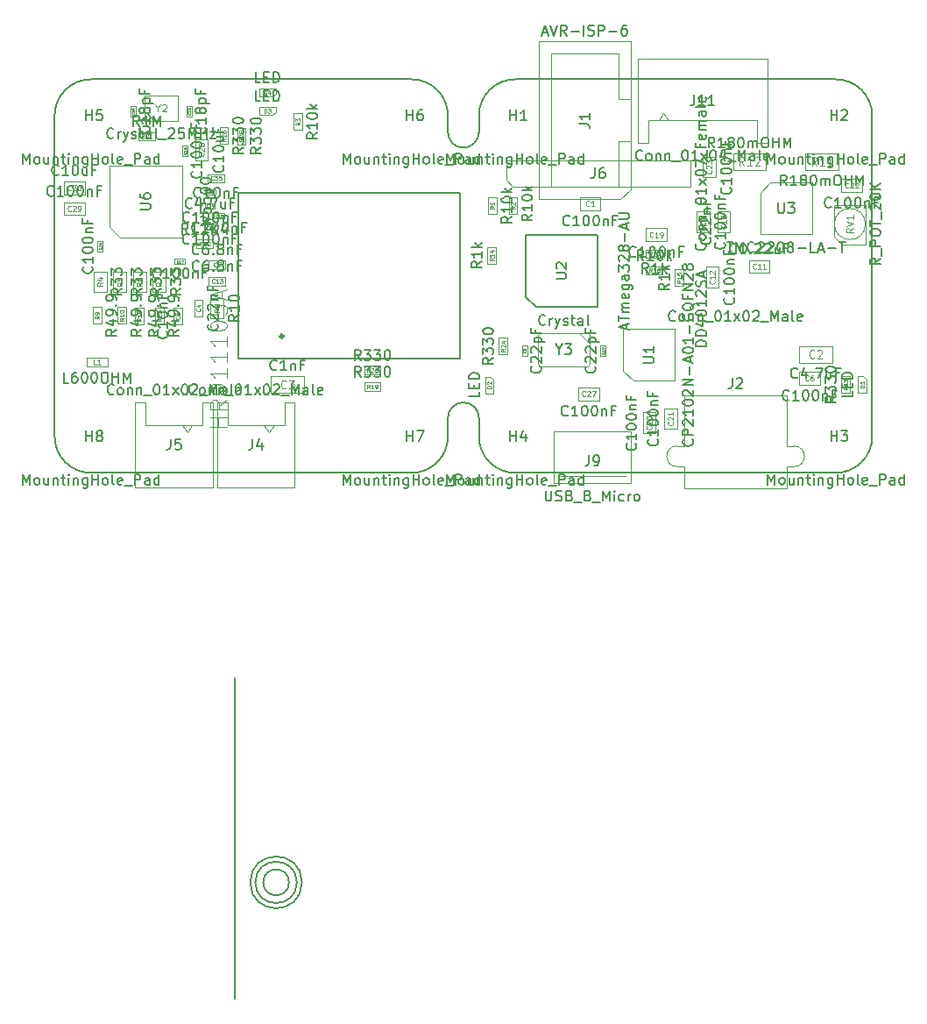
<source format=gbr>
%TF.GenerationSoftware,KiCad,Pcbnew,(6.0.1-0)*%
%TF.CreationDate,2022-02-22T17:31:55+01:00*%
%TF.ProjectId,ethersweep,65746865-7273-4776-9565-702e6b696361,2.0.1*%
%TF.SameCoordinates,Original*%
%TF.FileFunction,AssemblyDrawing,Top*%
%FSLAX46Y46*%
G04 Gerber Fmt 4.6, Leading zero omitted, Abs format (unit mm)*
G04 Created by KiCad (PCBNEW (6.0.1-0)) date 2022-02-22 17:31:55*
%MOMM*%
%LPD*%
G01*
G04 APERTURE LIST*
%TA.AperFunction,Profile*%
%ADD10C,0.150000*%
%TD*%
%ADD11C,0.150000*%
%ADD12C,0.040000*%
%ADD13C,0.080000*%
%ADD14C,0.015000*%
%ADD15C,0.060000*%
%ADD16C,0.105000*%
%ADD17C,0.120000*%
%ADD18C,0.100000*%
%ADD19C,0.127000*%
%ADD20C,0.300000*%
G04 APERTURE END LIST*
D10*
X184100000Y-31800000D02*
X184100000Y-30200000D01*
X184100000Y-60700000D02*
X184100000Y-59400000D01*
X180600000Y-26700000D02*
X149600000Y-26700000D01*
X149600000Y-26700000D02*
G75*
G03*
X146100000Y-30200000I-1J-3499999D01*
G01*
X184100000Y-30200000D02*
G75*
G03*
X180600000Y-26700000I-3499999J1D01*
G01*
X180600000Y-64700000D02*
G75*
G03*
X184100000Y-61200000I1J3499999D01*
G01*
X146100000Y-30200000D02*
X146100000Y-61200000D01*
X149600000Y-64700000D02*
X180600000Y-64700000D01*
X146100000Y-61200000D02*
G75*
G03*
X149600000Y-64700000I3499999J-1D01*
G01*
X184100000Y-61200000D02*
X184100000Y-60700000D01*
X225100000Y-61200000D02*
X225100000Y-30200000D01*
X190600000Y-64700000D02*
X221600000Y-64700000D01*
X187100000Y-61200000D02*
G75*
G03*
X190600000Y-64700000I3499999J-1D01*
G01*
X221600000Y-64700000D02*
G75*
G03*
X225100000Y-61200000I1J3499999D01*
G01*
X190600000Y-26700000D02*
G75*
G03*
X187100000Y-30200000I-1J-3499999D01*
G01*
X190600000Y-26700000D02*
X221600000Y-26700000D01*
X187100000Y-30200000D02*
X187100000Y-30700000D01*
X187100000Y-61200000D02*
X187100000Y-59400000D01*
X187100000Y-31800000D02*
X187100000Y-30700000D01*
X225100000Y-30200000D02*
G75*
G03*
X221600000Y-26700000I-3499999J1D01*
G01*
X184099404Y-31800002D02*
G75*
G03*
X187100000Y-31800000I1500298J-298D01*
G01*
X187100596Y-59399998D02*
G75*
G03*
X184100000Y-59400000I-1500298J298D01*
G01*
D11*
X169500000Y-104250000D02*
G75*
G03*
X169500000Y-104250000I-2000000J0D01*
G01*
X163500000Y-115500000D02*
X163500000Y-84500000D01*
X168750000Y-104250000D02*
G75*
G03*
X168750000Y-104250000I-1250000J0D01*
G01*
X170000000Y-104250000D02*
G75*
G03*
X170000000Y-104250000I-2500000J0D01*
G01*
X156200000Y-45817142D02*
X156152380Y-45864761D01*
X156009523Y-45912380D01*
X155914285Y-45912380D01*
X155771428Y-45864761D01*
X155676190Y-45769523D01*
X155628571Y-45674285D01*
X155580952Y-45483809D01*
X155580952Y-45340952D01*
X155628571Y-45150476D01*
X155676190Y-45055238D01*
X155771428Y-44960000D01*
X155914285Y-44912380D01*
X156009523Y-44912380D01*
X156152380Y-44960000D01*
X156200000Y-45007619D01*
X157152380Y-45912380D02*
X156580952Y-45912380D01*
X156866666Y-45912380D02*
X156866666Y-44912380D01*
X156771428Y-45055238D01*
X156676190Y-45150476D01*
X156580952Y-45198095D01*
X157771428Y-44912380D02*
X157866666Y-44912380D01*
X157961904Y-44960000D01*
X158009523Y-45007619D01*
X158057142Y-45102857D01*
X158104761Y-45293333D01*
X158104761Y-45531428D01*
X158057142Y-45721904D01*
X158009523Y-45817142D01*
X157961904Y-45864761D01*
X157866666Y-45912380D01*
X157771428Y-45912380D01*
X157676190Y-45864761D01*
X157628571Y-45817142D01*
X157580952Y-45721904D01*
X157533333Y-45531428D01*
X157533333Y-45293333D01*
X157580952Y-45102857D01*
X157628571Y-45007619D01*
X157676190Y-44960000D01*
X157771428Y-44912380D01*
X158723809Y-44912380D02*
X158819047Y-44912380D01*
X158914285Y-44960000D01*
X158961904Y-45007619D01*
X159009523Y-45102857D01*
X159057142Y-45293333D01*
X159057142Y-45531428D01*
X159009523Y-45721904D01*
X158961904Y-45817142D01*
X158914285Y-45864761D01*
X158819047Y-45912380D01*
X158723809Y-45912380D01*
X158628571Y-45864761D01*
X158580952Y-45817142D01*
X158533333Y-45721904D01*
X158485714Y-45531428D01*
X158485714Y-45293333D01*
X158533333Y-45102857D01*
X158580952Y-45007619D01*
X158628571Y-44960000D01*
X158723809Y-44912380D01*
X159485714Y-45245714D02*
X159485714Y-45912380D01*
X159485714Y-45340952D02*
X159533333Y-45293333D01*
X159628571Y-45245714D01*
X159771428Y-45245714D01*
X159866666Y-45293333D01*
X159914285Y-45388571D01*
X159914285Y-45912380D01*
X160723809Y-45388571D02*
X160390476Y-45388571D01*
X160390476Y-45912380D02*
X160390476Y-44912380D01*
X160866666Y-44912380D01*
D12*
X158039285Y-44389285D02*
X158027380Y-44401190D01*
X157991666Y-44413095D01*
X157967857Y-44413095D01*
X157932142Y-44401190D01*
X157908333Y-44377380D01*
X157896428Y-44353571D01*
X157884523Y-44305952D01*
X157884523Y-44270238D01*
X157896428Y-44222619D01*
X157908333Y-44198809D01*
X157932142Y-44175000D01*
X157967857Y-44163095D01*
X157991666Y-44163095D01*
X158027380Y-44175000D01*
X158039285Y-44186904D01*
X158277380Y-44413095D02*
X158134523Y-44413095D01*
X158205952Y-44413095D02*
X158205952Y-44163095D01*
X158182142Y-44198809D01*
X158158333Y-44222619D01*
X158134523Y-44234523D01*
X158360714Y-44163095D02*
X158527380Y-44163095D01*
X158420238Y-44413095D01*
D11*
X149697142Y-44800000D02*
X149744761Y-44847619D01*
X149792380Y-44990476D01*
X149792380Y-45085714D01*
X149744761Y-45228571D01*
X149649523Y-45323809D01*
X149554285Y-45371428D01*
X149363809Y-45419047D01*
X149220952Y-45419047D01*
X149030476Y-45371428D01*
X148935238Y-45323809D01*
X148840000Y-45228571D01*
X148792380Y-45085714D01*
X148792380Y-44990476D01*
X148840000Y-44847619D01*
X148887619Y-44800000D01*
X149792380Y-43847619D02*
X149792380Y-44419047D01*
X149792380Y-44133333D02*
X148792380Y-44133333D01*
X148935238Y-44228571D01*
X149030476Y-44323809D01*
X149078095Y-44419047D01*
X148792380Y-43228571D02*
X148792380Y-43133333D01*
X148840000Y-43038095D01*
X148887619Y-42990476D01*
X148982857Y-42942857D01*
X149173333Y-42895238D01*
X149411428Y-42895238D01*
X149601904Y-42942857D01*
X149697142Y-42990476D01*
X149744761Y-43038095D01*
X149792380Y-43133333D01*
X149792380Y-43228571D01*
X149744761Y-43323809D01*
X149697142Y-43371428D01*
X149601904Y-43419047D01*
X149411428Y-43466666D01*
X149173333Y-43466666D01*
X148982857Y-43419047D01*
X148887619Y-43371428D01*
X148840000Y-43323809D01*
X148792380Y-43228571D01*
X148792380Y-42276190D02*
X148792380Y-42180952D01*
X148840000Y-42085714D01*
X148887619Y-42038095D01*
X148982857Y-41990476D01*
X149173333Y-41942857D01*
X149411428Y-41942857D01*
X149601904Y-41990476D01*
X149697142Y-42038095D01*
X149744761Y-42085714D01*
X149792380Y-42180952D01*
X149792380Y-42276190D01*
X149744761Y-42371428D01*
X149697142Y-42419047D01*
X149601904Y-42466666D01*
X149411428Y-42514285D01*
X149173333Y-42514285D01*
X148982857Y-42466666D01*
X148887619Y-42419047D01*
X148840000Y-42371428D01*
X148792380Y-42276190D01*
X149125714Y-41514285D02*
X149792380Y-41514285D01*
X149220952Y-41514285D02*
X149173333Y-41466666D01*
X149125714Y-41371428D01*
X149125714Y-41228571D01*
X149173333Y-41133333D01*
X149268571Y-41085714D01*
X149792380Y-41085714D01*
X149268571Y-40276190D02*
X149268571Y-40609523D01*
X149792380Y-40609523D02*
X148792380Y-40609523D01*
X148792380Y-40133333D01*
D12*
X150589285Y-42960714D02*
X150601190Y-42972619D01*
X150613095Y-43008333D01*
X150613095Y-43032142D01*
X150601190Y-43067857D01*
X150577380Y-43091666D01*
X150553571Y-43103571D01*
X150505952Y-43115476D01*
X150470238Y-43115476D01*
X150422619Y-43103571D01*
X150398809Y-43091666D01*
X150375000Y-43067857D01*
X150363095Y-43032142D01*
X150363095Y-43008333D01*
X150375000Y-42972619D01*
X150386904Y-42960714D01*
X150386904Y-42865476D02*
X150375000Y-42853571D01*
X150363095Y-42829761D01*
X150363095Y-42770238D01*
X150375000Y-42746428D01*
X150386904Y-42734523D01*
X150410714Y-42722619D01*
X150434523Y-42722619D01*
X150470238Y-42734523D01*
X150613095Y-42877380D01*
X150613095Y-42722619D01*
X150446428Y-42508333D02*
X150613095Y-42508333D01*
X150351190Y-42567857D02*
X150529761Y-42627380D01*
X150529761Y-42472619D01*
D11*
X162337142Y-35023809D02*
X162384761Y-35071428D01*
X162432380Y-35214285D01*
X162432380Y-35309523D01*
X162384761Y-35452380D01*
X162289523Y-35547619D01*
X162194285Y-35595238D01*
X162003809Y-35642857D01*
X161860952Y-35642857D01*
X161670476Y-35595238D01*
X161575238Y-35547619D01*
X161480000Y-35452380D01*
X161432380Y-35309523D01*
X161432380Y-35214285D01*
X161480000Y-35071428D01*
X161527619Y-35023809D01*
X162432380Y-34071428D02*
X162432380Y-34642857D01*
X162432380Y-34357142D02*
X161432380Y-34357142D01*
X161575238Y-34452380D01*
X161670476Y-34547619D01*
X161718095Y-34642857D01*
X161432380Y-33452380D02*
X161432380Y-33357142D01*
X161480000Y-33261904D01*
X161527619Y-33214285D01*
X161622857Y-33166666D01*
X161813333Y-33119047D01*
X162051428Y-33119047D01*
X162241904Y-33166666D01*
X162337142Y-33214285D01*
X162384761Y-33261904D01*
X162432380Y-33357142D01*
X162432380Y-33452380D01*
X162384761Y-33547619D01*
X162337142Y-33595238D01*
X162241904Y-33642857D01*
X162051428Y-33690476D01*
X161813333Y-33690476D01*
X161622857Y-33642857D01*
X161527619Y-33595238D01*
X161480000Y-33547619D01*
X161432380Y-33452380D01*
X161765714Y-32261904D02*
X162432380Y-32261904D01*
X161765714Y-32690476D02*
X162289523Y-32690476D01*
X162384761Y-32642857D01*
X162432380Y-32547619D01*
X162432380Y-32404761D01*
X162384761Y-32309523D01*
X162337142Y-32261904D01*
X161908571Y-31452380D02*
X161908571Y-31785714D01*
X162432380Y-31785714D02*
X161432380Y-31785714D01*
X161432380Y-31309523D01*
D13*
X160478571Y-33821428D02*
X160502380Y-33845238D01*
X160526190Y-33916666D01*
X160526190Y-33964285D01*
X160502380Y-34035714D01*
X160454761Y-34083333D01*
X160407142Y-34107142D01*
X160311904Y-34130952D01*
X160240476Y-34130952D01*
X160145238Y-34107142D01*
X160097619Y-34083333D01*
X160050000Y-34035714D01*
X160026190Y-33964285D01*
X160026190Y-33916666D01*
X160050000Y-33845238D01*
X160073809Y-33821428D01*
X160073809Y-33630952D02*
X160050000Y-33607142D01*
X160026190Y-33559523D01*
X160026190Y-33440476D01*
X160050000Y-33392857D01*
X160073809Y-33369047D01*
X160121428Y-33345238D01*
X160169047Y-33345238D01*
X160240476Y-33369047D01*
X160526190Y-33654761D01*
X160526190Y-33345238D01*
X160026190Y-32916666D02*
X160026190Y-33011904D01*
X160050000Y-33059523D01*
X160073809Y-33083333D01*
X160145238Y-33130952D01*
X160240476Y-33154761D01*
X160430952Y-33154761D01*
X160478571Y-33130952D01*
X160502380Y-33107142D01*
X160526190Y-33059523D01*
X160526190Y-32964285D01*
X160502380Y-32916666D01*
X160478571Y-32892857D01*
X160430952Y-32869047D01*
X160311904Y-32869047D01*
X160264285Y-32892857D01*
X160240476Y-32916666D01*
X160216666Y-32964285D01*
X160216666Y-33059523D01*
X160240476Y-33107142D01*
X160264285Y-33130952D01*
X160311904Y-33154761D01*
D11*
X147461904Y-56002380D02*
X146985714Y-56002380D01*
X146985714Y-55002380D01*
X148223809Y-55002380D02*
X148033333Y-55002380D01*
X147938095Y-55050000D01*
X147890476Y-55097619D01*
X147795238Y-55240476D01*
X147747619Y-55430952D01*
X147747619Y-55811904D01*
X147795238Y-55907142D01*
X147842857Y-55954761D01*
X147938095Y-56002380D01*
X148128571Y-56002380D01*
X148223809Y-55954761D01*
X148271428Y-55907142D01*
X148319047Y-55811904D01*
X148319047Y-55573809D01*
X148271428Y-55478571D01*
X148223809Y-55430952D01*
X148128571Y-55383333D01*
X147938095Y-55383333D01*
X147842857Y-55430952D01*
X147795238Y-55478571D01*
X147747619Y-55573809D01*
X148938095Y-55002380D02*
X149033333Y-55002380D01*
X149128571Y-55050000D01*
X149176190Y-55097619D01*
X149223809Y-55192857D01*
X149271428Y-55383333D01*
X149271428Y-55621428D01*
X149223809Y-55811904D01*
X149176190Y-55907142D01*
X149128571Y-55954761D01*
X149033333Y-56002380D01*
X148938095Y-56002380D01*
X148842857Y-55954761D01*
X148795238Y-55907142D01*
X148747619Y-55811904D01*
X148700000Y-55621428D01*
X148700000Y-55383333D01*
X148747619Y-55192857D01*
X148795238Y-55097619D01*
X148842857Y-55050000D01*
X148938095Y-55002380D01*
X149890476Y-55002380D02*
X149985714Y-55002380D01*
X150080952Y-55050000D01*
X150128571Y-55097619D01*
X150176190Y-55192857D01*
X150223809Y-55383333D01*
X150223809Y-55621428D01*
X150176190Y-55811904D01*
X150128571Y-55907142D01*
X150080952Y-55954761D01*
X149985714Y-56002380D01*
X149890476Y-56002380D01*
X149795238Y-55954761D01*
X149747619Y-55907142D01*
X149700000Y-55811904D01*
X149652380Y-55621428D01*
X149652380Y-55383333D01*
X149700000Y-55192857D01*
X149747619Y-55097619D01*
X149795238Y-55050000D01*
X149890476Y-55002380D01*
X150842857Y-55002380D02*
X151033333Y-55002380D01*
X151128571Y-55050000D01*
X151223809Y-55145238D01*
X151271428Y-55335714D01*
X151271428Y-55669047D01*
X151223809Y-55859523D01*
X151128571Y-55954761D01*
X151033333Y-56002380D01*
X150842857Y-56002380D01*
X150747619Y-55954761D01*
X150652380Y-55859523D01*
X150604761Y-55669047D01*
X150604761Y-55335714D01*
X150652380Y-55145238D01*
X150747619Y-55050000D01*
X150842857Y-55002380D01*
X151700000Y-56002380D02*
X151700000Y-55002380D01*
X151700000Y-55478571D02*
X152271428Y-55478571D01*
X152271428Y-56002380D02*
X152271428Y-55002380D01*
X152747619Y-56002380D02*
X152747619Y-55002380D01*
X153080952Y-55716666D01*
X153414285Y-55002380D01*
X153414285Y-56002380D01*
D13*
X150116666Y-54226190D02*
X149878571Y-54226190D01*
X149878571Y-53726190D01*
X150545238Y-54226190D02*
X150259523Y-54226190D01*
X150402380Y-54226190D02*
X150402380Y-53726190D01*
X150354761Y-53797619D01*
X150307142Y-53845238D01*
X150259523Y-53869047D01*
D14*
X162721714Y-60262549D02*
X161116651Y-60262549D01*
X161880967Y-60262549D02*
X161880967Y-59345370D01*
X162721714Y-59345370D02*
X161116651Y-59345370D01*
X162721714Y-57663875D02*
X161957399Y-58198896D01*
X162721714Y-58581054D02*
X161116651Y-58581054D01*
X161116651Y-57969602D01*
X161193083Y-57816739D01*
X161269515Y-57740307D01*
X161422378Y-57663875D01*
X161651672Y-57663875D01*
X161804536Y-57740307D01*
X161880967Y-57816739D01*
X161957399Y-57969602D01*
X161957399Y-58581054D01*
X162721714Y-56899560D02*
X162721714Y-56593833D01*
X162645283Y-56440970D01*
X162568851Y-56364539D01*
X162339557Y-56211676D01*
X162033830Y-56135244D01*
X161422378Y-56135244D01*
X161269515Y-56211676D01*
X161193083Y-56288107D01*
X161116651Y-56440970D01*
X161116651Y-56746697D01*
X161193083Y-56899560D01*
X161269515Y-56975991D01*
X161422378Y-57052423D01*
X161804536Y-57052423D01*
X161957399Y-56975991D01*
X162033830Y-56899560D01*
X162110262Y-56746697D01*
X162110262Y-56440970D01*
X162033830Y-56288107D01*
X161957399Y-56211676D01*
X161804536Y-56135244D01*
X162721714Y-54606613D02*
X162721714Y-55523791D01*
X162721714Y-55065202D02*
X161116651Y-55065202D01*
X161345946Y-55218065D01*
X161498809Y-55370928D01*
X161575241Y-55523791D01*
X162721714Y-53077981D02*
X162721714Y-53995160D01*
X162721714Y-53536571D02*
X161116651Y-53536571D01*
X161345946Y-53689434D01*
X161498809Y-53842297D01*
X161575241Y-53995160D01*
X162721714Y-51549350D02*
X162721714Y-52466529D01*
X162721714Y-52007939D02*
X161116651Y-52007939D01*
X161345946Y-52160802D01*
X161498809Y-52313665D01*
X161575241Y-52466529D01*
X161116651Y-50555739D02*
X161116651Y-50402876D01*
X161193083Y-50250013D01*
X161269515Y-50173581D01*
X161422378Y-50097150D01*
X161728104Y-50020718D01*
X162110262Y-50020718D01*
X162415988Y-50097150D01*
X162568851Y-50173581D01*
X162645283Y-50250013D01*
X162721714Y-50402876D01*
X162721714Y-50555739D01*
X162645283Y-50708602D01*
X162568851Y-50785034D01*
X162415988Y-50861466D01*
X162110262Y-50937897D01*
X161728104Y-50937897D01*
X161422378Y-50861466D01*
X161269515Y-50785034D01*
X161193083Y-50708602D01*
X161116651Y-50555739D01*
X161116651Y-48568518D02*
X161116651Y-49332834D01*
X161880967Y-49409266D01*
X161804536Y-49332834D01*
X161728104Y-49179971D01*
X161728104Y-48797813D01*
X161804536Y-48644950D01*
X161880967Y-48568518D01*
X162033830Y-48492087D01*
X162415988Y-48492087D01*
X162568851Y-48568518D01*
X162645283Y-48644950D01*
X162721714Y-48797813D01*
X162721714Y-49179971D01*
X162645283Y-49332834D01*
X162568851Y-49409266D01*
X162263125Y-47880634D02*
X162263125Y-47116319D01*
X162721714Y-48033497D02*
X161116651Y-47498476D01*
X162721714Y-46963455D01*
D11*
X174028571Y-34852380D02*
X174028571Y-33852380D01*
X174361904Y-34566666D01*
X174695238Y-33852380D01*
X174695238Y-34852380D01*
X175314285Y-34852380D02*
X175219047Y-34804761D01*
X175171428Y-34757142D01*
X175123809Y-34661904D01*
X175123809Y-34376190D01*
X175171428Y-34280952D01*
X175219047Y-34233333D01*
X175314285Y-34185714D01*
X175457142Y-34185714D01*
X175552380Y-34233333D01*
X175600000Y-34280952D01*
X175647619Y-34376190D01*
X175647619Y-34661904D01*
X175600000Y-34757142D01*
X175552380Y-34804761D01*
X175457142Y-34852380D01*
X175314285Y-34852380D01*
X176504761Y-34185714D02*
X176504761Y-34852380D01*
X176076190Y-34185714D02*
X176076190Y-34709523D01*
X176123809Y-34804761D01*
X176219047Y-34852380D01*
X176361904Y-34852380D01*
X176457142Y-34804761D01*
X176504761Y-34757142D01*
X176980952Y-34185714D02*
X176980952Y-34852380D01*
X176980952Y-34280952D02*
X177028571Y-34233333D01*
X177123809Y-34185714D01*
X177266666Y-34185714D01*
X177361904Y-34233333D01*
X177409523Y-34328571D01*
X177409523Y-34852380D01*
X177742857Y-34185714D02*
X178123809Y-34185714D01*
X177885714Y-33852380D02*
X177885714Y-34709523D01*
X177933333Y-34804761D01*
X178028571Y-34852380D01*
X178123809Y-34852380D01*
X178457142Y-34852380D02*
X178457142Y-34185714D01*
X178457142Y-33852380D02*
X178409523Y-33900000D01*
X178457142Y-33947619D01*
X178504761Y-33900000D01*
X178457142Y-33852380D01*
X178457142Y-33947619D01*
X178933333Y-34185714D02*
X178933333Y-34852380D01*
X178933333Y-34280952D02*
X178980952Y-34233333D01*
X179076190Y-34185714D01*
X179219047Y-34185714D01*
X179314285Y-34233333D01*
X179361904Y-34328571D01*
X179361904Y-34852380D01*
X180266666Y-34185714D02*
X180266666Y-34995238D01*
X180219047Y-35090476D01*
X180171428Y-35138095D01*
X180076190Y-35185714D01*
X179933333Y-35185714D01*
X179838095Y-35138095D01*
X180266666Y-34804761D02*
X180171428Y-34852380D01*
X179980952Y-34852380D01*
X179885714Y-34804761D01*
X179838095Y-34757142D01*
X179790476Y-34661904D01*
X179790476Y-34376190D01*
X179838095Y-34280952D01*
X179885714Y-34233333D01*
X179980952Y-34185714D01*
X180171428Y-34185714D01*
X180266666Y-34233333D01*
X180742857Y-34852380D02*
X180742857Y-33852380D01*
X180742857Y-34328571D02*
X181314285Y-34328571D01*
X181314285Y-34852380D02*
X181314285Y-33852380D01*
X181933333Y-34852380D02*
X181838095Y-34804761D01*
X181790476Y-34757142D01*
X181742857Y-34661904D01*
X181742857Y-34376190D01*
X181790476Y-34280952D01*
X181838095Y-34233333D01*
X181933333Y-34185714D01*
X182076190Y-34185714D01*
X182171428Y-34233333D01*
X182219047Y-34280952D01*
X182266666Y-34376190D01*
X182266666Y-34661904D01*
X182219047Y-34757142D01*
X182171428Y-34804761D01*
X182076190Y-34852380D01*
X181933333Y-34852380D01*
X182838095Y-34852380D02*
X182742857Y-34804761D01*
X182695238Y-34709523D01*
X182695238Y-33852380D01*
X183600000Y-34804761D02*
X183504761Y-34852380D01*
X183314285Y-34852380D01*
X183219047Y-34804761D01*
X183171428Y-34709523D01*
X183171428Y-34328571D01*
X183219047Y-34233333D01*
X183314285Y-34185714D01*
X183504761Y-34185714D01*
X183600000Y-34233333D01*
X183647619Y-34328571D01*
X183647619Y-34423809D01*
X183171428Y-34519047D01*
X183838095Y-34947619D02*
X184600000Y-34947619D01*
X184838095Y-34852380D02*
X184838095Y-33852380D01*
X185219047Y-33852380D01*
X185314285Y-33900000D01*
X185361904Y-33947619D01*
X185409523Y-34042857D01*
X185409523Y-34185714D01*
X185361904Y-34280952D01*
X185314285Y-34328571D01*
X185219047Y-34376190D01*
X184838095Y-34376190D01*
X186266666Y-34852380D02*
X186266666Y-34328571D01*
X186219047Y-34233333D01*
X186123809Y-34185714D01*
X185933333Y-34185714D01*
X185838095Y-34233333D01*
X186266666Y-34804761D02*
X186171428Y-34852380D01*
X185933333Y-34852380D01*
X185838095Y-34804761D01*
X185790476Y-34709523D01*
X185790476Y-34614285D01*
X185838095Y-34519047D01*
X185933333Y-34471428D01*
X186171428Y-34471428D01*
X186266666Y-34423809D01*
X187171428Y-34852380D02*
X187171428Y-33852380D01*
X187171428Y-34804761D02*
X187076190Y-34852380D01*
X186885714Y-34852380D01*
X186790476Y-34804761D01*
X186742857Y-34757142D01*
X186695238Y-34661904D01*
X186695238Y-34376190D01*
X186742857Y-34280952D01*
X186790476Y-34233333D01*
X186885714Y-34185714D01*
X187076190Y-34185714D01*
X187171428Y-34233333D01*
X180138095Y-30652380D02*
X180138095Y-29652380D01*
X180138095Y-30128571D02*
X180709523Y-30128571D01*
X180709523Y-30652380D02*
X180709523Y-29652380D01*
X181614285Y-29652380D02*
X181423809Y-29652380D01*
X181328571Y-29700000D01*
X181280952Y-29747619D01*
X181185714Y-29890476D01*
X181138095Y-30080952D01*
X181138095Y-30461904D01*
X181185714Y-30557142D01*
X181233333Y-30604761D01*
X181328571Y-30652380D01*
X181519047Y-30652380D01*
X181614285Y-30604761D01*
X181661904Y-30557142D01*
X181709523Y-30461904D01*
X181709523Y-30223809D01*
X181661904Y-30128571D01*
X181614285Y-30080952D01*
X181519047Y-30033333D01*
X181328571Y-30033333D01*
X181233333Y-30080952D01*
X181185714Y-30128571D01*
X181138095Y-30223809D01*
X143028571Y-34852380D02*
X143028571Y-33852380D01*
X143361904Y-34566666D01*
X143695238Y-33852380D01*
X143695238Y-34852380D01*
X144314285Y-34852380D02*
X144219047Y-34804761D01*
X144171428Y-34757142D01*
X144123809Y-34661904D01*
X144123809Y-34376190D01*
X144171428Y-34280952D01*
X144219047Y-34233333D01*
X144314285Y-34185714D01*
X144457142Y-34185714D01*
X144552380Y-34233333D01*
X144600000Y-34280952D01*
X144647619Y-34376190D01*
X144647619Y-34661904D01*
X144600000Y-34757142D01*
X144552380Y-34804761D01*
X144457142Y-34852380D01*
X144314285Y-34852380D01*
X145504761Y-34185714D02*
X145504761Y-34852380D01*
X145076190Y-34185714D02*
X145076190Y-34709523D01*
X145123809Y-34804761D01*
X145219047Y-34852380D01*
X145361904Y-34852380D01*
X145457142Y-34804761D01*
X145504761Y-34757142D01*
X145980952Y-34185714D02*
X145980952Y-34852380D01*
X145980952Y-34280952D02*
X146028571Y-34233333D01*
X146123809Y-34185714D01*
X146266666Y-34185714D01*
X146361904Y-34233333D01*
X146409523Y-34328571D01*
X146409523Y-34852380D01*
X146742857Y-34185714D02*
X147123809Y-34185714D01*
X146885714Y-33852380D02*
X146885714Y-34709523D01*
X146933333Y-34804761D01*
X147028571Y-34852380D01*
X147123809Y-34852380D01*
X147457142Y-34852380D02*
X147457142Y-34185714D01*
X147457142Y-33852380D02*
X147409523Y-33900000D01*
X147457142Y-33947619D01*
X147504761Y-33900000D01*
X147457142Y-33852380D01*
X147457142Y-33947619D01*
X147933333Y-34185714D02*
X147933333Y-34852380D01*
X147933333Y-34280952D02*
X147980952Y-34233333D01*
X148076190Y-34185714D01*
X148219047Y-34185714D01*
X148314285Y-34233333D01*
X148361904Y-34328571D01*
X148361904Y-34852380D01*
X149266666Y-34185714D02*
X149266666Y-34995238D01*
X149219047Y-35090476D01*
X149171428Y-35138095D01*
X149076190Y-35185714D01*
X148933333Y-35185714D01*
X148838095Y-35138095D01*
X149266666Y-34804761D02*
X149171428Y-34852380D01*
X148980952Y-34852380D01*
X148885714Y-34804761D01*
X148838095Y-34757142D01*
X148790476Y-34661904D01*
X148790476Y-34376190D01*
X148838095Y-34280952D01*
X148885714Y-34233333D01*
X148980952Y-34185714D01*
X149171428Y-34185714D01*
X149266666Y-34233333D01*
X149742857Y-34852380D02*
X149742857Y-33852380D01*
X149742857Y-34328571D02*
X150314285Y-34328571D01*
X150314285Y-34852380D02*
X150314285Y-33852380D01*
X150933333Y-34852380D02*
X150838095Y-34804761D01*
X150790476Y-34757142D01*
X150742857Y-34661904D01*
X150742857Y-34376190D01*
X150790476Y-34280952D01*
X150838095Y-34233333D01*
X150933333Y-34185714D01*
X151076190Y-34185714D01*
X151171428Y-34233333D01*
X151219047Y-34280952D01*
X151266666Y-34376190D01*
X151266666Y-34661904D01*
X151219047Y-34757142D01*
X151171428Y-34804761D01*
X151076190Y-34852380D01*
X150933333Y-34852380D01*
X151838095Y-34852380D02*
X151742857Y-34804761D01*
X151695238Y-34709523D01*
X151695238Y-33852380D01*
X152600000Y-34804761D02*
X152504761Y-34852380D01*
X152314285Y-34852380D01*
X152219047Y-34804761D01*
X152171428Y-34709523D01*
X152171428Y-34328571D01*
X152219047Y-34233333D01*
X152314285Y-34185714D01*
X152504761Y-34185714D01*
X152600000Y-34233333D01*
X152647619Y-34328571D01*
X152647619Y-34423809D01*
X152171428Y-34519047D01*
X152838095Y-34947619D02*
X153600000Y-34947619D01*
X153838095Y-34852380D02*
X153838095Y-33852380D01*
X154219047Y-33852380D01*
X154314285Y-33900000D01*
X154361904Y-33947619D01*
X154409523Y-34042857D01*
X154409523Y-34185714D01*
X154361904Y-34280952D01*
X154314285Y-34328571D01*
X154219047Y-34376190D01*
X153838095Y-34376190D01*
X155266666Y-34852380D02*
X155266666Y-34328571D01*
X155219047Y-34233333D01*
X155123809Y-34185714D01*
X154933333Y-34185714D01*
X154838095Y-34233333D01*
X155266666Y-34804761D02*
X155171428Y-34852380D01*
X154933333Y-34852380D01*
X154838095Y-34804761D01*
X154790476Y-34709523D01*
X154790476Y-34614285D01*
X154838095Y-34519047D01*
X154933333Y-34471428D01*
X155171428Y-34471428D01*
X155266666Y-34423809D01*
X156171428Y-34852380D02*
X156171428Y-33852380D01*
X156171428Y-34804761D02*
X156076190Y-34852380D01*
X155885714Y-34852380D01*
X155790476Y-34804761D01*
X155742857Y-34757142D01*
X155695238Y-34661904D01*
X155695238Y-34376190D01*
X155742857Y-34280952D01*
X155790476Y-34233333D01*
X155885714Y-34185714D01*
X156076190Y-34185714D01*
X156171428Y-34233333D01*
X149138095Y-30652380D02*
X149138095Y-29652380D01*
X149138095Y-30128571D02*
X149709523Y-30128571D01*
X149709523Y-30652380D02*
X149709523Y-29652380D01*
X150661904Y-29652380D02*
X150185714Y-29652380D01*
X150138095Y-30128571D01*
X150185714Y-30080952D01*
X150280952Y-30033333D01*
X150519047Y-30033333D01*
X150614285Y-30080952D01*
X150661904Y-30128571D01*
X150709523Y-30223809D01*
X150709523Y-30461904D01*
X150661904Y-30557142D01*
X150614285Y-30604761D01*
X150519047Y-30652380D01*
X150280952Y-30652380D01*
X150185714Y-30604761D01*
X150138095Y-30557142D01*
X143028571Y-65852380D02*
X143028571Y-64852380D01*
X143361904Y-65566666D01*
X143695238Y-64852380D01*
X143695238Y-65852380D01*
X144314285Y-65852380D02*
X144219047Y-65804761D01*
X144171428Y-65757142D01*
X144123809Y-65661904D01*
X144123809Y-65376190D01*
X144171428Y-65280952D01*
X144219047Y-65233333D01*
X144314285Y-65185714D01*
X144457142Y-65185714D01*
X144552380Y-65233333D01*
X144600000Y-65280952D01*
X144647619Y-65376190D01*
X144647619Y-65661904D01*
X144600000Y-65757142D01*
X144552380Y-65804761D01*
X144457142Y-65852380D01*
X144314285Y-65852380D01*
X145504761Y-65185714D02*
X145504761Y-65852380D01*
X145076190Y-65185714D02*
X145076190Y-65709523D01*
X145123809Y-65804761D01*
X145219047Y-65852380D01*
X145361904Y-65852380D01*
X145457142Y-65804761D01*
X145504761Y-65757142D01*
X145980952Y-65185714D02*
X145980952Y-65852380D01*
X145980952Y-65280952D02*
X146028571Y-65233333D01*
X146123809Y-65185714D01*
X146266666Y-65185714D01*
X146361904Y-65233333D01*
X146409523Y-65328571D01*
X146409523Y-65852380D01*
X146742857Y-65185714D02*
X147123809Y-65185714D01*
X146885714Y-64852380D02*
X146885714Y-65709523D01*
X146933333Y-65804761D01*
X147028571Y-65852380D01*
X147123809Y-65852380D01*
X147457142Y-65852380D02*
X147457142Y-65185714D01*
X147457142Y-64852380D02*
X147409523Y-64900000D01*
X147457142Y-64947619D01*
X147504761Y-64900000D01*
X147457142Y-64852380D01*
X147457142Y-64947619D01*
X147933333Y-65185714D02*
X147933333Y-65852380D01*
X147933333Y-65280952D02*
X147980952Y-65233333D01*
X148076190Y-65185714D01*
X148219047Y-65185714D01*
X148314285Y-65233333D01*
X148361904Y-65328571D01*
X148361904Y-65852380D01*
X149266666Y-65185714D02*
X149266666Y-65995238D01*
X149219047Y-66090476D01*
X149171428Y-66138095D01*
X149076190Y-66185714D01*
X148933333Y-66185714D01*
X148838095Y-66138095D01*
X149266666Y-65804761D02*
X149171428Y-65852380D01*
X148980952Y-65852380D01*
X148885714Y-65804761D01*
X148838095Y-65757142D01*
X148790476Y-65661904D01*
X148790476Y-65376190D01*
X148838095Y-65280952D01*
X148885714Y-65233333D01*
X148980952Y-65185714D01*
X149171428Y-65185714D01*
X149266666Y-65233333D01*
X149742857Y-65852380D02*
X149742857Y-64852380D01*
X149742857Y-65328571D02*
X150314285Y-65328571D01*
X150314285Y-65852380D02*
X150314285Y-64852380D01*
X150933333Y-65852380D02*
X150838095Y-65804761D01*
X150790476Y-65757142D01*
X150742857Y-65661904D01*
X150742857Y-65376190D01*
X150790476Y-65280952D01*
X150838095Y-65233333D01*
X150933333Y-65185714D01*
X151076190Y-65185714D01*
X151171428Y-65233333D01*
X151219047Y-65280952D01*
X151266666Y-65376190D01*
X151266666Y-65661904D01*
X151219047Y-65757142D01*
X151171428Y-65804761D01*
X151076190Y-65852380D01*
X150933333Y-65852380D01*
X151838095Y-65852380D02*
X151742857Y-65804761D01*
X151695238Y-65709523D01*
X151695238Y-64852380D01*
X152600000Y-65804761D02*
X152504761Y-65852380D01*
X152314285Y-65852380D01*
X152219047Y-65804761D01*
X152171428Y-65709523D01*
X152171428Y-65328571D01*
X152219047Y-65233333D01*
X152314285Y-65185714D01*
X152504761Y-65185714D01*
X152600000Y-65233333D01*
X152647619Y-65328571D01*
X152647619Y-65423809D01*
X152171428Y-65519047D01*
X152838095Y-65947619D02*
X153600000Y-65947619D01*
X153838095Y-65852380D02*
X153838095Y-64852380D01*
X154219047Y-64852380D01*
X154314285Y-64900000D01*
X154361904Y-64947619D01*
X154409523Y-65042857D01*
X154409523Y-65185714D01*
X154361904Y-65280952D01*
X154314285Y-65328571D01*
X154219047Y-65376190D01*
X153838095Y-65376190D01*
X155266666Y-65852380D02*
X155266666Y-65328571D01*
X155219047Y-65233333D01*
X155123809Y-65185714D01*
X154933333Y-65185714D01*
X154838095Y-65233333D01*
X155266666Y-65804761D02*
X155171428Y-65852380D01*
X154933333Y-65852380D01*
X154838095Y-65804761D01*
X154790476Y-65709523D01*
X154790476Y-65614285D01*
X154838095Y-65519047D01*
X154933333Y-65471428D01*
X155171428Y-65471428D01*
X155266666Y-65423809D01*
X156171428Y-65852380D02*
X156171428Y-64852380D01*
X156171428Y-65804761D02*
X156076190Y-65852380D01*
X155885714Y-65852380D01*
X155790476Y-65804761D01*
X155742857Y-65757142D01*
X155695238Y-65661904D01*
X155695238Y-65376190D01*
X155742857Y-65280952D01*
X155790476Y-65233333D01*
X155885714Y-65185714D01*
X156076190Y-65185714D01*
X156171428Y-65233333D01*
X149138095Y-61652380D02*
X149138095Y-60652380D01*
X149138095Y-61128571D02*
X149709523Y-61128571D01*
X149709523Y-61652380D02*
X149709523Y-60652380D01*
X150328571Y-61080952D02*
X150233333Y-61033333D01*
X150185714Y-60985714D01*
X150138095Y-60890476D01*
X150138095Y-60842857D01*
X150185714Y-60747619D01*
X150233333Y-60700000D01*
X150328571Y-60652380D01*
X150519047Y-60652380D01*
X150614285Y-60700000D01*
X150661904Y-60747619D01*
X150709523Y-60842857D01*
X150709523Y-60890476D01*
X150661904Y-60985714D01*
X150614285Y-61033333D01*
X150519047Y-61080952D01*
X150328571Y-61080952D01*
X150233333Y-61128571D01*
X150185714Y-61176190D01*
X150138095Y-61271428D01*
X150138095Y-61461904D01*
X150185714Y-61557142D01*
X150233333Y-61604761D01*
X150328571Y-61652380D01*
X150519047Y-61652380D01*
X150614285Y-61604761D01*
X150661904Y-61557142D01*
X150709523Y-61461904D01*
X150709523Y-61271428D01*
X150661904Y-61176190D01*
X150614285Y-61128571D01*
X150519047Y-61080952D01*
X174028571Y-65852380D02*
X174028571Y-64852380D01*
X174361904Y-65566666D01*
X174695238Y-64852380D01*
X174695238Y-65852380D01*
X175314285Y-65852380D02*
X175219047Y-65804761D01*
X175171428Y-65757142D01*
X175123809Y-65661904D01*
X175123809Y-65376190D01*
X175171428Y-65280952D01*
X175219047Y-65233333D01*
X175314285Y-65185714D01*
X175457142Y-65185714D01*
X175552380Y-65233333D01*
X175600000Y-65280952D01*
X175647619Y-65376190D01*
X175647619Y-65661904D01*
X175600000Y-65757142D01*
X175552380Y-65804761D01*
X175457142Y-65852380D01*
X175314285Y-65852380D01*
X176504761Y-65185714D02*
X176504761Y-65852380D01*
X176076190Y-65185714D02*
X176076190Y-65709523D01*
X176123809Y-65804761D01*
X176219047Y-65852380D01*
X176361904Y-65852380D01*
X176457142Y-65804761D01*
X176504761Y-65757142D01*
X176980952Y-65185714D02*
X176980952Y-65852380D01*
X176980952Y-65280952D02*
X177028571Y-65233333D01*
X177123809Y-65185714D01*
X177266666Y-65185714D01*
X177361904Y-65233333D01*
X177409523Y-65328571D01*
X177409523Y-65852380D01*
X177742857Y-65185714D02*
X178123809Y-65185714D01*
X177885714Y-64852380D02*
X177885714Y-65709523D01*
X177933333Y-65804761D01*
X178028571Y-65852380D01*
X178123809Y-65852380D01*
X178457142Y-65852380D02*
X178457142Y-65185714D01*
X178457142Y-64852380D02*
X178409523Y-64900000D01*
X178457142Y-64947619D01*
X178504761Y-64900000D01*
X178457142Y-64852380D01*
X178457142Y-64947619D01*
X178933333Y-65185714D02*
X178933333Y-65852380D01*
X178933333Y-65280952D02*
X178980952Y-65233333D01*
X179076190Y-65185714D01*
X179219047Y-65185714D01*
X179314285Y-65233333D01*
X179361904Y-65328571D01*
X179361904Y-65852380D01*
X180266666Y-65185714D02*
X180266666Y-65995238D01*
X180219047Y-66090476D01*
X180171428Y-66138095D01*
X180076190Y-66185714D01*
X179933333Y-66185714D01*
X179838095Y-66138095D01*
X180266666Y-65804761D02*
X180171428Y-65852380D01*
X179980952Y-65852380D01*
X179885714Y-65804761D01*
X179838095Y-65757142D01*
X179790476Y-65661904D01*
X179790476Y-65376190D01*
X179838095Y-65280952D01*
X179885714Y-65233333D01*
X179980952Y-65185714D01*
X180171428Y-65185714D01*
X180266666Y-65233333D01*
X180742857Y-65852380D02*
X180742857Y-64852380D01*
X180742857Y-65328571D02*
X181314285Y-65328571D01*
X181314285Y-65852380D02*
X181314285Y-64852380D01*
X181933333Y-65852380D02*
X181838095Y-65804761D01*
X181790476Y-65757142D01*
X181742857Y-65661904D01*
X181742857Y-65376190D01*
X181790476Y-65280952D01*
X181838095Y-65233333D01*
X181933333Y-65185714D01*
X182076190Y-65185714D01*
X182171428Y-65233333D01*
X182219047Y-65280952D01*
X182266666Y-65376190D01*
X182266666Y-65661904D01*
X182219047Y-65757142D01*
X182171428Y-65804761D01*
X182076190Y-65852380D01*
X181933333Y-65852380D01*
X182838095Y-65852380D02*
X182742857Y-65804761D01*
X182695238Y-65709523D01*
X182695238Y-64852380D01*
X183600000Y-65804761D02*
X183504761Y-65852380D01*
X183314285Y-65852380D01*
X183219047Y-65804761D01*
X183171428Y-65709523D01*
X183171428Y-65328571D01*
X183219047Y-65233333D01*
X183314285Y-65185714D01*
X183504761Y-65185714D01*
X183600000Y-65233333D01*
X183647619Y-65328571D01*
X183647619Y-65423809D01*
X183171428Y-65519047D01*
X183838095Y-65947619D02*
X184600000Y-65947619D01*
X184838095Y-65852380D02*
X184838095Y-64852380D01*
X185219047Y-64852380D01*
X185314285Y-64900000D01*
X185361904Y-64947619D01*
X185409523Y-65042857D01*
X185409523Y-65185714D01*
X185361904Y-65280952D01*
X185314285Y-65328571D01*
X185219047Y-65376190D01*
X184838095Y-65376190D01*
X186266666Y-65852380D02*
X186266666Y-65328571D01*
X186219047Y-65233333D01*
X186123809Y-65185714D01*
X185933333Y-65185714D01*
X185838095Y-65233333D01*
X186266666Y-65804761D02*
X186171428Y-65852380D01*
X185933333Y-65852380D01*
X185838095Y-65804761D01*
X185790476Y-65709523D01*
X185790476Y-65614285D01*
X185838095Y-65519047D01*
X185933333Y-65471428D01*
X186171428Y-65471428D01*
X186266666Y-65423809D01*
X187171428Y-65852380D02*
X187171428Y-64852380D01*
X187171428Y-65804761D02*
X187076190Y-65852380D01*
X186885714Y-65852380D01*
X186790476Y-65804761D01*
X186742857Y-65757142D01*
X186695238Y-65661904D01*
X186695238Y-65376190D01*
X186742857Y-65280952D01*
X186790476Y-65233333D01*
X186885714Y-65185714D01*
X187076190Y-65185714D01*
X187171428Y-65233333D01*
X180138095Y-61652380D02*
X180138095Y-60652380D01*
X180138095Y-61128571D02*
X180709523Y-61128571D01*
X180709523Y-61652380D02*
X180709523Y-60652380D01*
X181090476Y-60652380D02*
X181757142Y-60652380D01*
X181328571Y-61652380D01*
X175680952Y-55422380D02*
X175347619Y-54946190D01*
X175109523Y-55422380D02*
X175109523Y-54422380D01*
X175490476Y-54422380D01*
X175585714Y-54470000D01*
X175633333Y-54517619D01*
X175680952Y-54612857D01*
X175680952Y-54755714D01*
X175633333Y-54850952D01*
X175585714Y-54898571D01*
X175490476Y-54946190D01*
X175109523Y-54946190D01*
X176014285Y-54422380D02*
X176633333Y-54422380D01*
X176300000Y-54803333D01*
X176442857Y-54803333D01*
X176538095Y-54850952D01*
X176585714Y-54898571D01*
X176633333Y-54993809D01*
X176633333Y-55231904D01*
X176585714Y-55327142D01*
X176538095Y-55374761D01*
X176442857Y-55422380D01*
X176157142Y-55422380D01*
X176061904Y-55374761D01*
X176014285Y-55327142D01*
X176966666Y-54422380D02*
X177585714Y-54422380D01*
X177252380Y-54803333D01*
X177395238Y-54803333D01*
X177490476Y-54850952D01*
X177538095Y-54898571D01*
X177585714Y-54993809D01*
X177585714Y-55231904D01*
X177538095Y-55327142D01*
X177490476Y-55374761D01*
X177395238Y-55422380D01*
X177109523Y-55422380D01*
X177014285Y-55374761D01*
X176966666Y-55327142D01*
X178204761Y-54422380D02*
X178300000Y-54422380D01*
X178395238Y-54470000D01*
X178442857Y-54517619D01*
X178490476Y-54612857D01*
X178538095Y-54803333D01*
X178538095Y-55041428D01*
X178490476Y-55231904D01*
X178442857Y-55327142D01*
X178395238Y-55374761D01*
X178300000Y-55422380D01*
X178204761Y-55422380D01*
X178109523Y-55374761D01*
X178061904Y-55327142D01*
X178014285Y-55231904D01*
X177966666Y-55041428D01*
X177966666Y-54803333D01*
X178014285Y-54612857D01*
X178061904Y-54517619D01*
X178109523Y-54470000D01*
X178204761Y-54422380D01*
D15*
X176542857Y-56580952D02*
X176409523Y-56390476D01*
X176314285Y-56580952D02*
X176314285Y-56180952D01*
X176466666Y-56180952D01*
X176504761Y-56200000D01*
X176523809Y-56219047D01*
X176542857Y-56257142D01*
X176542857Y-56314285D01*
X176523809Y-56352380D01*
X176504761Y-56371428D01*
X176466666Y-56390476D01*
X176314285Y-56390476D01*
X176923809Y-56580952D02*
X176695238Y-56580952D01*
X176809523Y-56580952D02*
X176809523Y-56180952D01*
X176771428Y-56238095D01*
X176733333Y-56276190D01*
X176695238Y-56295238D01*
X177114285Y-56580952D02*
X177190476Y-56580952D01*
X177228571Y-56561904D01*
X177247619Y-56542857D01*
X177285714Y-56485714D01*
X177304761Y-56409523D01*
X177304761Y-56257142D01*
X177285714Y-56219047D01*
X177266666Y-56200000D01*
X177228571Y-56180952D01*
X177152380Y-56180952D01*
X177114285Y-56200000D01*
X177095238Y-56219047D01*
X177076190Y-56257142D01*
X177076190Y-56352380D01*
X177095238Y-56390476D01*
X177114285Y-56409523D01*
X177152380Y-56428571D01*
X177228571Y-56428571D01*
X177266666Y-56409523D01*
X177285714Y-56390476D01*
X177304761Y-56352380D01*
D11*
X151780952Y-32307142D02*
X151733333Y-32354761D01*
X151590476Y-32402380D01*
X151495238Y-32402380D01*
X151352380Y-32354761D01*
X151257142Y-32259523D01*
X151209523Y-32164285D01*
X151161904Y-31973809D01*
X151161904Y-31830952D01*
X151209523Y-31640476D01*
X151257142Y-31545238D01*
X151352380Y-31450000D01*
X151495238Y-31402380D01*
X151590476Y-31402380D01*
X151733333Y-31450000D01*
X151780952Y-31497619D01*
X152209523Y-32402380D02*
X152209523Y-31735714D01*
X152209523Y-31926190D02*
X152257142Y-31830952D01*
X152304761Y-31783333D01*
X152400000Y-31735714D01*
X152495238Y-31735714D01*
X152733333Y-31735714D02*
X152971428Y-32402380D01*
X153209523Y-31735714D02*
X152971428Y-32402380D01*
X152876190Y-32640476D01*
X152828571Y-32688095D01*
X152733333Y-32735714D01*
X153542857Y-32354761D02*
X153638095Y-32402380D01*
X153828571Y-32402380D01*
X153923809Y-32354761D01*
X153971428Y-32259523D01*
X153971428Y-32211904D01*
X153923809Y-32116666D01*
X153828571Y-32069047D01*
X153685714Y-32069047D01*
X153590476Y-32021428D01*
X153542857Y-31926190D01*
X153542857Y-31878571D01*
X153590476Y-31783333D01*
X153685714Y-31735714D01*
X153828571Y-31735714D01*
X153923809Y-31783333D01*
X154257142Y-31735714D02*
X154638095Y-31735714D01*
X154400000Y-31402380D02*
X154400000Y-32259523D01*
X154447619Y-32354761D01*
X154542857Y-32402380D01*
X154638095Y-32402380D01*
X155400000Y-32402380D02*
X155400000Y-31878571D01*
X155352380Y-31783333D01*
X155257142Y-31735714D01*
X155066666Y-31735714D01*
X154971428Y-31783333D01*
X155400000Y-32354761D02*
X155304761Y-32402380D01*
X155066666Y-32402380D01*
X154971428Y-32354761D01*
X154923809Y-32259523D01*
X154923809Y-32164285D01*
X154971428Y-32069047D01*
X155066666Y-32021428D01*
X155304761Y-32021428D01*
X155400000Y-31973809D01*
X156019047Y-32402380D02*
X155923809Y-32354761D01*
X155876190Y-32259523D01*
X155876190Y-31402380D01*
X156161904Y-32497619D02*
X156923809Y-32497619D01*
X157114285Y-31497619D02*
X157161904Y-31450000D01*
X157257142Y-31402380D01*
X157495238Y-31402380D01*
X157590476Y-31450000D01*
X157638095Y-31497619D01*
X157685714Y-31592857D01*
X157685714Y-31688095D01*
X157638095Y-31830952D01*
X157066666Y-32402380D01*
X157685714Y-32402380D01*
X158590476Y-31402380D02*
X158114285Y-31402380D01*
X158066666Y-31878571D01*
X158114285Y-31830952D01*
X158209523Y-31783333D01*
X158447619Y-31783333D01*
X158542857Y-31830952D01*
X158590476Y-31878571D01*
X158638095Y-31973809D01*
X158638095Y-32211904D01*
X158590476Y-32307142D01*
X158542857Y-32354761D01*
X158447619Y-32402380D01*
X158209523Y-32402380D01*
X158114285Y-32354761D01*
X158066666Y-32307142D01*
X159066666Y-32402380D02*
X159066666Y-31402380D01*
X159400000Y-32116666D01*
X159733333Y-31402380D01*
X159733333Y-32402380D01*
X160209523Y-32402380D02*
X160209523Y-31402380D01*
X160209523Y-31878571D02*
X160780952Y-31878571D01*
X160780952Y-32402380D02*
X160780952Y-31402380D01*
X161161904Y-31735714D02*
X161685714Y-31735714D01*
X161161904Y-32402380D01*
X161685714Y-32402380D01*
D16*
X156066666Y-29483333D02*
X156066666Y-29816666D01*
X155833333Y-29116666D02*
X156066666Y-29483333D01*
X156300000Y-29116666D01*
X156500000Y-29183333D02*
X156533333Y-29150000D01*
X156600000Y-29116666D01*
X156766666Y-29116666D01*
X156833333Y-29150000D01*
X156866666Y-29183333D01*
X156900000Y-29250000D01*
X156900000Y-29316666D01*
X156866666Y-29416666D01*
X156466666Y-29816666D01*
X156900000Y-29816666D01*
D11*
X159358095Y-39067142D02*
X159310476Y-39114761D01*
X159167619Y-39162380D01*
X159072380Y-39162380D01*
X158929523Y-39114761D01*
X158834285Y-39019523D01*
X158786666Y-38924285D01*
X158739047Y-38733809D01*
X158739047Y-38590952D01*
X158786666Y-38400476D01*
X158834285Y-38305238D01*
X158929523Y-38210000D01*
X159072380Y-38162380D01*
X159167619Y-38162380D01*
X159310476Y-38210000D01*
X159358095Y-38257619D01*
X160215238Y-38495714D02*
X160215238Y-39162380D01*
X159977142Y-38114761D02*
X159739047Y-38829047D01*
X160358095Y-38829047D01*
X160739047Y-39067142D02*
X160786666Y-39114761D01*
X160739047Y-39162380D01*
X160691428Y-39114761D01*
X160739047Y-39067142D01*
X160739047Y-39162380D01*
X161120000Y-38162380D02*
X161786666Y-38162380D01*
X161358095Y-39162380D01*
X162596190Y-38495714D02*
X162596190Y-39162380D01*
X162167619Y-38495714D02*
X162167619Y-39019523D01*
X162215238Y-39114761D01*
X162310476Y-39162380D01*
X162453333Y-39162380D01*
X162548571Y-39114761D01*
X162596190Y-39067142D01*
X163405714Y-38638571D02*
X163072380Y-38638571D01*
X163072380Y-39162380D02*
X163072380Y-38162380D01*
X163548571Y-38162380D01*
D12*
X160959285Y-37639285D02*
X160947380Y-37651190D01*
X160911666Y-37663095D01*
X160887857Y-37663095D01*
X160852142Y-37651190D01*
X160828333Y-37627380D01*
X160816428Y-37603571D01*
X160804523Y-37555952D01*
X160804523Y-37520238D01*
X160816428Y-37472619D01*
X160828333Y-37448809D01*
X160852142Y-37425000D01*
X160887857Y-37413095D01*
X160911666Y-37413095D01*
X160947380Y-37425000D01*
X160959285Y-37436904D01*
X161042619Y-37413095D02*
X161197380Y-37413095D01*
X161114047Y-37508333D01*
X161149761Y-37508333D01*
X161173571Y-37520238D01*
X161185476Y-37532142D01*
X161197380Y-37555952D01*
X161197380Y-37615476D01*
X161185476Y-37639285D01*
X161173571Y-37651190D01*
X161149761Y-37663095D01*
X161078333Y-37663095D01*
X161054523Y-37651190D01*
X161042619Y-37639285D01*
X161411666Y-37413095D02*
X161364047Y-37413095D01*
X161340238Y-37425000D01*
X161328333Y-37436904D01*
X161304523Y-37472619D01*
X161292619Y-37520238D01*
X161292619Y-37615476D01*
X161304523Y-37639285D01*
X161316428Y-37651190D01*
X161340238Y-37663095D01*
X161387857Y-37663095D01*
X161411666Y-37651190D01*
X161423571Y-37639285D01*
X161435476Y-37615476D01*
X161435476Y-37555952D01*
X161423571Y-37532142D01*
X161411666Y-37520238D01*
X161387857Y-37508333D01*
X161340238Y-37508333D01*
X161316428Y-37520238D01*
X161304523Y-37532142D01*
X161292619Y-37555952D01*
D11*
X160202380Y-40833333D02*
X161202380Y-40595238D01*
X160488095Y-40404761D01*
X161202380Y-40214285D01*
X160202380Y-39976190D01*
X160202380Y-39119047D02*
X160202380Y-39595238D01*
X160678571Y-39642857D01*
X160630952Y-39595238D01*
X160583333Y-39500000D01*
X160583333Y-39261904D01*
X160630952Y-39166666D01*
X160678571Y-39119047D01*
X160773809Y-39071428D01*
X161011904Y-39071428D01*
X161107142Y-39119047D01*
X161154761Y-39166666D01*
X161202380Y-39261904D01*
X161202380Y-39500000D01*
X161154761Y-39595238D01*
X161107142Y-39642857D01*
X160202380Y-38166666D02*
X160202380Y-38642857D01*
X160678571Y-38690476D01*
X160630952Y-38642857D01*
X160583333Y-38547619D01*
X160583333Y-38309523D01*
X160630952Y-38214285D01*
X160678571Y-38166666D01*
X160773809Y-38119047D01*
X161011904Y-38119047D01*
X161107142Y-38166666D01*
X161154761Y-38214285D01*
X161202380Y-38309523D01*
X161202380Y-38547619D01*
X161154761Y-38642857D01*
X161107142Y-38690476D01*
X160202380Y-37500000D02*
X160202380Y-37404761D01*
X160250000Y-37309523D01*
X160297619Y-37261904D01*
X160392857Y-37214285D01*
X160583333Y-37166666D01*
X160821428Y-37166666D01*
X161011904Y-37214285D01*
X161107142Y-37261904D01*
X161154761Y-37309523D01*
X161202380Y-37404761D01*
X161202380Y-37500000D01*
X161154761Y-37595238D01*
X161107142Y-37642857D01*
X161011904Y-37690476D01*
X160821428Y-37738095D01*
X160583333Y-37738095D01*
X160392857Y-37690476D01*
X160297619Y-37642857D01*
X160250000Y-37595238D01*
X160202380Y-37500000D01*
X160202380Y-36547619D02*
X160202380Y-36452380D01*
X160250000Y-36357142D01*
X160297619Y-36309523D01*
X160392857Y-36261904D01*
X160583333Y-36214285D01*
X160821428Y-36214285D01*
X161011904Y-36261904D01*
X161107142Y-36309523D01*
X161154761Y-36357142D01*
X161202380Y-36452380D01*
X161202380Y-36547619D01*
X161154761Y-36642857D01*
X161107142Y-36690476D01*
X161011904Y-36738095D01*
X160821428Y-36785714D01*
X160583333Y-36785714D01*
X160392857Y-36738095D01*
X160297619Y-36690476D01*
X160250000Y-36642857D01*
X160202380Y-36547619D01*
X154352380Y-39261904D02*
X155161904Y-39261904D01*
X155257142Y-39214285D01*
X155304761Y-39166666D01*
X155352380Y-39071428D01*
X155352380Y-38880952D01*
X155304761Y-38785714D01*
X155257142Y-38738095D01*
X155161904Y-38690476D01*
X154352380Y-38690476D01*
X154352380Y-37785714D02*
X154352380Y-37976190D01*
X154400000Y-38071428D01*
X154447619Y-38119047D01*
X154590476Y-38214285D01*
X154780952Y-38261904D01*
X155161904Y-38261904D01*
X155257142Y-38214285D01*
X155304761Y-38166666D01*
X155352380Y-38071428D01*
X155352380Y-37880952D01*
X155304761Y-37785714D01*
X155257142Y-37738095D01*
X155161904Y-37690476D01*
X154923809Y-37690476D01*
X154828571Y-37738095D01*
X154780952Y-37785714D01*
X154733333Y-37880952D01*
X154733333Y-38071428D01*
X154780952Y-38166666D01*
X154828571Y-38214285D01*
X154923809Y-38261904D01*
X160176190Y-38037142D02*
X160128571Y-38084761D01*
X159985714Y-38132380D01*
X159890476Y-38132380D01*
X159747619Y-38084761D01*
X159652380Y-37989523D01*
X159604761Y-37894285D01*
X159557142Y-37703809D01*
X159557142Y-37560952D01*
X159604761Y-37370476D01*
X159652380Y-37275238D01*
X159747619Y-37180000D01*
X159890476Y-37132380D01*
X159985714Y-37132380D01*
X160128571Y-37180000D01*
X160176190Y-37227619D01*
X161128571Y-38132380D02*
X160557142Y-38132380D01*
X160842857Y-38132380D02*
X160842857Y-37132380D01*
X160747619Y-37275238D01*
X160652380Y-37370476D01*
X160557142Y-37418095D01*
X161747619Y-37132380D02*
X161842857Y-37132380D01*
X161938095Y-37180000D01*
X161985714Y-37227619D01*
X162033333Y-37322857D01*
X162080952Y-37513333D01*
X162080952Y-37751428D01*
X162033333Y-37941904D01*
X161985714Y-38037142D01*
X161938095Y-38084761D01*
X161842857Y-38132380D01*
X161747619Y-38132380D01*
X161652380Y-38084761D01*
X161604761Y-38037142D01*
X161557142Y-37941904D01*
X161509523Y-37751428D01*
X161509523Y-37513333D01*
X161557142Y-37322857D01*
X161604761Y-37227619D01*
X161652380Y-37180000D01*
X161747619Y-37132380D01*
X162509523Y-37465714D02*
X162509523Y-38132380D01*
X162509523Y-37560952D02*
X162557142Y-37513333D01*
X162652380Y-37465714D01*
X162795238Y-37465714D01*
X162890476Y-37513333D01*
X162938095Y-37608571D01*
X162938095Y-38132380D01*
X163747619Y-37608571D02*
X163414285Y-37608571D01*
X163414285Y-38132380D02*
X163414285Y-37132380D01*
X163890476Y-37132380D01*
D15*
X161442857Y-36392857D02*
X161423809Y-36411904D01*
X161366666Y-36430952D01*
X161328571Y-36430952D01*
X161271428Y-36411904D01*
X161233333Y-36373809D01*
X161214285Y-36335714D01*
X161195238Y-36259523D01*
X161195238Y-36202380D01*
X161214285Y-36126190D01*
X161233333Y-36088095D01*
X161271428Y-36050000D01*
X161328571Y-36030952D01*
X161366666Y-36030952D01*
X161423809Y-36050000D01*
X161442857Y-36069047D01*
X161576190Y-36030952D02*
X161823809Y-36030952D01*
X161690476Y-36183333D01*
X161747619Y-36183333D01*
X161785714Y-36202380D01*
X161804761Y-36221428D01*
X161823809Y-36259523D01*
X161823809Y-36354761D01*
X161804761Y-36392857D01*
X161785714Y-36411904D01*
X161747619Y-36430952D01*
X161633333Y-36430952D01*
X161595238Y-36411904D01*
X161576190Y-36392857D01*
X162185714Y-36030952D02*
X161995238Y-36030952D01*
X161976190Y-36221428D01*
X161995238Y-36202380D01*
X162033333Y-36183333D01*
X162128571Y-36183333D01*
X162166666Y-36202380D01*
X162185714Y-36221428D01*
X162204761Y-36259523D01*
X162204761Y-36354761D01*
X162185714Y-36392857D01*
X162166666Y-36411904D01*
X162128571Y-36430952D01*
X162033333Y-36430952D01*
X161995238Y-36411904D01*
X161976190Y-36392857D01*
D11*
X175680952Y-53822380D02*
X175347619Y-53346190D01*
X175109523Y-53822380D02*
X175109523Y-52822380D01*
X175490476Y-52822380D01*
X175585714Y-52870000D01*
X175633333Y-52917619D01*
X175680952Y-53012857D01*
X175680952Y-53155714D01*
X175633333Y-53250952D01*
X175585714Y-53298571D01*
X175490476Y-53346190D01*
X175109523Y-53346190D01*
X176014285Y-52822380D02*
X176633333Y-52822380D01*
X176300000Y-53203333D01*
X176442857Y-53203333D01*
X176538095Y-53250952D01*
X176585714Y-53298571D01*
X176633333Y-53393809D01*
X176633333Y-53631904D01*
X176585714Y-53727142D01*
X176538095Y-53774761D01*
X176442857Y-53822380D01*
X176157142Y-53822380D01*
X176061904Y-53774761D01*
X176014285Y-53727142D01*
X176966666Y-52822380D02*
X177585714Y-52822380D01*
X177252380Y-53203333D01*
X177395238Y-53203333D01*
X177490476Y-53250952D01*
X177538095Y-53298571D01*
X177585714Y-53393809D01*
X177585714Y-53631904D01*
X177538095Y-53727142D01*
X177490476Y-53774761D01*
X177395238Y-53822380D01*
X177109523Y-53822380D01*
X177014285Y-53774761D01*
X176966666Y-53727142D01*
X178204761Y-52822380D02*
X178300000Y-52822380D01*
X178395238Y-52870000D01*
X178442857Y-52917619D01*
X178490476Y-53012857D01*
X178538095Y-53203333D01*
X178538095Y-53441428D01*
X178490476Y-53631904D01*
X178442857Y-53727142D01*
X178395238Y-53774761D01*
X178300000Y-53822380D01*
X178204761Y-53822380D01*
X178109523Y-53774761D01*
X178061904Y-53727142D01*
X178014285Y-53631904D01*
X177966666Y-53441428D01*
X177966666Y-53203333D01*
X178014285Y-53012857D01*
X178061904Y-52917619D01*
X178109523Y-52870000D01*
X178204761Y-52822380D01*
D15*
X176542857Y-54980952D02*
X176409523Y-54790476D01*
X176314285Y-54980952D02*
X176314285Y-54580952D01*
X176466666Y-54580952D01*
X176504761Y-54600000D01*
X176523809Y-54619047D01*
X176542857Y-54657142D01*
X176542857Y-54714285D01*
X176523809Y-54752380D01*
X176504761Y-54771428D01*
X176466666Y-54790476D01*
X176314285Y-54790476D01*
X176695238Y-54619047D02*
X176714285Y-54600000D01*
X176752380Y-54580952D01*
X176847619Y-54580952D01*
X176885714Y-54600000D01*
X176904761Y-54619047D01*
X176923809Y-54657142D01*
X176923809Y-54695238D01*
X176904761Y-54752380D01*
X176676190Y-54980952D01*
X176923809Y-54980952D01*
X177171428Y-54580952D02*
X177209523Y-54580952D01*
X177247619Y-54600000D01*
X177266666Y-54619047D01*
X177285714Y-54657142D01*
X177304761Y-54733333D01*
X177304761Y-54828571D01*
X177285714Y-54904761D01*
X177266666Y-54942857D01*
X177247619Y-54961904D01*
X177209523Y-54980952D01*
X177171428Y-54980952D01*
X177133333Y-54961904D01*
X177114285Y-54942857D01*
X177095238Y-54904761D01*
X177076190Y-54828571D01*
X177076190Y-54733333D01*
X177095238Y-54657142D01*
X177114285Y-54619047D01*
X177133333Y-54600000D01*
X177171428Y-54580952D01*
D11*
X155217142Y-31323809D02*
X155264761Y-31371428D01*
X155312380Y-31514285D01*
X155312380Y-31609523D01*
X155264761Y-31752380D01*
X155169523Y-31847619D01*
X155074285Y-31895238D01*
X154883809Y-31942857D01*
X154740952Y-31942857D01*
X154550476Y-31895238D01*
X154455238Y-31847619D01*
X154360000Y-31752380D01*
X154312380Y-31609523D01*
X154312380Y-31514285D01*
X154360000Y-31371428D01*
X154407619Y-31323809D01*
X155312380Y-30371428D02*
X155312380Y-30942857D01*
X155312380Y-30657142D02*
X154312380Y-30657142D01*
X154455238Y-30752380D01*
X154550476Y-30847619D01*
X154598095Y-30942857D01*
X154740952Y-29800000D02*
X154693333Y-29895238D01*
X154645714Y-29942857D01*
X154550476Y-29990476D01*
X154502857Y-29990476D01*
X154407619Y-29942857D01*
X154360000Y-29895238D01*
X154312380Y-29800000D01*
X154312380Y-29609523D01*
X154360000Y-29514285D01*
X154407619Y-29466666D01*
X154502857Y-29419047D01*
X154550476Y-29419047D01*
X154645714Y-29466666D01*
X154693333Y-29514285D01*
X154740952Y-29609523D01*
X154740952Y-29800000D01*
X154788571Y-29895238D01*
X154836190Y-29942857D01*
X154931428Y-29990476D01*
X155121904Y-29990476D01*
X155217142Y-29942857D01*
X155264761Y-29895238D01*
X155312380Y-29800000D01*
X155312380Y-29609523D01*
X155264761Y-29514285D01*
X155217142Y-29466666D01*
X155121904Y-29419047D01*
X154931428Y-29419047D01*
X154836190Y-29466666D01*
X154788571Y-29514285D01*
X154740952Y-29609523D01*
X154645714Y-28990476D02*
X155645714Y-28990476D01*
X154693333Y-28990476D02*
X154645714Y-28895238D01*
X154645714Y-28704761D01*
X154693333Y-28609523D01*
X154740952Y-28561904D01*
X154836190Y-28514285D01*
X155121904Y-28514285D01*
X155217142Y-28561904D01*
X155264761Y-28609523D01*
X155312380Y-28704761D01*
X155312380Y-28895238D01*
X155264761Y-28990476D01*
X154788571Y-27752380D02*
X154788571Y-28085714D01*
X155312380Y-28085714D02*
X154312380Y-28085714D01*
X154312380Y-27609523D01*
D12*
X153789285Y-29960714D02*
X153801190Y-29972619D01*
X153813095Y-30008333D01*
X153813095Y-30032142D01*
X153801190Y-30067857D01*
X153777380Y-30091666D01*
X153753571Y-30103571D01*
X153705952Y-30115476D01*
X153670238Y-30115476D01*
X153622619Y-30103571D01*
X153598809Y-30091666D01*
X153575000Y-30067857D01*
X153563095Y-30032142D01*
X153563095Y-30008333D01*
X153575000Y-29972619D01*
X153586904Y-29960714D01*
X153563095Y-29877380D02*
X153563095Y-29722619D01*
X153658333Y-29805952D01*
X153658333Y-29770238D01*
X153670238Y-29746428D01*
X153682142Y-29734523D01*
X153705952Y-29722619D01*
X153765476Y-29722619D01*
X153789285Y-29734523D01*
X153801190Y-29746428D01*
X153813095Y-29770238D01*
X153813095Y-29841666D01*
X153801190Y-29865476D01*
X153789285Y-29877380D01*
X153646428Y-29508333D02*
X153813095Y-29508333D01*
X153551190Y-29567857D02*
X153729761Y-29627380D01*
X153729761Y-29472619D01*
D11*
X160617142Y-31323809D02*
X160664761Y-31371428D01*
X160712380Y-31514285D01*
X160712380Y-31609523D01*
X160664761Y-31752380D01*
X160569523Y-31847619D01*
X160474285Y-31895238D01*
X160283809Y-31942857D01*
X160140952Y-31942857D01*
X159950476Y-31895238D01*
X159855238Y-31847619D01*
X159760000Y-31752380D01*
X159712380Y-31609523D01*
X159712380Y-31514285D01*
X159760000Y-31371428D01*
X159807619Y-31323809D01*
X160712380Y-30371428D02*
X160712380Y-30942857D01*
X160712380Y-30657142D02*
X159712380Y-30657142D01*
X159855238Y-30752380D01*
X159950476Y-30847619D01*
X159998095Y-30942857D01*
X160140952Y-29800000D02*
X160093333Y-29895238D01*
X160045714Y-29942857D01*
X159950476Y-29990476D01*
X159902857Y-29990476D01*
X159807619Y-29942857D01*
X159760000Y-29895238D01*
X159712380Y-29800000D01*
X159712380Y-29609523D01*
X159760000Y-29514285D01*
X159807619Y-29466666D01*
X159902857Y-29419047D01*
X159950476Y-29419047D01*
X160045714Y-29466666D01*
X160093333Y-29514285D01*
X160140952Y-29609523D01*
X160140952Y-29800000D01*
X160188571Y-29895238D01*
X160236190Y-29942857D01*
X160331428Y-29990476D01*
X160521904Y-29990476D01*
X160617142Y-29942857D01*
X160664761Y-29895238D01*
X160712380Y-29800000D01*
X160712380Y-29609523D01*
X160664761Y-29514285D01*
X160617142Y-29466666D01*
X160521904Y-29419047D01*
X160331428Y-29419047D01*
X160236190Y-29466666D01*
X160188571Y-29514285D01*
X160140952Y-29609523D01*
X160045714Y-28990476D02*
X161045714Y-28990476D01*
X160093333Y-28990476D02*
X160045714Y-28895238D01*
X160045714Y-28704761D01*
X160093333Y-28609523D01*
X160140952Y-28561904D01*
X160236190Y-28514285D01*
X160521904Y-28514285D01*
X160617142Y-28561904D01*
X160664761Y-28609523D01*
X160712380Y-28704761D01*
X160712380Y-28895238D01*
X160664761Y-28990476D01*
X160188571Y-27752380D02*
X160188571Y-28085714D01*
X160712380Y-28085714D02*
X159712380Y-28085714D01*
X159712380Y-27609523D01*
D12*
X159189285Y-29960714D02*
X159201190Y-29972619D01*
X159213095Y-30008333D01*
X159213095Y-30032142D01*
X159201190Y-30067857D01*
X159177380Y-30091666D01*
X159153571Y-30103571D01*
X159105952Y-30115476D01*
X159070238Y-30115476D01*
X159022619Y-30103571D01*
X158998809Y-30091666D01*
X158975000Y-30067857D01*
X158963095Y-30032142D01*
X158963095Y-30008333D01*
X158975000Y-29972619D01*
X158986904Y-29960714D01*
X158963095Y-29877380D02*
X158963095Y-29722619D01*
X159058333Y-29805952D01*
X159058333Y-29770238D01*
X159070238Y-29746428D01*
X159082142Y-29734523D01*
X159105952Y-29722619D01*
X159165476Y-29722619D01*
X159189285Y-29734523D01*
X159201190Y-29746428D01*
X159213095Y-29770238D01*
X159213095Y-29841666D01*
X159201190Y-29865476D01*
X159189285Y-29877380D01*
X158963095Y-29639285D02*
X158963095Y-29484523D01*
X159058333Y-29567857D01*
X159058333Y-29532142D01*
X159070238Y-29508333D01*
X159082142Y-29496428D01*
X159105952Y-29484523D01*
X159165476Y-29484523D01*
X159189285Y-29496428D01*
X159201190Y-29508333D01*
X159213095Y-29532142D01*
X159213095Y-29603571D01*
X159201190Y-29627380D01*
X159189285Y-29639285D01*
D11*
X151816666Y-57057142D02*
X151769047Y-57104761D01*
X151626190Y-57152380D01*
X151530952Y-57152380D01*
X151388095Y-57104761D01*
X151292857Y-57009523D01*
X151245238Y-56914285D01*
X151197619Y-56723809D01*
X151197619Y-56580952D01*
X151245238Y-56390476D01*
X151292857Y-56295238D01*
X151388095Y-56200000D01*
X151530952Y-56152380D01*
X151626190Y-56152380D01*
X151769047Y-56200000D01*
X151816666Y-56247619D01*
X152388095Y-57152380D02*
X152292857Y-57104761D01*
X152245238Y-57057142D01*
X152197619Y-56961904D01*
X152197619Y-56676190D01*
X152245238Y-56580952D01*
X152292857Y-56533333D01*
X152388095Y-56485714D01*
X152530952Y-56485714D01*
X152626190Y-56533333D01*
X152673809Y-56580952D01*
X152721428Y-56676190D01*
X152721428Y-56961904D01*
X152673809Y-57057142D01*
X152626190Y-57104761D01*
X152530952Y-57152380D01*
X152388095Y-57152380D01*
X153150000Y-56485714D02*
X153150000Y-57152380D01*
X153150000Y-56580952D02*
X153197619Y-56533333D01*
X153292857Y-56485714D01*
X153435714Y-56485714D01*
X153530952Y-56533333D01*
X153578571Y-56628571D01*
X153578571Y-57152380D01*
X154054761Y-56485714D02*
X154054761Y-57152380D01*
X154054761Y-56580952D02*
X154102380Y-56533333D01*
X154197619Y-56485714D01*
X154340476Y-56485714D01*
X154435714Y-56533333D01*
X154483333Y-56628571D01*
X154483333Y-57152380D01*
X154721428Y-57247619D02*
X155483333Y-57247619D01*
X155911904Y-56152380D02*
X156007142Y-56152380D01*
X156102380Y-56200000D01*
X156150000Y-56247619D01*
X156197619Y-56342857D01*
X156245238Y-56533333D01*
X156245238Y-56771428D01*
X156197619Y-56961904D01*
X156150000Y-57057142D01*
X156102380Y-57104761D01*
X156007142Y-57152380D01*
X155911904Y-57152380D01*
X155816666Y-57104761D01*
X155769047Y-57057142D01*
X155721428Y-56961904D01*
X155673809Y-56771428D01*
X155673809Y-56533333D01*
X155721428Y-56342857D01*
X155769047Y-56247619D01*
X155816666Y-56200000D01*
X155911904Y-56152380D01*
X157197619Y-57152380D02*
X156626190Y-57152380D01*
X156911904Y-57152380D02*
X156911904Y-56152380D01*
X156816666Y-56295238D01*
X156721428Y-56390476D01*
X156626190Y-56438095D01*
X157530952Y-57152380D02*
X158054761Y-56485714D01*
X157530952Y-56485714D02*
X158054761Y-57152380D01*
X158626190Y-56152380D02*
X158721428Y-56152380D01*
X158816666Y-56200000D01*
X158864285Y-56247619D01*
X158911904Y-56342857D01*
X158959523Y-56533333D01*
X158959523Y-56771428D01*
X158911904Y-56961904D01*
X158864285Y-57057142D01*
X158816666Y-57104761D01*
X158721428Y-57152380D01*
X158626190Y-57152380D01*
X158530952Y-57104761D01*
X158483333Y-57057142D01*
X158435714Y-56961904D01*
X158388095Y-56771428D01*
X158388095Y-56533333D01*
X158435714Y-56342857D01*
X158483333Y-56247619D01*
X158530952Y-56200000D01*
X158626190Y-56152380D01*
X159340476Y-56247619D02*
X159388095Y-56200000D01*
X159483333Y-56152380D01*
X159721428Y-56152380D01*
X159816666Y-56200000D01*
X159864285Y-56247619D01*
X159911904Y-56342857D01*
X159911904Y-56438095D01*
X159864285Y-56580952D01*
X159292857Y-57152380D01*
X159911904Y-57152380D01*
X160102380Y-57247619D02*
X160864285Y-57247619D01*
X161102380Y-57152380D02*
X161102380Y-56152380D01*
X161435714Y-56866666D01*
X161769047Y-56152380D01*
X161769047Y-57152380D01*
X162673809Y-57152380D02*
X162673809Y-56628571D01*
X162626190Y-56533333D01*
X162530952Y-56485714D01*
X162340476Y-56485714D01*
X162245238Y-56533333D01*
X162673809Y-57104761D02*
X162578571Y-57152380D01*
X162340476Y-57152380D01*
X162245238Y-57104761D01*
X162197619Y-57009523D01*
X162197619Y-56914285D01*
X162245238Y-56819047D01*
X162340476Y-56771428D01*
X162578571Y-56771428D01*
X162673809Y-56723809D01*
X163292857Y-57152380D02*
X163197619Y-57104761D01*
X163150000Y-57009523D01*
X163150000Y-56152380D01*
X164054761Y-57104761D02*
X163959523Y-57152380D01*
X163769047Y-57152380D01*
X163673809Y-57104761D01*
X163626190Y-57009523D01*
X163626190Y-56628571D01*
X163673809Y-56533333D01*
X163769047Y-56485714D01*
X163959523Y-56485714D01*
X164054761Y-56533333D01*
X164102380Y-56628571D01*
X164102380Y-56723809D01*
X163626190Y-56819047D01*
X157316666Y-61452380D02*
X157316666Y-62166666D01*
X157269047Y-62309523D01*
X157173809Y-62404761D01*
X157030952Y-62452380D01*
X156935714Y-62452380D01*
X158269047Y-61452380D02*
X157792857Y-61452380D01*
X157745238Y-61928571D01*
X157792857Y-61880952D01*
X157888095Y-61833333D01*
X158126190Y-61833333D01*
X158221428Y-61880952D01*
X158269047Y-61928571D01*
X158316666Y-62023809D01*
X158316666Y-62261904D01*
X158269047Y-62357142D01*
X158221428Y-62404761D01*
X158126190Y-62452380D01*
X157888095Y-62452380D01*
X157792857Y-62404761D01*
X157745238Y-62357142D01*
X159716666Y-57057142D02*
X159669047Y-57104761D01*
X159526190Y-57152380D01*
X159430952Y-57152380D01*
X159288095Y-57104761D01*
X159192857Y-57009523D01*
X159145238Y-56914285D01*
X159097619Y-56723809D01*
X159097619Y-56580952D01*
X159145238Y-56390476D01*
X159192857Y-56295238D01*
X159288095Y-56200000D01*
X159430952Y-56152380D01*
X159526190Y-56152380D01*
X159669047Y-56200000D01*
X159716666Y-56247619D01*
X160288095Y-57152380D02*
X160192857Y-57104761D01*
X160145238Y-57057142D01*
X160097619Y-56961904D01*
X160097619Y-56676190D01*
X160145238Y-56580952D01*
X160192857Y-56533333D01*
X160288095Y-56485714D01*
X160430952Y-56485714D01*
X160526190Y-56533333D01*
X160573809Y-56580952D01*
X160621428Y-56676190D01*
X160621428Y-56961904D01*
X160573809Y-57057142D01*
X160526190Y-57104761D01*
X160430952Y-57152380D01*
X160288095Y-57152380D01*
X161050000Y-56485714D02*
X161050000Y-57152380D01*
X161050000Y-56580952D02*
X161097619Y-56533333D01*
X161192857Y-56485714D01*
X161335714Y-56485714D01*
X161430952Y-56533333D01*
X161478571Y-56628571D01*
X161478571Y-57152380D01*
X161954761Y-56485714D02*
X161954761Y-57152380D01*
X161954761Y-56580952D02*
X162002380Y-56533333D01*
X162097619Y-56485714D01*
X162240476Y-56485714D01*
X162335714Y-56533333D01*
X162383333Y-56628571D01*
X162383333Y-57152380D01*
X162621428Y-57247619D02*
X163383333Y-57247619D01*
X163811904Y-56152380D02*
X163907142Y-56152380D01*
X164002380Y-56200000D01*
X164050000Y-56247619D01*
X164097619Y-56342857D01*
X164145238Y-56533333D01*
X164145238Y-56771428D01*
X164097619Y-56961904D01*
X164050000Y-57057142D01*
X164002380Y-57104761D01*
X163907142Y-57152380D01*
X163811904Y-57152380D01*
X163716666Y-57104761D01*
X163669047Y-57057142D01*
X163621428Y-56961904D01*
X163573809Y-56771428D01*
X163573809Y-56533333D01*
X163621428Y-56342857D01*
X163669047Y-56247619D01*
X163716666Y-56200000D01*
X163811904Y-56152380D01*
X165097619Y-57152380D02*
X164526190Y-57152380D01*
X164811904Y-57152380D02*
X164811904Y-56152380D01*
X164716666Y-56295238D01*
X164621428Y-56390476D01*
X164526190Y-56438095D01*
X165430952Y-57152380D02*
X165954761Y-56485714D01*
X165430952Y-56485714D02*
X165954761Y-57152380D01*
X166526190Y-56152380D02*
X166621428Y-56152380D01*
X166716666Y-56200000D01*
X166764285Y-56247619D01*
X166811904Y-56342857D01*
X166859523Y-56533333D01*
X166859523Y-56771428D01*
X166811904Y-56961904D01*
X166764285Y-57057142D01*
X166716666Y-57104761D01*
X166621428Y-57152380D01*
X166526190Y-57152380D01*
X166430952Y-57104761D01*
X166383333Y-57057142D01*
X166335714Y-56961904D01*
X166288095Y-56771428D01*
X166288095Y-56533333D01*
X166335714Y-56342857D01*
X166383333Y-56247619D01*
X166430952Y-56200000D01*
X166526190Y-56152380D01*
X167240476Y-56247619D02*
X167288095Y-56200000D01*
X167383333Y-56152380D01*
X167621428Y-56152380D01*
X167716666Y-56200000D01*
X167764285Y-56247619D01*
X167811904Y-56342857D01*
X167811904Y-56438095D01*
X167764285Y-56580952D01*
X167192857Y-57152380D01*
X167811904Y-57152380D01*
X168002380Y-57247619D02*
X168764285Y-57247619D01*
X169002380Y-57152380D02*
X169002380Y-56152380D01*
X169335714Y-56866666D01*
X169669047Y-56152380D01*
X169669047Y-57152380D01*
X170573809Y-57152380D02*
X170573809Y-56628571D01*
X170526190Y-56533333D01*
X170430952Y-56485714D01*
X170240476Y-56485714D01*
X170145238Y-56533333D01*
X170573809Y-57104761D02*
X170478571Y-57152380D01*
X170240476Y-57152380D01*
X170145238Y-57104761D01*
X170097619Y-57009523D01*
X170097619Y-56914285D01*
X170145238Y-56819047D01*
X170240476Y-56771428D01*
X170478571Y-56771428D01*
X170573809Y-56723809D01*
X171192857Y-57152380D02*
X171097619Y-57104761D01*
X171050000Y-57009523D01*
X171050000Y-56152380D01*
X171954761Y-57104761D02*
X171859523Y-57152380D01*
X171669047Y-57152380D01*
X171573809Y-57104761D01*
X171526190Y-57009523D01*
X171526190Y-56628571D01*
X171573809Y-56533333D01*
X171669047Y-56485714D01*
X171859523Y-56485714D01*
X171954761Y-56533333D01*
X172002380Y-56628571D01*
X172002380Y-56723809D01*
X171526190Y-56819047D01*
X165216666Y-61452380D02*
X165216666Y-62166666D01*
X165169047Y-62309523D01*
X165073809Y-62404761D01*
X164930952Y-62452380D01*
X164835714Y-62452380D01*
X166121428Y-61785714D02*
X166121428Y-62452380D01*
X165883333Y-61404761D02*
X165645238Y-62119047D01*
X166264285Y-62119047D01*
X171482380Y-31847619D02*
X171006190Y-32180952D01*
X171482380Y-32419047D02*
X170482380Y-32419047D01*
X170482380Y-32038095D01*
X170530000Y-31942857D01*
X170577619Y-31895238D01*
X170672857Y-31847619D01*
X170815714Y-31847619D01*
X170910952Y-31895238D01*
X170958571Y-31942857D01*
X171006190Y-32038095D01*
X171006190Y-32419047D01*
X171482380Y-30895238D02*
X171482380Y-31466666D01*
X171482380Y-31180952D02*
X170482380Y-31180952D01*
X170625238Y-31276190D01*
X170720476Y-31371428D01*
X170768095Y-31466666D01*
X170482380Y-30276190D02*
X170482380Y-30180952D01*
X170530000Y-30085714D01*
X170577619Y-30038095D01*
X170672857Y-29990476D01*
X170863333Y-29942857D01*
X171101428Y-29942857D01*
X171291904Y-29990476D01*
X171387142Y-30038095D01*
X171434761Y-30085714D01*
X171482380Y-30180952D01*
X171482380Y-30276190D01*
X171434761Y-30371428D01*
X171387142Y-30419047D01*
X171291904Y-30466666D01*
X171101428Y-30514285D01*
X170863333Y-30514285D01*
X170672857Y-30466666D01*
X170577619Y-30419047D01*
X170530000Y-30371428D01*
X170482380Y-30276190D01*
X171482380Y-29514285D02*
X170482380Y-29514285D01*
X171101428Y-29419047D02*
X171482380Y-29133333D01*
X170815714Y-29133333D02*
X171196666Y-29514285D01*
D15*
X169780952Y-30866666D02*
X169590476Y-31000000D01*
X169780952Y-31095238D02*
X169380952Y-31095238D01*
X169380952Y-30942857D01*
X169400000Y-30904761D01*
X169419047Y-30885714D01*
X169457142Y-30866666D01*
X169514285Y-30866666D01*
X169552380Y-30885714D01*
X169571428Y-30904761D01*
X169590476Y-30942857D01*
X169590476Y-31095238D01*
X169380952Y-30733333D02*
X169380952Y-30485714D01*
X169533333Y-30619047D01*
X169533333Y-30561904D01*
X169552380Y-30523809D01*
X169571428Y-30504761D01*
X169609523Y-30485714D01*
X169704761Y-30485714D01*
X169742857Y-30504761D01*
X169761904Y-30523809D01*
X169780952Y-30561904D01*
X169780952Y-30676190D01*
X169761904Y-30714285D01*
X169742857Y-30733333D01*
D11*
X146476190Y-35877142D02*
X146428571Y-35924761D01*
X146285714Y-35972380D01*
X146190476Y-35972380D01*
X146047619Y-35924761D01*
X145952380Y-35829523D01*
X145904761Y-35734285D01*
X145857142Y-35543809D01*
X145857142Y-35400952D01*
X145904761Y-35210476D01*
X145952380Y-35115238D01*
X146047619Y-35020000D01*
X146190476Y-34972380D01*
X146285714Y-34972380D01*
X146428571Y-35020000D01*
X146476190Y-35067619D01*
X147428571Y-35972380D02*
X146857142Y-35972380D01*
X147142857Y-35972380D02*
X147142857Y-34972380D01*
X147047619Y-35115238D01*
X146952380Y-35210476D01*
X146857142Y-35258095D01*
X148047619Y-34972380D02*
X148142857Y-34972380D01*
X148238095Y-35020000D01*
X148285714Y-35067619D01*
X148333333Y-35162857D01*
X148380952Y-35353333D01*
X148380952Y-35591428D01*
X148333333Y-35781904D01*
X148285714Y-35877142D01*
X148238095Y-35924761D01*
X148142857Y-35972380D01*
X148047619Y-35972380D01*
X147952380Y-35924761D01*
X147904761Y-35877142D01*
X147857142Y-35781904D01*
X147809523Y-35591428D01*
X147809523Y-35353333D01*
X147857142Y-35162857D01*
X147904761Y-35067619D01*
X147952380Y-35020000D01*
X148047619Y-34972380D01*
X149238095Y-35305714D02*
X149238095Y-35972380D01*
X148809523Y-35305714D02*
X148809523Y-35829523D01*
X148857142Y-35924761D01*
X148952380Y-35972380D01*
X149095238Y-35972380D01*
X149190476Y-35924761D01*
X149238095Y-35877142D01*
X150047619Y-35448571D02*
X149714285Y-35448571D01*
X149714285Y-35972380D02*
X149714285Y-34972380D01*
X150190476Y-34972380D01*
D13*
X147678571Y-37378571D02*
X147654761Y-37402380D01*
X147583333Y-37426190D01*
X147535714Y-37426190D01*
X147464285Y-37402380D01*
X147416666Y-37354761D01*
X147392857Y-37307142D01*
X147369047Y-37211904D01*
X147369047Y-37140476D01*
X147392857Y-37045238D01*
X147416666Y-36997619D01*
X147464285Y-36950000D01*
X147535714Y-36926190D01*
X147583333Y-36926190D01*
X147654761Y-36950000D01*
X147678571Y-36973809D01*
X147845238Y-36926190D02*
X148154761Y-36926190D01*
X147988095Y-37116666D01*
X148059523Y-37116666D01*
X148107142Y-37140476D01*
X148130952Y-37164285D01*
X148154761Y-37211904D01*
X148154761Y-37330952D01*
X148130952Y-37378571D01*
X148107142Y-37402380D01*
X148059523Y-37426190D01*
X147916666Y-37426190D01*
X147869047Y-37402380D01*
X147845238Y-37378571D01*
X148464285Y-36926190D02*
X148511904Y-36926190D01*
X148559523Y-36950000D01*
X148583333Y-36973809D01*
X148607142Y-37021428D01*
X148630952Y-37116666D01*
X148630952Y-37235714D01*
X148607142Y-37330952D01*
X148583333Y-37378571D01*
X148559523Y-37402380D01*
X148511904Y-37426190D01*
X148464285Y-37426190D01*
X148416666Y-37402380D01*
X148392857Y-37378571D01*
X148369047Y-37330952D01*
X148345238Y-37235714D01*
X148345238Y-37116666D01*
X148369047Y-37021428D01*
X148392857Y-36973809D01*
X148416666Y-36950000D01*
X148464285Y-36926190D01*
D11*
X160217142Y-35600000D02*
X160264761Y-35647619D01*
X160312380Y-35790476D01*
X160312380Y-35885714D01*
X160264761Y-36028571D01*
X160169523Y-36123809D01*
X160074285Y-36171428D01*
X159883809Y-36219047D01*
X159740952Y-36219047D01*
X159550476Y-36171428D01*
X159455238Y-36123809D01*
X159360000Y-36028571D01*
X159312380Y-35885714D01*
X159312380Y-35790476D01*
X159360000Y-35647619D01*
X159407619Y-35600000D01*
X160312380Y-34647619D02*
X160312380Y-35219047D01*
X160312380Y-34933333D02*
X159312380Y-34933333D01*
X159455238Y-35028571D01*
X159550476Y-35123809D01*
X159598095Y-35219047D01*
X159312380Y-34028571D02*
X159312380Y-33933333D01*
X159360000Y-33838095D01*
X159407619Y-33790476D01*
X159502857Y-33742857D01*
X159693333Y-33695238D01*
X159931428Y-33695238D01*
X160121904Y-33742857D01*
X160217142Y-33790476D01*
X160264761Y-33838095D01*
X160312380Y-33933333D01*
X160312380Y-34028571D01*
X160264761Y-34123809D01*
X160217142Y-34171428D01*
X160121904Y-34219047D01*
X159931428Y-34266666D01*
X159693333Y-34266666D01*
X159502857Y-34219047D01*
X159407619Y-34171428D01*
X159360000Y-34123809D01*
X159312380Y-34028571D01*
X159312380Y-33076190D02*
X159312380Y-32980952D01*
X159360000Y-32885714D01*
X159407619Y-32838095D01*
X159502857Y-32790476D01*
X159693333Y-32742857D01*
X159931428Y-32742857D01*
X160121904Y-32790476D01*
X160217142Y-32838095D01*
X160264761Y-32885714D01*
X160312380Y-32980952D01*
X160312380Y-33076190D01*
X160264761Y-33171428D01*
X160217142Y-33219047D01*
X160121904Y-33266666D01*
X159931428Y-33314285D01*
X159693333Y-33314285D01*
X159502857Y-33266666D01*
X159407619Y-33219047D01*
X159360000Y-33171428D01*
X159312380Y-33076190D01*
X159645714Y-32314285D02*
X160312380Y-32314285D01*
X159740952Y-32314285D02*
X159693333Y-32266666D01*
X159645714Y-32171428D01*
X159645714Y-32028571D01*
X159693333Y-31933333D01*
X159788571Y-31885714D01*
X160312380Y-31885714D01*
X159788571Y-31076190D02*
X159788571Y-31409523D01*
X160312380Y-31409523D02*
X159312380Y-31409523D01*
X159312380Y-30933333D01*
D12*
X158789285Y-33760714D02*
X158801190Y-33772619D01*
X158813095Y-33808333D01*
X158813095Y-33832142D01*
X158801190Y-33867857D01*
X158777380Y-33891666D01*
X158753571Y-33903571D01*
X158705952Y-33915476D01*
X158670238Y-33915476D01*
X158622619Y-33903571D01*
X158598809Y-33891666D01*
X158575000Y-33867857D01*
X158563095Y-33832142D01*
X158563095Y-33808333D01*
X158575000Y-33772619D01*
X158586904Y-33760714D01*
X158813095Y-33522619D02*
X158813095Y-33665476D01*
X158813095Y-33594047D02*
X158563095Y-33594047D01*
X158598809Y-33617857D01*
X158622619Y-33641666D01*
X158634523Y-33665476D01*
X158563095Y-33308333D02*
X158563095Y-33355952D01*
X158575000Y-33379761D01*
X158586904Y-33391666D01*
X158622619Y-33415476D01*
X158670238Y-33427380D01*
X158765476Y-33427380D01*
X158789285Y-33415476D01*
X158801190Y-33403571D01*
X158813095Y-33379761D01*
X158813095Y-33332142D01*
X158801190Y-33308333D01*
X158789285Y-33296428D01*
X158765476Y-33284523D01*
X158705952Y-33284523D01*
X158682142Y-33296428D01*
X158670238Y-33308333D01*
X158658333Y-33332142D01*
X158658333Y-33379761D01*
X158670238Y-33403571D01*
X158682142Y-33415476D01*
X158705952Y-33427380D01*
D11*
X160000000Y-41417142D02*
X159952380Y-41464761D01*
X159809523Y-41512380D01*
X159714285Y-41512380D01*
X159571428Y-41464761D01*
X159476190Y-41369523D01*
X159428571Y-41274285D01*
X159380952Y-41083809D01*
X159380952Y-40940952D01*
X159428571Y-40750476D01*
X159476190Y-40655238D01*
X159571428Y-40560000D01*
X159714285Y-40512380D01*
X159809523Y-40512380D01*
X159952380Y-40560000D01*
X160000000Y-40607619D01*
X160952380Y-41512380D02*
X160380952Y-41512380D01*
X160666666Y-41512380D02*
X160666666Y-40512380D01*
X160571428Y-40655238D01*
X160476190Y-40750476D01*
X160380952Y-40798095D01*
X161571428Y-40512380D02*
X161666666Y-40512380D01*
X161761904Y-40560000D01*
X161809523Y-40607619D01*
X161857142Y-40702857D01*
X161904761Y-40893333D01*
X161904761Y-41131428D01*
X161857142Y-41321904D01*
X161809523Y-41417142D01*
X161761904Y-41464761D01*
X161666666Y-41512380D01*
X161571428Y-41512380D01*
X161476190Y-41464761D01*
X161428571Y-41417142D01*
X161380952Y-41321904D01*
X161333333Y-41131428D01*
X161333333Y-40893333D01*
X161380952Y-40702857D01*
X161428571Y-40607619D01*
X161476190Y-40560000D01*
X161571428Y-40512380D01*
X162523809Y-40512380D02*
X162619047Y-40512380D01*
X162714285Y-40560000D01*
X162761904Y-40607619D01*
X162809523Y-40702857D01*
X162857142Y-40893333D01*
X162857142Y-41131428D01*
X162809523Y-41321904D01*
X162761904Y-41417142D01*
X162714285Y-41464761D01*
X162619047Y-41512380D01*
X162523809Y-41512380D01*
X162428571Y-41464761D01*
X162380952Y-41417142D01*
X162333333Y-41321904D01*
X162285714Y-41131428D01*
X162285714Y-40893333D01*
X162333333Y-40702857D01*
X162380952Y-40607619D01*
X162428571Y-40560000D01*
X162523809Y-40512380D01*
X163285714Y-40845714D02*
X163285714Y-41512380D01*
X163285714Y-40940952D02*
X163333333Y-40893333D01*
X163428571Y-40845714D01*
X163571428Y-40845714D01*
X163666666Y-40893333D01*
X163714285Y-40988571D01*
X163714285Y-41512380D01*
X164523809Y-40988571D02*
X164190476Y-40988571D01*
X164190476Y-41512380D02*
X164190476Y-40512380D01*
X164666666Y-40512380D01*
D12*
X161839285Y-39989285D02*
X161827380Y-40001190D01*
X161791666Y-40013095D01*
X161767857Y-40013095D01*
X161732142Y-40001190D01*
X161708333Y-39977380D01*
X161696428Y-39953571D01*
X161684523Y-39905952D01*
X161684523Y-39870238D01*
X161696428Y-39822619D01*
X161708333Y-39798809D01*
X161732142Y-39775000D01*
X161767857Y-39763095D01*
X161791666Y-39763095D01*
X161827380Y-39775000D01*
X161839285Y-39786904D01*
X162077380Y-40013095D02*
X161934523Y-40013095D01*
X162005952Y-40013095D02*
X162005952Y-39763095D01*
X161982142Y-39798809D01*
X161958333Y-39822619D01*
X161934523Y-39834523D01*
X162303571Y-39763095D02*
X162184523Y-39763095D01*
X162172619Y-39882142D01*
X162184523Y-39870238D01*
X162208333Y-39858333D01*
X162267857Y-39858333D01*
X162291666Y-39870238D01*
X162303571Y-39882142D01*
X162315476Y-39905952D01*
X162315476Y-39965476D01*
X162303571Y-39989285D01*
X162291666Y-40001190D01*
X162267857Y-40013095D01*
X162208333Y-40013095D01*
X162184523Y-40001190D01*
X162172619Y-39989285D01*
D11*
X159100000Y-40417142D02*
X159052380Y-40464761D01*
X158909523Y-40512380D01*
X158814285Y-40512380D01*
X158671428Y-40464761D01*
X158576190Y-40369523D01*
X158528571Y-40274285D01*
X158480952Y-40083809D01*
X158480952Y-39940952D01*
X158528571Y-39750476D01*
X158576190Y-39655238D01*
X158671428Y-39560000D01*
X158814285Y-39512380D01*
X158909523Y-39512380D01*
X159052380Y-39560000D01*
X159100000Y-39607619D01*
X160052380Y-40512380D02*
X159480952Y-40512380D01*
X159766666Y-40512380D02*
X159766666Y-39512380D01*
X159671428Y-39655238D01*
X159576190Y-39750476D01*
X159480952Y-39798095D01*
X160671428Y-39512380D02*
X160766666Y-39512380D01*
X160861904Y-39560000D01*
X160909523Y-39607619D01*
X160957142Y-39702857D01*
X161004761Y-39893333D01*
X161004761Y-40131428D01*
X160957142Y-40321904D01*
X160909523Y-40417142D01*
X160861904Y-40464761D01*
X160766666Y-40512380D01*
X160671428Y-40512380D01*
X160576190Y-40464761D01*
X160528571Y-40417142D01*
X160480952Y-40321904D01*
X160433333Y-40131428D01*
X160433333Y-39893333D01*
X160480952Y-39702857D01*
X160528571Y-39607619D01*
X160576190Y-39560000D01*
X160671428Y-39512380D01*
X161623809Y-39512380D02*
X161719047Y-39512380D01*
X161814285Y-39560000D01*
X161861904Y-39607619D01*
X161909523Y-39702857D01*
X161957142Y-39893333D01*
X161957142Y-40131428D01*
X161909523Y-40321904D01*
X161861904Y-40417142D01*
X161814285Y-40464761D01*
X161719047Y-40512380D01*
X161623809Y-40512380D01*
X161528571Y-40464761D01*
X161480952Y-40417142D01*
X161433333Y-40321904D01*
X161385714Y-40131428D01*
X161385714Y-39893333D01*
X161433333Y-39702857D01*
X161480952Y-39607619D01*
X161528571Y-39560000D01*
X161623809Y-39512380D01*
X162385714Y-39845714D02*
X162385714Y-40512380D01*
X162385714Y-39940952D02*
X162433333Y-39893333D01*
X162528571Y-39845714D01*
X162671428Y-39845714D01*
X162766666Y-39893333D01*
X162814285Y-39988571D01*
X162814285Y-40512380D01*
X163623809Y-39988571D02*
X163290476Y-39988571D01*
X163290476Y-40512380D02*
X163290476Y-39512380D01*
X163766666Y-39512380D01*
D12*
X160939285Y-38989285D02*
X160927380Y-39001190D01*
X160891666Y-39013095D01*
X160867857Y-39013095D01*
X160832142Y-39001190D01*
X160808333Y-38977380D01*
X160796428Y-38953571D01*
X160784523Y-38905952D01*
X160784523Y-38870238D01*
X160796428Y-38822619D01*
X160808333Y-38798809D01*
X160832142Y-38775000D01*
X160867857Y-38763095D01*
X160891666Y-38763095D01*
X160927380Y-38775000D01*
X160939285Y-38786904D01*
X161177380Y-39013095D02*
X161034523Y-39013095D01*
X161105952Y-39013095D02*
X161105952Y-38763095D01*
X161082142Y-38798809D01*
X161058333Y-38822619D01*
X161034523Y-38834523D01*
X161391666Y-38846428D02*
X161391666Y-39013095D01*
X161332142Y-38751190D02*
X161272619Y-38929761D01*
X161427380Y-38929761D01*
D11*
X158082380Y-50907142D02*
X157606190Y-51240476D01*
X158082380Y-51478571D02*
X157082380Y-51478571D01*
X157082380Y-51097619D01*
X157130000Y-51002380D01*
X157177619Y-50954761D01*
X157272857Y-50907142D01*
X157415714Y-50907142D01*
X157510952Y-50954761D01*
X157558571Y-51002380D01*
X157606190Y-51097619D01*
X157606190Y-51478571D01*
X157415714Y-50050000D02*
X158082380Y-50050000D01*
X157034761Y-50288095D02*
X157749047Y-50526190D01*
X157749047Y-49907142D01*
X158082380Y-49478571D02*
X158082380Y-49288095D01*
X158034761Y-49192857D01*
X157987142Y-49145238D01*
X157844285Y-49050000D01*
X157653809Y-49002380D01*
X157272857Y-49002380D01*
X157177619Y-49050000D01*
X157130000Y-49097619D01*
X157082380Y-49192857D01*
X157082380Y-49383333D01*
X157130000Y-49478571D01*
X157177619Y-49526190D01*
X157272857Y-49573809D01*
X157510952Y-49573809D01*
X157606190Y-49526190D01*
X157653809Y-49478571D01*
X157701428Y-49383333D01*
X157701428Y-49192857D01*
X157653809Y-49097619D01*
X157606190Y-49050000D01*
X157510952Y-49002380D01*
X157987142Y-48573809D02*
X158034761Y-48526190D01*
X158082380Y-48573809D01*
X158034761Y-48621428D01*
X157987142Y-48573809D01*
X158082380Y-48573809D01*
X158082380Y-48050000D02*
X158082380Y-47859523D01*
X158034761Y-47764285D01*
X157987142Y-47716666D01*
X157844285Y-47621428D01*
X157653809Y-47573809D01*
X157272857Y-47573809D01*
X157177619Y-47621428D01*
X157130000Y-47669047D01*
X157082380Y-47764285D01*
X157082380Y-47954761D01*
X157130000Y-48050000D01*
X157177619Y-48097619D01*
X157272857Y-48145238D01*
X157510952Y-48145238D01*
X157606190Y-48097619D01*
X157653809Y-48050000D01*
X157701428Y-47954761D01*
X157701428Y-47764285D01*
X157653809Y-47669047D01*
X157606190Y-47621428D01*
X157510952Y-47573809D01*
D15*
X156380952Y-49807142D02*
X156190476Y-49940476D01*
X156380952Y-50035714D02*
X155980952Y-50035714D01*
X155980952Y-49883333D01*
X156000000Y-49845238D01*
X156019047Y-49826190D01*
X156057142Y-49807142D01*
X156114285Y-49807142D01*
X156152380Y-49826190D01*
X156171428Y-49845238D01*
X156190476Y-49883333D01*
X156190476Y-50035714D01*
X156019047Y-49654761D02*
X156000000Y-49635714D01*
X155980952Y-49597619D01*
X155980952Y-49502380D01*
X156000000Y-49464285D01*
X156019047Y-49445238D01*
X156057142Y-49426190D01*
X156095238Y-49426190D01*
X156152380Y-49445238D01*
X156380952Y-49673809D01*
X156380952Y-49426190D01*
X155980952Y-49292857D02*
X155980952Y-49045238D01*
X156133333Y-49178571D01*
X156133333Y-49121428D01*
X156152380Y-49083333D01*
X156171428Y-49064285D01*
X156209523Y-49045238D01*
X156304761Y-49045238D01*
X156342857Y-49064285D01*
X156361904Y-49083333D01*
X156380952Y-49121428D01*
X156380952Y-49235714D01*
X156361904Y-49273809D01*
X156342857Y-49292857D01*
D11*
X158302380Y-46892857D02*
X157826190Y-47226190D01*
X158302380Y-47464285D02*
X157302380Y-47464285D01*
X157302380Y-47083333D01*
X157350000Y-46988095D01*
X157397619Y-46940476D01*
X157492857Y-46892857D01*
X157635714Y-46892857D01*
X157730952Y-46940476D01*
X157778571Y-46988095D01*
X157826190Y-47083333D01*
X157826190Y-47464285D01*
X157302380Y-46559523D02*
X157302380Y-45940476D01*
X157683333Y-46273809D01*
X157683333Y-46130952D01*
X157730952Y-46035714D01*
X157778571Y-45988095D01*
X157873809Y-45940476D01*
X158111904Y-45940476D01*
X158207142Y-45988095D01*
X158254761Y-46035714D01*
X158302380Y-46130952D01*
X158302380Y-46416666D01*
X158254761Y-46511904D01*
X158207142Y-46559523D01*
X157302380Y-45607142D02*
X157302380Y-44988095D01*
X157683333Y-45321428D01*
X157683333Y-45178571D01*
X157730952Y-45083333D01*
X157778571Y-45035714D01*
X157873809Y-44988095D01*
X158111904Y-44988095D01*
X158207142Y-45035714D01*
X158254761Y-45083333D01*
X158302380Y-45178571D01*
X158302380Y-45464285D01*
X158254761Y-45559523D01*
X158207142Y-45607142D01*
D13*
X156426190Y-46333333D02*
X156188095Y-46500000D01*
X156426190Y-46619047D02*
X155926190Y-46619047D01*
X155926190Y-46428571D01*
X155950000Y-46380952D01*
X155973809Y-46357142D01*
X156021428Y-46333333D01*
X156092857Y-46333333D01*
X156140476Y-46357142D01*
X156164285Y-46380952D01*
X156188095Y-46428571D01*
X156188095Y-46619047D01*
X155926190Y-46166666D02*
X155926190Y-45833333D01*
X156426190Y-46047619D01*
D11*
X156402380Y-46892857D02*
X155926190Y-47226190D01*
X156402380Y-47464285D02*
X155402380Y-47464285D01*
X155402380Y-47083333D01*
X155450000Y-46988095D01*
X155497619Y-46940476D01*
X155592857Y-46892857D01*
X155735714Y-46892857D01*
X155830952Y-46940476D01*
X155878571Y-46988095D01*
X155926190Y-47083333D01*
X155926190Y-47464285D01*
X155402380Y-46559523D02*
X155402380Y-45940476D01*
X155783333Y-46273809D01*
X155783333Y-46130952D01*
X155830952Y-46035714D01*
X155878571Y-45988095D01*
X155973809Y-45940476D01*
X156211904Y-45940476D01*
X156307142Y-45988095D01*
X156354761Y-46035714D01*
X156402380Y-46130952D01*
X156402380Y-46416666D01*
X156354761Y-46511904D01*
X156307142Y-46559523D01*
X155402380Y-45607142D02*
X155402380Y-44988095D01*
X155783333Y-45321428D01*
X155783333Y-45178571D01*
X155830952Y-45083333D01*
X155878571Y-45035714D01*
X155973809Y-44988095D01*
X156211904Y-44988095D01*
X156307142Y-45035714D01*
X156354761Y-45083333D01*
X156402380Y-45178571D01*
X156402380Y-45464285D01*
X156354761Y-45559523D01*
X156307142Y-45607142D01*
D13*
X154526190Y-46333333D02*
X154288095Y-46500000D01*
X154526190Y-46619047D02*
X154026190Y-46619047D01*
X154026190Y-46428571D01*
X154050000Y-46380952D01*
X154073809Y-46357142D01*
X154121428Y-46333333D01*
X154192857Y-46333333D01*
X154240476Y-46357142D01*
X154264285Y-46380952D01*
X154288095Y-46428571D01*
X154288095Y-46619047D01*
X154026190Y-45904761D02*
X154026190Y-46000000D01*
X154050000Y-46047619D01*
X154073809Y-46071428D01*
X154145238Y-46119047D01*
X154240476Y-46142857D01*
X154430952Y-46142857D01*
X154478571Y-46119047D01*
X154502380Y-46095238D01*
X154526190Y-46047619D01*
X154526190Y-45952380D01*
X154502380Y-45904761D01*
X154478571Y-45880952D01*
X154430952Y-45857142D01*
X154311904Y-45857142D01*
X154264285Y-45880952D01*
X154240476Y-45904761D01*
X154216666Y-45952380D01*
X154216666Y-46047619D01*
X154240476Y-46095238D01*
X154264285Y-46119047D01*
X154311904Y-46142857D01*
D11*
X154502380Y-46892857D02*
X154026190Y-47226190D01*
X154502380Y-47464285D02*
X153502380Y-47464285D01*
X153502380Y-47083333D01*
X153550000Y-46988095D01*
X153597619Y-46940476D01*
X153692857Y-46892857D01*
X153835714Y-46892857D01*
X153930952Y-46940476D01*
X153978571Y-46988095D01*
X154026190Y-47083333D01*
X154026190Y-47464285D01*
X153502380Y-46559523D02*
X153502380Y-45940476D01*
X153883333Y-46273809D01*
X153883333Y-46130952D01*
X153930952Y-46035714D01*
X153978571Y-45988095D01*
X154073809Y-45940476D01*
X154311904Y-45940476D01*
X154407142Y-45988095D01*
X154454761Y-46035714D01*
X154502380Y-46130952D01*
X154502380Y-46416666D01*
X154454761Y-46511904D01*
X154407142Y-46559523D01*
X153502380Y-45607142D02*
X153502380Y-44988095D01*
X153883333Y-45321428D01*
X153883333Y-45178571D01*
X153930952Y-45083333D01*
X153978571Y-45035714D01*
X154073809Y-44988095D01*
X154311904Y-44988095D01*
X154407142Y-45035714D01*
X154454761Y-45083333D01*
X154502380Y-45178571D01*
X154502380Y-45464285D01*
X154454761Y-45559523D01*
X154407142Y-45607142D01*
D13*
X152626190Y-46333333D02*
X152388095Y-46500000D01*
X152626190Y-46619047D02*
X152126190Y-46619047D01*
X152126190Y-46428571D01*
X152150000Y-46380952D01*
X152173809Y-46357142D01*
X152221428Y-46333333D01*
X152292857Y-46333333D01*
X152340476Y-46357142D01*
X152364285Y-46380952D01*
X152388095Y-46428571D01*
X152388095Y-46619047D01*
X152126190Y-45880952D02*
X152126190Y-46119047D01*
X152364285Y-46142857D01*
X152340476Y-46119047D01*
X152316666Y-46071428D01*
X152316666Y-45952380D01*
X152340476Y-45904761D01*
X152364285Y-45880952D01*
X152411904Y-45857142D01*
X152530952Y-45857142D01*
X152578571Y-45880952D01*
X152602380Y-45904761D01*
X152626190Y-45952380D01*
X152626190Y-46071428D01*
X152602380Y-46119047D01*
X152578571Y-46142857D01*
D11*
X152602380Y-46892857D02*
X152126190Y-47226190D01*
X152602380Y-47464285D02*
X151602380Y-47464285D01*
X151602380Y-47083333D01*
X151650000Y-46988095D01*
X151697619Y-46940476D01*
X151792857Y-46892857D01*
X151935714Y-46892857D01*
X152030952Y-46940476D01*
X152078571Y-46988095D01*
X152126190Y-47083333D01*
X152126190Y-47464285D01*
X151602380Y-46559523D02*
X151602380Y-45940476D01*
X151983333Y-46273809D01*
X151983333Y-46130952D01*
X152030952Y-46035714D01*
X152078571Y-45988095D01*
X152173809Y-45940476D01*
X152411904Y-45940476D01*
X152507142Y-45988095D01*
X152554761Y-46035714D01*
X152602380Y-46130952D01*
X152602380Y-46416666D01*
X152554761Y-46511904D01*
X152507142Y-46559523D01*
X151602380Y-45607142D02*
X151602380Y-44988095D01*
X151983333Y-45321428D01*
X151983333Y-45178571D01*
X152030952Y-45083333D01*
X152078571Y-45035714D01*
X152173809Y-44988095D01*
X152411904Y-44988095D01*
X152507142Y-45035714D01*
X152554761Y-45083333D01*
X152602380Y-45178571D01*
X152602380Y-45464285D01*
X152554761Y-45559523D01*
X152507142Y-45607142D01*
D13*
X150726190Y-46333333D02*
X150488095Y-46500000D01*
X150726190Y-46619047D02*
X150226190Y-46619047D01*
X150226190Y-46428571D01*
X150250000Y-46380952D01*
X150273809Y-46357142D01*
X150321428Y-46333333D01*
X150392857Y-46333333D01*
X150440476Y-46357142D01*
X150464285Y-46380952D01*
X150488095Y-46428571D01*
X150488095Y-46619047D01*
X150392857Y-45904761D02*
X150726190Y-45904761D01*
X150202380Y-46023809D02*
X150559523Y-46142857D01*
X150559523Y-45833333D01*
D11*
X156927142Y-51073809D02*
X156974761Y-51121428D01*
X157022380Y-51264285D01*
X157022380Y-51359523D01*
X156974761Y-51502380D01*
X156879523Y-51597619D01*
X156784285Y-51645238D01*
X156593809Y-51692857D01*
X156450952Y-51692857D01*
X156260476Y-51645238D01*
X156165238Y-51597619D01*
X156070000Y-51502380D01*
X156022380Y-51359523D01*
X156022380Y-51264285D01*
X156070000Y-51121428D01*
X156117619Y-51073809D01*
X157022380Y-50121428D02*
X157022380Y-50692857D01*
X157022380Y-50407142D02*
X156022380Y-50407142D01*
X156165238Y-50502380D01*
X156260476Y-50597619D01*
X156308095Y-50692857D01*
X156022380Y-49502380D02*
X156022380Y-49407142D01*
X156070000Y-49311904D01*
X156117619Y-49264285D01*
X156212857Y-49216666D01*
X156403333Y-49169047D01*
X156641428Y-49169047D01*
X156831904Y-49216666D01*
X156927142Y-49264285D01*
X156974761Y-49311904D01*
X157022380Y-49407142D01*
X157022380Y-49502380D01*
X156974761Y-49597619D01*
X156927142Y-49645238D01*
X156831904Y-49692857D01*
X156641428Y-49740476D01*
X156403333Y-49740476D01*
X156212857Y-49692857D01*
X156117619Y-49645238D01*
X156070000Y-49597619D01*
X156022380Y-49502380D01*
X156355714Y-48740476D02*
X157022380Y-48740476D01*
X156450952Y-48740476D02*
X156403333Y-48692857D01*
X156355714Y-48597619D01*
X156355714Y-48454761D01*
X156403333Y-48359523D01*
X156498571Y-48311904D01*
X157022380Y-48311904D01*
X156498571Y-47502380D02*
X156498571Y-47835714D01*
X157022380Y-47835714D02*
X156022380Y-47835714D01*
X156022380Y-47359523D01*
D15*
X158142857Y-49616666D02*
X158161904Y-49635714D01*
X158180952Y-49692857D01*
X158180952Y-49730952D01*
X158161904Y-49788095D01*
X158123809Y-49826190D01*
X158085714Y-49845238D01*
X158009523Y-49864285D01*
X157952380Y-49864285D01*
X157876190Y-49845238D01*
X157838095Y-49826190D01*
X157800000Y-49788095D01*
X157780952Y-49730952D01*
X157780952Y-49692857D01*
X157800000Y-49635714D01*
X157819047Y-49616666D01*
X157780952Y-49254761D02*
X157780952Y-49445238D01*
X157971428Y-49464285D01*
X157952380Y-49445238D01*
X157933333Y-49407142D01*
X157933333Y-49311904D01*
X157952380Y-49273809D01*
X157971428Y-49254761D01*
X158009523Y-49235714D01*
X158104761Y-49235714D01*
X158142857Y-49254761D01*
X158161904Y-49273809D01*
X158180952Y-49311904D01*
X158180952Y-49407142D01*
X158161904Y-49445238D01*
X158142857Y-49464285D01*
D11*
X159100000Y-42517142D02*
X159052380Y-42564761D01*
X158909523Y-42612380D01*
X158814285Y-42612380D01*
X158671428Y-42564761D01*
X158576190Y-42469523D01*
X158528571Y-42374285D01*
X158480952Y-42183809D01*
X158480952Y-42040952D01*
X158528571Y-41850476D01*
X158576190Y-41755238D01*
X158671428Y-41660000D01*
X158814285Y-41612380D01*
X158909523Y-41612380D01*
X159052380Y-41660000D01*
X159100000Y-41707619D01*
X160052380Y-42612380D02*
X159480952Y-42612380D01*
X159766666Y-42612380D02*
X159766666Y-41612380D01*
X159671428Y-41755238D01*
X159576190Y-41850476D01*
X159480952Y-41898095D01*
X160671428Y-41612380D02*
X160766666Y-41612380D01*
X160861904Y-41660000D01*
X160909523Y-41707619D01*
X160957142Y-41802857D01*
X161004761Y-41993333D01*
X161004761Y-42231428D01*
X160957142Y-42421904D01*
X160909523Y-42517142D01*
X160861904Y-42564761D01*
X160766666Y-42612380D01*
X160671428Y-42612380D01*
X160576190Y-42564761D01*
X160528571Y-42517142D01*
X160480952Y-42421904D01*
X160433333Y-42231428D01*
X160433333Y-41993333D01*
X160480952Y-41802857D01*
X160528571Y-41707619D01*
X160576190Y-41660000D01*
X160671428Y-41612380D01*
X161623809Y-41612380D02*
X161719047Y-41612380D01*
X161814285Y-41660000D01*
X161861904Y-41707619D01*
X161909523Y-41802857D01*
X161957142Y-41993333D01*
X161957142Y-42231428D01*
X161909523Y-42421904D01*
X161861904Y-42517142D01*
X161814285Y-42564761D01*
X161719047Y-42612380D01*
X161623809Y-42612380D01*
X161528571Y-42564761D01*
X161480952Y-42517142D01*
X161433333Y-42421904D01*
X161385714Y-42231428D01*
X161385714Y-41993333D01*
X161433333Y-41802857D01*
X161480952Y-41707619D01*
X161528571Y-41660000D01*
X161623809Y-41612380D01*
X162385714Y-41945714D02*
X162385714Y-42612380D01*
X162385714Y-42040952D02*
X162433333Y-41993333D01*
X162528571Y-41945714D01*
X162671428Y-41945714D01*
X162766666Y-41993333D01*
X162814285Y-42088571D01*
X162814285Y-42612380D01*
X163623809Y-42088571D02*
X163290476Y-42088571D01*
X163290476Y-42612380D02*
X163290476Y-41612380D01*
X163766666Y-41612380D01*
D12*
X160939285Y-41089285D02*
X160927380Y-41101190D01*
X160891666Y-41113095D01*
X160867857Y-41113095D01*
X160832142Y-41101190D01*
X160808333Y-41077380D01*
X160796428Y-41053571D01*
X160784523Y-41005952D01*
X160784523Y-40970238D01*
X160796428Y-40922619D01*
X160808333Y-40898809D01*
X160832142Y-40875000D01*
X160867857Y-40863095D01*
X160891666Y-40863095D01*
X160927380Y-40875000D01*
X160939285Y-40886904D01*
X161034523Y-40886904D02*
X161046428Y-40875000D01*
X161070238Y-40863095D01*
X161129761Y-40863095D01*
X161153571Y-40875000D01*
X161165476Y-40886904D01*
X161177380Y-40910714D01*
X161177380Y-40934523D01*
X161165476Y-40970238D01*
X161022619Y-41113095D01*
X161177380Y-41113095D01*
X161403571Y-40863095D02*
X161284523Y-40863095D01*
X161272619Y-40982142D01*
X161284523Y-40970238D01*
X161308333Y-40958333D01*
X161367857Y-40958333D01*
X161391666Y-40970238D01*
X161403571Y-40982142D01*
X161415476Y-41005952D01*
X161415476Y-41065476D01*
X161403571Y-41089285D01*
X161391666Y-41101190D01*
X161367857Y-41113095D01*
X161308333Y-41113095D01*
X161284523Y-41101190D01*
X161272619Y-41089285D01*
D11*
X160038095Y-43527142D02*
X159990476Y-43574761D01*
X159847619Y-43622380D01*
X159752380Y-43622380D01*
X159609523Y-43574761D01*
X159514285Y-43479523D01*
X159466666Y-43384285D01*
X159419047Y-43193809D01*
X159419047Y-43050952D01*
X159466666Y-42860476D01*
X159514285Y-42765238D01*
X159609523Y-42670000D01*
X159752380Y-42622380D01*
X159847619Y-42622380D01*
X159990476Y-42670000D01*
X160038095Y-42717619D01*
X160895238Y-42622380D02*
X160704761Y-42622380D01*
X160609523Y-42670000D01*
X160561904Y-42717619D01*
X160466666Y-42860476D01*
X160419047Y-43050952D01*
X160419047Y-43431904D01*
X160466666Y-43527142D01*
X160514285Y-43574761D01*
X160609523Y-43622380D01*
X160800000Y-43622380D01*
X160895238Y-43574761D01*
X160942857Y-43527142D01*
X160990476Y-43431904D01*
X160990476Y-43193809D01*
X160942857Y-43098571D01*
X160895238Y-43050952D01*
X160800000Y-43003333D01*
X160609523Y-43003333D01*
X160514285Y-43050952D01*
X160466666Y-43098571D01*
X160419047Y-43193809D01*
X161419047Y-43527142D02*
X161466666Y-43574761D01*
X161419047Y-43622380D01*
X161371428Y-43574761D01*
X161419047Y-43527142D01*
X161419047Y-43622380D01*
X162038095Y-43050952D02*
X161942857Y-43003333D01*
X161895238Y-42955714D01*
X161847619Y-42860476D01*
X161847619Y-42812857D01*
X161895238Y-42717619D01*
X161942857Y-42670000D01*
X162038095Y-42622380D01*
X162228571Y-42622380D01*
X162323809Y-42670000D01*
X162371428Y-42717619D01*
X162419047Y-42812857D01*
X162419047Y-42860476D01*
X162371428Y-42955714D01*
X162323809Y-43003333D01*
X162228571Y-43050952D01*
X162038095Y-43050952D01*
X161942857Y-43098571D01*
X161895238Y-43146190D01*
X161847619Y-43241428D01*
X161847619Y-43431904D01*
X161895238Y-43527142D01*
X161942857Y-43574761D01*
X162038095Y-43622380D01*
X162228571Y-43622380D01*
X162323809Y-43574761D01*
X162371428Y-43527142D01*
X162419047Y-43431904D01*
X162419047Y-43241428D01*
X162371428Y-43146190D01*
X162323809Y-43098571D01*
X162228571Y-43050952D01*
X162847619Y-42955714D02*
X162847619Y-43622380D01*
X162847619Y-43050952D02*
X162895238Y-43003333D01*
X162990476Y-42955714D01*
X163133333Y-42955714D01*
X163228571Y-43003333D01*
X163276190Y-43098571D01*
X163276190Y-43622380D01*
X164085714Y-43098571D02*
X163752380Y-43098571D01*
X163752380Y-43622380D02*
X163752380Y-42622380D01*
X164228571Y-42622380D01*
D15*
X161733333Y-44742857D02*
X161714285Y-44761904D01*
X161657142Y-44780952D01*
X161619047Y-44780952D01*
X161561904Y-44761904D01*
X161523809Y-44723809D01*
X161504761Y-44685714D01*
X161485714Y-44609523D01*
X161485714Y-44552380D01*
X161504761Y-44476190D01*
X161523809Y-44438095D01*
X161561904Y-44400000D01*
X161619047Y-44380952D01*
X161657142Y-44380952D01*
X161714285Y-44400000D01*
X161733333Y-44419047D01*
X161866666Y-44380952D02*
X162133333Y-44380952D01*
X161961904Y-44780952D01*
D11*
X160038095Y-45127142D02*
X159990476Y-45174761D01*
X159847619Y-45222380D01*
X159752380Y-45222380D01*
X159609523Y-45174761D01*
X159514285Y-45079523D01*
X159466666Y-44984285D01*
X159419047Y-44793809D01*
X159419047Y-44650952D01*
X159466666Y-44460476D01*
X159514285Y-44365238D01*
X159609523Y-44270000D01*
X159752380Y-44222380D01*
X159847619Y-44222380D01*
X159990476Y-44270000D01*
X160038095Y-44317619D01*
X160895238Y-44222380D02*
X160704761Y-44222380D01*
X160609523Y-44270000D01*
X160561904Y-44317619D01*
X160466666Y-44460476D01*
X160419047Y-44650952D01*
X160419047Y-45031904D01*
X160466666Y-45127142D01*
X160514285Y-45174761D01*
X160609523Y-45222380D01*
X160800000Y-45222380D01*
X160895238Y-45174761D01*
X160942857Y-45127142D01*
X160990476Y-45031904D01*
X160990476Y-44793809D01*
X160942857Y-44698571D01*
X160895238Y-44650952D01*
X160800000Y-44603333D01*
X160609523Y-44603333D01*
X160514285Y-44650952D01*
X160466666Y-44698571D01*
X160419047Y-44793809D01*
X161419047Y-45127142D02*
X161466666Y-45174761D01*
X161419047Y-45222380D01*
X161371428Y-45174761D01*
X161419047Y-45127142D01*
X161419047Y-45222380D01*
X162038095Y-44650952D02*
X161942857Y-44603333D01*
X161895238Y-44555714D01*
X161847619Y-44460476D01*
X161847619Y-44412857D01*
X161895238Y-44317619D01*
X161942857Y-44270000D01*
X162038095Y-44222380D01*
X162228571Y-44222380D01*
X162323809Y-44270000D01*
X162371428Y-44317619D01*
X162419047Y-44412857D01*
X162419047Y-44460476D01*
X162371428Y-44555714D01*
X162323809Y-44603333D01*
X162228571Y-44650952D01*
X162038095Y-44650952D01*
X161942857Y-44698571D01*
X161895238Y-44746190D01*
X161847619Y-44841428D01*
X161847619Y-45031904D01*
X161895238Y-45127142D01*
X161942857Y-45174761D01*
X162038095Y-45222380D01*
X162228571Y-45222380D01*
X162323809Y-45174761D01*
X162371428Y-45127142D01*
X162419047Y-45031904D01*
X162419047Y-44841428D01*
X162371428Y-44746190D01*
X162323809Y-44698571D01*
X162228571Y-44650952D01*
X162847619Y-44555714D02*
X162847619Y-45222380D01*
X162847619Y-44650952D02*
X162895238Y-44603333D01*
X162990476Y-44555714D01*
X163133333Y-44555714D01*
X163228571Y-44603333D01*
X163276190Y-44698571D01*
X163276190Y-45222380D01*
X164085714Y-44698571D02*
X163752380Y-44698571D01*
X163752380Y-45222380D02*
X163752380Y-44222380D01*
X164228571Y-44222380D01*
D15*
X161542857Y-46342857D02*
X161523809Y-46361904D01*
X161466666Y-46380952D01*
X161428571Y-46380952D01*
X161371428Y-46361904D01*
X161333333Y-46323809D01*
X161314285Y-46285714D01*
X161295238Y-46209523D01*
X161295238Y-46152380D01*
X161314285Y-46076190D01*
X161333333Y-46038095D01*
X161371428Y-46000000D01*
X161428571Y-45980952D01*
X161466666Y-45980952D01*
X161523809Y-46000000D01*
X161542857Y-46019047D01*
X161923809Y-46380952D02*
X161695238Y-46380952D01*
X161809523Y-46380952D02*
X161809523Y-45980952D01*
X161771428Y-46038095D01*
X161733333Y-46076190D01*
X161695238Y-46095238D01*
X162057142Y-45980952D02*
X162304761Y-45980952D01*
X162171428Y-46133333D01*
X162228571Y-46133333D01*
X162266666Y-46152380D01*
X162285714Y-46171428D01*
X162304761Y-46209523D01*
X162304761Y-46304761D01*
X162285714Y-46342857D01*
X162266666Y-46361904D01*
X162228571Y-46380952D01*
X162114285Y-46380952D01*
X162076190Y-46361904D01*
X162057142Y-46342857D01*
D11*
X146000000Y-37877142D02*
X145952380Y-37924761D01*
X145809523Y-37972380D01*
X145714285Y-37972380D01*
X145571428Y-37924761D01*
X145476190Y-37829523D01*
X145428571Y-37734285D01*
X145380952Y-37543809D01*
X145380952Y-37400952D01*
X145428571Y-37210476D01*
X145476190Y-37115238D01*
X145571428Y-37020000D01*
X145714285Y-36972380D01*
X145809523Y-36972380D01*
X145952380Y-37020000D01*
X146000000Y-37067619D01*
X146952380Y-37972380D02*
X146380952Y-37972380D01*
X146666666Y-37972380D02*
X146666666Y-36972380D01*
X146571428Y-37115238D01*
X146476190Y-37210476D01*
X146380952Y-37258095D01*
X147571428Y-36972380D02*
X147666666Y-36972380D01*
X147761904Y-37020000D01*
X147809523Y-37067619D01*
X147857142Y-37162857D01*
X147904761Y-37353333D01*
X147904761Y-37591428D01*
X147857142Y-37781904D01*
X147809523Y-37877142D01*
X147761904Y-37924761D01*
X147666666Y-37972380D01*
X147571428Y-37972380D01*
X147476190Y-37924761D01*
X147428571Y-37877142D01*
X147380952Y-37781904D01*
X147333333Y-37591428D01*
X147333333Y-37353333D01*
X147380952Y-37162857D01*
X147428571Y-37067619D01*
X147476190Y-37020000D01*
X147571428Y-36972380D01*
X148523809Y-36972380D02*
X148619047Y-36972380D01*
X148714285Y-37020000D01*
X148761904Y-37067619D01*
X148809523Y-37162857D01*
X148857142Y-37353333D01*
X148857142Y-37591428D01*
X148809523Y-37781904D01*
X148761904Y-37877142D01*
X148714285Y-37924761D01*
X148619047Y-37972380D01*
X148523809Y-37972380D01*
X148428571Y-37924761D01*
X148380952Y-37877142D01*
X148333333Y-37781904D01*
X148285714Y-37591428D01*
X148285714Y-37353333D01*
X148333333Y-37162857D01*
X148380952Y-37067619D01*
X148428571Y-37020000D01*
X148523809Y-36972380D01*
X149285714Y-37305714D02*
X149285714Y-37972380D01*
X149285714Y-37400952D02*
X149333333Y-37353333D01*
X149428571Y-37305714D01*
X149571428Y-37305714D01*
X149666666Y-37353333D01*
X149714285Y-37448571D01*
X149714285Y-37972380D01*
X150523809Y-37448571D02*
X150190476Y-37448571D01*
X150190476Y-37972380D02*
X150190476Y-36972380D01*
X150666666Y-36972380D01*
D13*
X147678571Y-39378571D02*
X147654761Y-39402380D01*
X147583333Y-39426190D01*
X147535714Y-39426190D01*
X147464285Y-39402380D01*
X147416666Y-39354761D01*
X147392857Y-39307142D01*
X147369047Y-39211904D01*
X147369047Y-39140476D01*
X147392857Y-39045238D01*
X147416666Y-38997619D01*
X147464285Y-38950000D01*
X147535714Y-38926190D01*
X147583333Y-38926190D01*
X147654761Y-38950000D01*
X147678571Y-38973809D01*
X147869047Y-38973809D02*
X147892857Y-38950000D01*
X147940476Y-38926190D01*
X148059523Y-38926190D01*
X148107142Y-38950000D01*
X148130952Y-38973809D01*
X148154761Y-39021428D01*
X148154761Y-39069047D01*
X148130952Y-39140476D01*
X147845238Y-39426190D01*
X148154761Y-39426190D01*
X148392857Y-39426190D02*
X148488095Y-39426190D01*
X148535714Y-39402380D01*
X148559523Y-39378571D01*
X148607142Y-39307142D01*
X148630952Y-39211904D01*
X148630952Y-39021428D01*
X148607142Y-38973809D01*
X148583333Y-38950000D01*
X148535714Y-38926190D01*
X148440476Y-38926190D01*
X148392857Y-38950000D01*
X148369047Y-38973809D01*
X148345238Y-39021428D01*
X148345238Y-39140476D01*
X148369047Y-39188095D01*
X148392857Y-39211904D01*
X148440476Y-39235714D01*
X148535714Y-39235714D01*
X148583333Y-39211904D01*
X148607142Y-39188095D01*
X148630952Y-39140476D01*
D11*
X167552380Y-54707142D02*
X167504761Y-54754761D01*
X167361904Y-54802380D01*
X167266666Y-54802380D01*
X167123809Y-54754761D01*
X167028571Y-54659523D01*
X166980952Y-54564285D01*
X166933333Y-54373809D01*
X166933333Y-54230952D01*
X166980952Y-54040476D01*
X167028571Y-53945238D01*
X167123809Y-53850000D01*
X167266666Y-53802380D01*
X167361904Y-53802380D01*
X167504761Y-53850000D01*
X167552380Y-53897619D01*
X168504761Y-54802380D02*
X167933333Y-54802380D01*
X168219047Y-54802380D02*
X168219047Y-53802380D01*
X168123809Y-53945238D01*
X168028571Y-54040476D01*
X167933333Y-54088095D01*
X168933333Y-54135714D02*
X168933333Y-54802380D01*
X168933333Y-54230952D02*
X168980952Y-54183333D01*
X169076190Y-54135714D01*
X169219047Y-54135714D01*
X169314285Y-54183333D01*
X169361904Y-54278571D01*
X169361904Y-54802380D01*
X170171428Y-54278571D02*
X169838095Y-54278571D01*
X169838095Y-54802380D02*
X169838095Y-53802380D01*
X170314285Y-53802380D01*
D17*
X168466666Y-56485714D02*
X168428571Y-56523809D01*
X168314285Y-56561904D01*
X168238095Y-56561904D01*
X168123809Y-56523809D01*
X168047619Y-56447619D01*
X168009523Y-56371428D01*
X167971428Y-56219047D01*
X167971428Y-56104761D01*
X168009523Y-55952380D01*
X168047619Y-55876190D01*
X168123809Y-55800000D01*
X168238095Y-55761904D01*
X168314285Y-55761904D01*
X168428571Y-55800000D01*
X168466666Y-55838095D01*
X168733333Y-55761904D02*
X169228571Y-55761904D01*
X168961904Y-56066666D01*
X169076190Y-56066666D01*
X169152380Y-56104761D01*
X169190476Y-56142857D01*
X169228571Y-56219047D01*
X169228571Y-56409523D01*
X169190476Y-56485714D01*
X169152380Y-56523809D01*
X169076190Y-56561904D01*
X168847619Y-56561904D01*
X168771428Y-56523809D01*
X168733333Y-56485714D01*
D11*
X161787142Y-50323809D02*
X161834761Y-50371428D01*
X161882380Y-50514285D01*
X161882380Y-50609523D01*
X161834761Y-50752380D01*
X161739523Y-50847619D01*
X161644285Y-50895238D01*
X161453809Y-50942857D01*
X161310952Y-50942857D01*
X161120476Y-50895238D01*
X161025238Y-50847619D01*
X160930000Y-50752380D01*
X160882380Y-50609523D01*
X160882380Y-50514285D01*
X160930000Y-50371428D01*
X160977619Y-50323809D01*
X160977619Y-49942857D02*
X160930000Y-49895238D01*
X160882380Y-49800000D01*
X160882380Y-49561904D01*
X160930000Y-49466666D01*
X160977619Y-49419047D01*
X161072857Y-49371428D01*
X161168095Y-49371428D01*
X161310952Y-49419047D01*
X161882380Y-49990476D01*
X161882380Y-49371428D01*
X160977619Y-48990476D02*
X160930000Y-48942857D01*
X160882380Y-48847619D01*
X160882380Y-48609523D01*
X160930000Y-48514285D01*
X160977619Y-48466666D01*
X161072857Y-48419047D01*
X161168095Y-48419047D01*
X161310952Y-48466666D01*
X161882380Y-49038095D01*
X161882380Y-48419047D01*
X161215714Y-47990476D02*
X161882380Y-47990476D01*
X161310952Y-47990476D02*
X161263333Y-47942857D01*
X161215714Y-47847619D01*
X161215714Y-47704761D01*
X161263333Y-47609523D01*
X161358571Y-47561904D01*
X161882380Y-47561904D01*
X161358571Y-46752380D02*
X161358571Y-47085714D01*
X161882380Y-47085714D02*
X160882380Y-47085714D01*
X160882380Y-46609523D01*
D15*
X160142857Y-48866666D02*
X160161904Y-48885714D01*
X160180952Y-48942857D01*
X160180952Y-48980952D01*
X160161904Y-49038095D01*
X160123809Y-49076190D01*
X160085714Y-49095238D01*
X160009523Y-49114285D01*
X159952380Y-49114285D01*
X159876190Y-49095238D01*
X159838095Y-49076190D01*
X159800000Y-49038095D01*
X159780952Y-48980952D01*
X159780952Y-48942857D01*
X159800000Y-48885714D01*
X159819047Y-48866666D01*
X159914285Y-48523809D02*
X160180952Y-48523809D01*
X159761904Y-48619047D02*
X160047619Y-48714285D01*
X160047619Y-48466666D01*
D11*
X217888095Y-55477142D02*
X217840476Y-55524761D01*
X217697619Y-55572380D01*
X217602380Y-55572380D01*
X217459523Y-55524761D01*
X217364285Y-55429523D01*
X217316666Y-55334285D01*
X217269047Y-55143809D01*
X217269047Y-55000952D01*
X217316666Y-54810476D01*
X217364285Y-54715238D01*
X217459523Y-54620000D01*
X217602380Y-54572380D01*
X217697619Y-54572380D01*
X217840476Y-54620000D01*
X217888095Y-54667619D01*
X218745238Y-54905714D02*
X218745238Y-55572380D01*
X218507142Y-54524761D02*
X218269047Y-55239047D01*
X218888095Y-55239047D01*
X219269047Y-55477142D02*
X219316666Y-55524761D01*
X219269047Y-55572380D01*
X219221428Y-55524761D01*
X219269047Y-55477142D01*
X219269047Y-55572380D01*
X219650000Y-54572380D02*
X220316666Y-54572380D01*
X219888095Y-55572380D01*
X221126190Y-54905714D02*
X221126190Y-55572380D01*
X220697619Y-54905714D02*
X220697619Y-55429523D01*
X220745238Y-55524761D01*
X220840476Y-55572380D01*
X220983333Y-55572380D01*
X221078571Y-55524761D01*
X221126190Y-55477142D01*
X221935714Y-55048571D02*
X221602380Y-55048571D01*
X221602380Y-55572380D02*
X221602380Y-54572380D01*
X222078571Y-54572380D01*
D17*
X219516666Y-53555714D02*
X219478571Y-53593809D01*
X219364285Y-53631904D01*
X219288095Y-53631904D01*
X219173809Y-53593809D01*
X219097619Y-53517619D01*
X219059523Y-53441428D01*
X219021428Y-53289047D01*
X219021428Y-53174761D01*
X219059523Y-53022380D01*
X219097619Y-52946190D01*
X219173809Y-52870000D01*
X219288095Y-52831904D01*
X219364285Y-52831904D01*
X219478571Y-52870000D01*
X219516666Y-52908095D01*
X219821428Y-52908095D02*
X219859523Y-52870000D01*
X219935714Y-52831904D01*
X220126190Y-52831904D01*
X220202380Y-52870000D01*
X220240476Y-52908095D01*
X220278571Y-52984285D01*
X220278571Y-53060476D01*
X220240476Y-53174761D01*
X219783333Y-53631904D01*
X220278571Y-53631904D01*
D11*
X217050000Y-57607142D02*
X217002380Y-57654761D01*
X216859523Y-57702380D01*
X216764285Y-57702380D01*
X216621428Y-57654761D01*
X216526190Y-57559523D01*
X216478571Y-57464285D01*
X216430952Y-57273809D01*
X216430952Y-57130952D01*
X216478571Y-56940476D01*
X216526190Y-56845238D01*
X216621428Y-56750000D01*
X216764285Y-56702380D01*
X216859523Y-56702380D01*
X217002380Y-56750000D01*
X217050000Y-56797619D01*
X218002380Y-57702380D02*
X217430952Y-57702380D01*
X217716666Y-57702380D02*
X217716666Y-56702380D01*
X217621428Y-56845238D01*
X217526190Y-56940476D01*
X217430952Y-56988095D01*
X218621428Y-56702380D02*
X218716666Y-56702380D01*
X218811904Y-56750000D01*
X218859523Y-56797619D01*
X218907142Y-56892857D01*
X218954761Y-57083333D01*
X218954761Y-57321428D01*
X218907142Y-57511904D01*
X218859523Y-57607142D01*
X218811904Y-57654761D01*
X218716666Y-57702380D01*
X218621428Y-57702380D01*
X218526190Y-57654761D01*
X218478571Y-57607142D01*
X218430952Y-57511904D01*
X218383333Y-57321428D01*
X218383333Y-57083333D01*
X218430952Y-56892857D01*
X218478571Y-56797619D01*
X218526190Y-56750000D01*
X218621428Y-56702380D01*
X219573809Y-56702380D02*
X219669047Y-56702380D01*
X219764285Y-56750000D01*
X219811904Y-56797619D01*
X219859523Y-56892857D01*
X219907142Y-57083333D01*
X219907142Y-57321428D01*
X219859523Y-57511904D01*
X219811904Y-57607142D01*
X219764285Y-57654761D01*
X219669047Y-57702380D01*
X219573809Y-57702380D01*
X219478571Y-57654761D01*
X219430952Y-57607142D01*
X219383333Y-57511904D01*
X219335714Y-57321428D01*
X219335714Y-57083333D01*
X219383333Y-56892857D01*
X219430952Y-56797619D01*
X219478571Y-56750000D01*
X219573809Y-56702380D01*
X220335714Y-57035714D02*
X220335714Y-57702380D01*
X220335714Y-57130952D02*
X220383333Y-57083333D01*
X220478571Y-57035714D01*
X220621428Y-57035714D01*
X220716666Y-57083333D01*
X220764285Y-57178571D01*
X220764285Y-57702380D01*
X221573809Y-57178571D02*
X221240476Y-57178571D01*
X221240476Y-57702380D02*
X221240476Y-56702380D01*
X221716666Y-56702380D01*
D13*
X218966666Y-55748571D02*
X218942857Y-55772380D01*
X218871428Y-55796190D01*
X218823809Y-55796190D01*
X218752380Y-55772380D01*
X218704761Y-55724761D01*
X218680952Y-55677142D01*
X218657142Y-55581904D01*
X218657142Y-55510476D01*
X218680952Y-55415238D01*
X218704761Y-55367619D01*
X218752380Y-55320000D01*
X218823809Y-55296190D01*
X218871428Y-55296190D01*
X218942857Y-55320000D01*
X218966666Y-55343809D01*
X219395238Y-55296190D02*
X219300000Y-55296190D01*
X219252380Y-55320000D01*
X219228571Y-55343809D01*
X219180952Y-55415238D01*
X219157142Y-55510476D01*
X219157142Y-55700952D01*
X219180952Y-55748571D01*
X219204761Y-55772380D01*
X219252380Y-55796190D01*
X219347619Y-55796190D01*
X219395238Y-55772380D01*
X219419047Y-55748571D01*
X219442857Y-55700952D01*
X219442857Y-55581904D01*
X219419047Y-55534285D01*
X219395238Y-55510476D01*
X219347619Y-55486666D01*
X219252380Y-55486666D01*
X219204761Y-55510476D01*
X219180952Y-55534285D01*
X219157142Y-55581904D01*
D11*
X203002380Y-44172380D02*
X202669047Y-43696190D01*
X202430952Y-44172380D02*
X202430952Y-43172380D01*
X202811904Y-43172380D01*
X202907142Y-43220000D01*
X202954761Y-43267619D01*
X203002380Y-43362857D01*
X203002380Y-43505714D01*
X202954761Y-43600952D01*
X202907142Y-43648571D01*
X202811904Y-43696190D01*
X202430952Y-43696190D01*
X203954761Y-44172380D02*
X203383333Y-44172380D01*
X203669047Y-44172380D02*
X203669047Y-43172380D01*
X203573809Y-43315238D01*
X203478571Y-43410476D01*
X203383333Y-43458095D01*
X204573809Y-43172380D02*
X204669047Y-43172380D01*
X204764285Y-43220000D01*
X204811904Y-43267619D01*
X204859523Y-43362857D01*
X204907142Y-43553333D01*
X204907142Y-43791428D01*
X204859523Y-43981904D01*
X204811904Y-44077142D01*
X204764285Y-44124761D01*
X204669047Y-44172380D01*
X204573809Y-44172380D01*
X204478571Y-44124761D01*
X204430952Y-44077142D01*
X204383333Y-43981904D01*
X204335714Y-43791428D01*
X204335714Y-43553333D01*
X204383333Y-43362857D01*
X204430952Y-43267619D01*
X204478571Y-43220000D01*
X204573809Y-43172380D01*
X205335714Y-44172380D02*
X205335714Y-43172380D01*
X205430952Y-43791428D02*
X205716666Y-44172380D01*
X205716666Y-43505714D02*
X205335714Y-43886666D01*
D15*
X203792857Y-45330952D02*
X203659523Y-45140476D01*
X203564285Y-45330952D02*
X203564285Y-44930952D01*
X203716666Y-44930952D01*
X203754761Y-44950000D01*
X203773809Y-44969047D01*
X203792857Y-45007142D01*
X203792857Y-45064285D01*
X203773809Y-45102380D01*
X203754761Y-45121428D01*
X203716666Y-45140476D01*
X203564285Y-45140476D01*
X204173809Y-45330952D02*
X203945238Y-45330952D01*
X204059523Y-45330952D02*
X204059523Y-44930952D01*
X204021428Y-44988095D01*
X203983333Y-45026190D01*
X203945238Y-45045238D01*
X204516666Y-44930952D02*
X204440476Y-44930952D01*
X204402380Y-44950000D01*
X204383333Y-44969047D01*
X204345238Y-45026190D01*
X204326190Y-45102380D01*
X204326190Y-45254761D01*
X204345238Y-45292857D01*
X204364285Y-45311904D01*
X204402380Y-45330952D01*
X204478571Y-45330952D01*
X204516666Y-45311904D01*
X204535714Y-45292857D01*
X204554761Y-45254761D01*
X204554761Y-45159523D01*
X204535714Y-45121428D01*
X204516666Y-45102380D01*
X204478571Y-45083333D01*
X204402380Y-45083333D01*
X204364285Y-45102380D01*
X204345238Y-45121428D01*
X204326190Y-45159523D01*
D11*
X203478571Y-45432380D02*
X203145238Y-44956190D01*
X202907142Y-45432380D02*
X202907142Y-44432380D01*
X203288095Y-44432380D01*
X203383333Y-44480000D01*
X203430952Y-44527619D01*
X203478571Y-44622857D01*
X203478571Y-44765714D01*
X203430952Y-44860952D01*
X203383333Y-44908571D01*
X203288095Y-44956190D01*
X202907142Y-44956190D01*
X204430952Y-45432380D02*
X203859523Y-45432380D01*
X204145238Y-45432380D02*
X204145238Y-44432380D01*
X204050000Y-44575238D01*
X203954761Y-44670476D01*
X203859523Y-44718095D01*
X204859523Y-45432380D02*
X204859523Y-44432380D01*
X204954761Y-45051428D02*
X205240476Y-45432380D01*
X205240476Y-44765714D02*
X204859523Y-45146666D01*
D15*
X203792857Y-43730952D02*
X203659523Y-43540476D01*
X203564285Y-43730952D02*
X203564285Y-43330952D01*
X203716666Y-43330952D01*
X203754761Y-43350000D01*
X203773809Y-43369047D01*
X203792857Y-43407142D01*
X203792857Y-43464285D01*
X203773809Y-43502380D01*
X203754761Y-43521428D01*
X203716666Y-43540476D01*
X203564285Y-43540476D01*
X204173809Y-43730952D02*
X203945238Y-43730952D01*
X204059523Y-43730952D02*
X204059523Y-43330952D01*
X204021428Y-43388095D01*
X203983333Y-43426190D01*
X203945238Y-43445238D01*
X204307142Y-43330952D02*
X204573809Y-43330952D01*
X204402380Y-43730952D01*
D11*
X201316666Y-50819047D02*
X201316666Y-50342857D01*
X201602380Y-50914285D02*
X200602380Y-50580952D01*
X201602380Y-50247619D01*
X200602380Y-50057142D02*
X200602380Y-49485714D01*
X201602380Y-49771428D02*
X200602380Y-49771428D01*
X201602380Y-49152380D02*
X200935714Y-49152380D01*
X201030952Y-49152380D02*
X200983333Y-49104761D01*
X200935714Y-49009523D01*
X200935714Y-48866666D01*
X200983333Y-48771428D01*
X201078571Y-48723809D01*
X201602380Y-48723809D01*
X201078571Y-48723809D02*
X200983333Y-48676190D01*
X200935714Y-48580952D01*
X200935714Y-48438095D01*
X200983333Y-48342857D01*
X201078571Y-48295238D01*
X201602380Y-48295238D01*
X201554761Y-47438095D02*
X201602380Y-47533333D01*
X201602380Y-47723809D01*
X201554761Y-47819047D01*
X201459523Y-47866666D01*
X201078571Y-47866666D01*
X200983333Y-47819047D01*
X200935714Y-47723809D01*
X200935714Y-47533333D01*
X200983333Y-47438095D01*
X201078571Y-47390476D01*
X201173809Y-47390476D01*
X201269047Y-47866666D01*
X200935714Y-46533333D02*
X201745238Y-46533333D01*
X201840476Y-46580952D01*
X201888095Y-46628571D01*
X201935714Y-46723809D01*
X201935714Y-46866666D01*
X201888095Y-46961904D01*
X201554761Y-46533333D02*
X201602380Y-46628571D01*
X201602380Y-46819047D01*
X201554761Y-46914285D01*
X201507142Y-46961904D01*
X201411904Y-47009523D01*
X201126190Y-47009523D01*
X201030952Y-46961904D01*
X200983333Y-46914285D01*
X200935714Y-46819047D01*
X200935714Y-46628571D01*
X200983333Y-46533333D01*
X201602380Y-45628571D02*
X201078571Y-45628571D01*
X200983333Y-45676190D01*
X200935714Y-45771428D01*
X200935714Y-45961904D01*
X200983333Y-46057142D01*
X201554761Y-45628571D02*
X201602380Y-45723809D01*
X201602380Y-45961904D01*
X201554761Y-46057142D01*
X201459523Y-46104761D01*
X201364285Y-46104761D01*
X201269047Y-46057142D01*
X201221428Y-45961904D01*
X201221428Y-45723809D01*
X201173809Y-45628571D01*
X200602380Y-45247619D02*
X200602380Y-44628571D01*
X200983333Y-44961904D01*
X200983333Y-44819047D01*
X201030952Y-44723809D01*
X201078571Y-44676190D01*
X201173809Y-44628571D01*
X201411904Y-44628571D01*
X201507142Y-44676190D01*
X201554761Y-44723809D01*
X201602380Y-44819047D01*
X201602380Y-45104761D01*
X201554761Y-45200000D01*
X201507142Y-45247619D01*
X200697619Y-44247619D02*
X200650000Y-44200000D01*
X200602380Y-44104761D01*
X200602380Y-43866666D01*
X200650000Y-43771428D01*
X200697619Y-43723809D01*
X200792857Y-43676190D01*
X200888095Y-43676190D01*
X201030952Y-43723809D01*
X201602380Y-44295238D01*
X201602380Y-43676190D01*
X201030952Y-43104761D02*
X200983333Y-43200000D01*
X200935714Y-43247619D01*
X200840476Y-43295238D01*
X200792857Y-43295238D01*
X200697619Y-43247619D01*
X200650000Y-43200000D01*
X200602380Y-43104761D01*
X200602380Y-42914285D01*
X200650000Y-42819047D01*
X200697619Y-42771428D01*
X200792857Y-42723809D01*
X200840476Y-42723809D01*
X200935714Y-42771428D01*
X200983333Y-42819047D01*
X201030952Y-42914285D01*
X201030952Y-43104761D01*
X201078571Y-43200000D01*
X201126190Y-43247619D01*
X201221428Y-43295238D01*
X201411904Y-43295238D01*
X201507142Y-43247619D01*
X201554761Y-43200000D01*
X201602380Y-43104761D01*
X201602380Y-42914285D01*
X201554761Y-42819047D01*
X201507142Y-42771428D01*
X201411904Y-42723809D01*
X201221428Y-42723809D01*
X201126190Y-42771428D01*
X201078571Y-42819047D01*
X201030952Y-42914285D01*
X201221428Y-42295238D02*
X201221428Y-41533333D01*
X201316666Y-41104761D02*
X201316666Y-40628571D01*
X201602380Y-41200000D02*
X200602380Y-40866666D01*
X201602380Y-40533333D01*
X200602380Y-40200000D02*
X201411904Y-40200000D01*
X201507142Y-40152380D01*
X201554761Y-40104761D01*
X201602380Y-40009523D01*
X201602380Y-39819047D01*
X201554761Y-39723809D01*
X201507142Y-39676190D01*
X201411904Y-39628571D01*
X200602380Y-39628571D01*
X194552380Y-45961904D02*
X195361904Y-45961904D01*
X195457142Y-45914285D01*
X195504761Y-45866666D01*
X195552380Y-45771428D01*
X195552380Y-45580952D01*
X195504761Y-45485714D01*
X195457142Y-45438095D01*
X195361904Y-45390476D01*
X194552380Y-45390476D01*
X194647619Y-44961904D02*
X194600000Y-44914285D01*
X194552380Y-44819047D01*
X194552380Y-44580952D01*
X194600000Y-44485714D01*
X194647619Y-44438095D01*
X194742857Y-44390476D01*
X194838095Y-44390476D01*
X194980952Y-44438095D01*
X195552380Y-45009523D01*
X195552380Y-44390476D01*
X211687142Y-47820000D02*
X211734761Y-47867619D01*
X211782380Y-48010476D01*
X211782380Y-48105714D01*
X211734761Y-48248571D01*
X211639523Y-48343809D01*
X211544285Y-48391428D01*
X211353809Y-48439047D01*
X211210952Y-48439047D01*
X211020476Y-48391428D01*
X210925238Y-48343809D01*
X210830000Y-48248571D01*
X210782380Y-48105714D01*
X210782380Y-48010476D01*
X210830000Y-47867619D01*
X210877619Y-47820000D01*
X211782380Y-46867619D02*
X211782380Y-47439047D01*
X211782380Y-47153333D02*
X210782380Y-47153333D01*
X210925238Y-47248571D01*
X211020476Y-47343809D01*
X211068095Y-47439047D01*
X210782380Y-46248571D02*
X210782380Y-46153333D01*
X210830000Y-46058095D01*
X210877619Y-46010476D01*
X210972857Y-45962857D01*
X211163333Y-45915238D01*
X211401428Y-45915238D01*
X211591904Y-45962857D01*
X211687142Y-46010476D01*
X211734761Y-46058095D01*
X211782380Y-46153333D01*
X211782380Y-46248571D01*
X211734761Y-46343809D01*
X211687142Y-46391428D01*
X211591904Y-46439047D01*
X211401428Y-46486666D01*
X211163333Y-46486666D01*
X210972857Y-46439047D01*
X210877619Y-46391428D01*
X210830000Y-46343809D01*
X210782380Y-46248571D01*
X210782380Y-45296190D02*
X210782380Y-45200952D01*
X210830000Y-45105714D01*
X210877619Y-45058095D01*
X210972857Y-45010476D01*
X211163333Y-44962857D01*
X211401428Y-44962857D01*
X211591904Y-45010476D01*
X211687142Y-45058095D01*
X211734761Y-45105714D01*
X211782380Y-45200952D01*
X211782380Y-45296190D01*
X211734761Y-45391428D01*
X211687142Y-45439047D01*
X211591904Y-45486666D01*
X211401428Y-45534285D01*
X211163333Y-45534285D01*
X210972857Y-45486666D01*
X210877619Y-45439047D01*
X210830000Y-45391428D01*
X210782380Y-45296190D01*
X211115714Y-44534285D02*
X211782380Y-44534285D01*
X211210952Y-44534285D02*
X211163333Y-44486666D01*
X211115714Y-44391428D01*
X211115714Y-44248571D01*
X211163333Y-44153333D01*
X211258571Y-44105714D01*
X211782380Y-44105714D01*
X211258571Y-43296190D02*
X211258571Y-43629523D01*
X211782380Y-43629523D02*
X210782380Y-43629523D01*
X210782380Y-43153333D01*
D13*
X209828571Y-46141428D02*
X209852380Y-46165238D01*
X209876190Y-46236666D01*
X209876190Y-46284285D01*
X209852380Y-46355714D01*
X209804761Y-46403333D01*
X209757142Y-46427142D01*
X209661904Y-46450952D01*
X209590476Y-46450952D01*
X209495238Y-46427142D01*
X209447619Y-46403333D01*
X209400000Y-46355714D01*
X209376190Y-46284285D01*
X209376190Y-46236666D01*
X209400000Y-46165238D01*
X209423809Y-46141428D01*
X209876190Y-45665238D02*
X209876190Y-45950952D01*
X209876190Y-45808095D02*
X209376190Y-45808095D01*
X209447619Y-45855714D01*
X209495238Y-45903333D01*
X209519047Y-45950952D01*
X209423809Y-45474761D02*
X209400000Y-45450952D01*
X209376190Y-45403333D01*
X209376190Y-45284285D01*
X209400000Y-45236666D01*
X209423809Y-45212857D01*
X209471428Y-45189047D01*
X209519047Y-45189047D01*
X209590476Y-45212857D01*
X209876190Y-45498571D01*
X209876190Y-45189047D01*
D11*
X184028571Y-34852380D02*
X184028571Y-33852380D01*
X184361904Y-34566666D01*
X184695238Y-33852380D01*
X184695238Y-34852380D01*
X185314285Y-34852380D02*
X185219047Y-34804761D01*
X185171428Y-34757142D01*
X185123809Y-34661904D01*
X185123809Y-34376190D01*
X185171428Y-34280952D01*
X185219047Y-34233333D01*
X185314285Y-34185714D01*
X185457142Y-34185714D01*
X185552380Y-34233333D01*
X185600000Y-34280952D01*
X185647619Y-34376190D01*
X185647619Y-34661904D01*
X185600000Y-34757142D01*
X185552380Y-34804761D01*
X185457142Y-34852380D01*
X185314285Y-34852380D01*
X186504761Y-34185714D02*
X186504761Y-34852380D01*
X186076190Y-34185714D02*
X186076190Y-34709523D01*
X186123809Y-34804761D01*
X186219047Y-34852380D01*
X186361904Y-34852380D01*
X186457142Y-34804761D01*
X186504761Y-34757142D01*
X186980952Y-34185714D02*
X186980952Y-34852380D01*
X186980952Y-34280952D02*
X187028571Y-34233333D01*
X187123809Y-34185714D01*
X187266666Y-34185714D01*
X187361904Y-34233333D01*
X187409523Y-34328571D01*
X187409523Y-34852380D01*
X187742857Y-34185714D02*
X188123809Y-34185714D01*
X187885714Y-33852380D02*
X187885714Y-34709523D01*
X187933333Y-34804761D01*
X188028571Y-34852380D01*
X188123809Y-34852380D01*
X188457142Y-34852380D02*
X188457142Y-34185714D01*
X188457142Y-33852380D02*
X188409523Y-33900000D01*
X188457142Y-33947619D01*
X188504761Y-33900000D01*
X188457142Y-33852380D01*
X188457142Y-33947619D01*
X188933333Y-34185714D02*
X188933333Y-34852380D01*
X188933333Y-34280952D02*
X188980952Y-34233333D01*
X189076190Y-34185714D01*
X189219047Y-34185714D01*
X189314285Y-34233333D01*
X189361904Y-34328571D01*
X189361904Y-34852380D01*
X190266666Y-34185714D02*
X190266666Y-34995238D01*
X190219047Y-35090476D01*
X190171428Y-35138095D01*
X190076190Y-35185714D01*
X189933333Y-35185714D01*
X189838095Y-35138095D01*
X190266666Y-34804761D02*
X190171428Y-34852380D01*
X189980952Y-34852380D01*
X189885714Y-34804761D01*
X189838095Y-34757142D01*
X189790476Y-34661904D01*
X189790476Y-34376190D01*
X189838095Y-34280952D01*
X189885714Y-34233333D01*
X189980952Y-34185714D01*
X190171428Y-34185714D01*
X190266666Y-34233333D01*
X190742857Y-34852380D02*
X190742857Y-33852380D01*
X190742857Y-34328571D02*
X191314285Y-34328571D01*
X191314285Y-34852380D02*
X191314285Y-33852380D01*
X191933333Y-34852380D02*
X191838095Y-34804761D01*
X191790476Y-34757142D01*
X191742857Y-34661904D01*
X191742857Y-34376190D01*
X191790476Y-34280952D01*
X191838095Y-34233333D01*
X191933333Y-34185714D01*
X192076190Y-34185714D01*
X192171428Y-34233333D01*
X192219047Y-34280952D01*
X192266666Y-34376190D01*
X192266666Y-34661904D01*
X192219047Y-34757142D01*
X192171428Y-34804761D01*
X192076190Y-34852380D01*
X191933333Y-34852380D01*
X192838095Y-34852380D02*
X192742857Y-34804761D01*
X192695238Y-34709523D01*
X192695238Y-33852380D01*
X193600000Y-34804761D02*
X193504761Y-34852380D01*
X193314285Y-34852380D01*
X193219047Y-34804761D01*
X193171428Y-34709523D01*
X193171428Y-34328571D01*
X193219047Y-34233333D01*
X193314285Y-34185714D01*
X193504761Y-34185714D01*
X193600000Y-34233333D01*
X193647619Y-34328571D01*
X193647619Y-34423809D01*
X193171428Y-34519047D01*
X193838095Y-34947619D02*
X194600000Y-34947619D01*
X194838095Y-34852380D02*
X194838095Y-33852380D01*
X195219047Y-33852380D01*
X195314285Y-33900000D01*
X195361904Y-33947619D01*
X195409523Y-34042857D01*
X195409523Y-34185714D01*
X195361904Y-34280952D01*
X195314285Y-34328571D01*
X195219047Y-34376190D01*
X194838095Y-34376190D01*
X196266666Y-34852380D02*
X196266666Y-34328571D01*
X196219047Y-34233333D01*
X196123809Y-34185714D01*
X195933333Y-34185714D01*
X195838095Y-34233333D01*
X196266666Y-34804761D02*
X196171428Y-34852380D01*
X195933333Y-34852380D01*
X195838095Y-34804761D01*
X195790476Y-34709523D01*
X195790476Y-34614285D01*
X195838095Y-34519047D01*
X195933333Y-34471428D01*
X196171428Y-34471428D01*
X196266666Y-34423809D01*
X197171428Y-34852380D02*
X197171428Y-33852380D01*
X197171428Y-34804761D02*
X197076190Y-34852380D01*
X196885714Y-34852380D01*
X196790476Y-34804761D01*
X196742857Y-34757142D01*
X196695238Y-34661904D01*
X196695238Y-34376190D01*
X196742857Y-34280952D01*
X196790476Y-34233333D01*
X196885714Y-34185714D01*
X197076190Y-34185714D01*
X197171428Y-34233333D01*
X190138095Y-30652380D02*
X190138095Y-29652380D01*
X190138095Y-30128571D02*
X190709523Y-30128571D01*
X190709523Y-30652380D02*
X190709523Y-29652380D01*
X191709523Y-30652380D02*
X191138095Y-30652380D01*
X191423809Y-30652380D02*
X191423809Y-29652380D01*
X191328571Y-29795238D01*
X191233333Y-29890476D01*
X191138095Y-29938095D01*
X193017142Y-54423809D02*
X193064761Y-54471428D01*
X193112380Y-54614285D01*
X193112380Y-54709523D01*
X193064761Y-54852380D01*
X192969523Y-54947619D01*
X192874285Y-54995238D01*
X192683809Y-55042857D01*
X192540952Y-55042857D01*
X192350476Y-54995238D01*
X192255238Y-54947619D01*
X192160000Y-54852380D01*
X192112380Y-54709523D01*
X192112380Y-54614285D01*
X192160000Y-54471428D01*
X192207619Y-54423809D01*
X192207619Y-54042857D02*
X192160000Y-53995238D01*
X192112380Y-53900000D01*
X192112380Y-53661904D01*
X192160000Y-53566666D01*
X192207619Y-53519047D01*
X192302857Y-53471428D01*
X192398095Y-53471428D01*
X192540952Y-53519047D01*
X193112380Y-54090476D01*
X193112380Y-53471428D01*
X192207619Y-53090476D02*
X192160000Y-53042857D01*
X192112380Y-52947619D01*
X192112380Y-52709523D01*
X192160000Y-52614285D01*
X192207619Y-52566666D01*
X192302857Y-52519047D01*
X192398095Y-52519047D01*
X192540952Y-52566666D01*
X193112380Y-53138095D01*
X193112380Y-52519047D01*
X192445714Y-52090476D02*
X193445714Y-52090476D01*
X192493333Y-52090476D02*
X192445714Y-51995238D01*
X192445714Y-51804761D01*
X192493333Y-51709523D01*
X192540952Y-51661904D01*
X192636190Y-51614285D01*
X192921904Y-51614285D01*
X193017142Y-51661904D01*
X193064761Y-51709523D01*
X193112380Y-51804761D01*
X193112380Y-51995238D01*
X193064761Y-52090476D01*
X192588571Y-50852380D02*
X192588571Y-51185714D01*
X193112380Y-51185714D02*
X192112380Y-51185714D01*
X192112380Y-50709523D01*
D12*
X191589285Y-52941666D02*
X191601190Y-52953571D01*
X191613095Y-52989285D01*
X191613095Y-53013095D01*
X191601190Y-53048809D01*
X191577380Y-53072619D01*
X191553571Y-53084523D01*
X191505952Y-53096428D01*
X191470238Y-53096428D01*
X191422619Y-53084523D01*
X191398809Y-53072619D01*
X191375000Y-53048809D01*
X191363095Y-53013095D01*
X191363095Y-52989285D01*
X191375000Y-52953571D01*
X191386904Y-52941666D01*
X191470238Y-52798809D02*
X191458333Y-52822619D01*
X191446428Y-52834523D01*
X191422619Y-52846428D01*
X191410714Y-52846428D01*
X191386904Y-52834523D01*
X191375000Y-52822619D01*
X191363095Y-52798809D01*
X191363095Y-52751190D01*
X191375000Y-52727380D01*
X191386904Y-52715476D01*
X191410714Y-52703571D01*
X191422619Y-52703571D01*
X191446428Y-52715476D01*
X191458333Y-52727380D01*
X191470238Y-52751190D01*
X191470238Y-52798809D01*
X191482142Y-52822619D01*
X191494047Y-52834523D01*
X191517857Y-52846428D01*
X191565476Y-52846428D01*
X191589285Y-52834523D01*
X191601190Y-52822619D01*
X191613095Y-52798809D01*
X191613095Y-52751190D01*
X191601190Y-52727380D01*
X191589285Y-52715476D01*
X191565476Y-52703571D01*
X191517857Y-52703571D01*
X191494047Y-52715476D01*
X191482142Y-52727380D01*
X191470238Y-52751190D01*
D11*
X195850000Y-40737142D02*
X195802380Y-40784761D01*
X195659523Y-40832380D01*
X195564285Y-40832380D01*
X195421428Y-40784761D01*
X195326190Y-40689523D01*
X195278571Y-40594285D01*
X195230952Y-40403809D01*
X195230952Y-40260952D01*
X195278571Y-40070476D01*
X195326190Y-39975238D01*
X195421428Y-39880000D01*
X195564285Y-39832380D01*
X195659523Y-39832380D01*
X195802380Y-39880000D01*
X195850000Y-39927619D01*
X196802380Y-40832380D02*
X196230952Y-40832380D01*
X196516666Y-40832380D02*
X196516666Y-39832380D01*
X196421428Y-39975238D01*
X196326190Y-40070476D01*
X196230952Y-40118095D01*
X197421428Y-39832380D02*
X197516666Y-39832380D01*
X197611904Y-39880000D01*
X197659523Y-39927619D01*
X197707142Y-40022857D01*
X197754761Y-40213333D01*
X197754761Y-40451428D01*
X197707142Y-40641904D01*
X197659523Y-40737142D01*
X197611904Y-40784761D01*
X197516666Y-40832380D01*
X197421428Y-40832380D01*
X197326190Y-40784761D01*
X197278571Y-40737142D01*
X197230952Y-40641904D01*
X197183333Y-40451428D01*
X197183333Y-40213333D01*
X197230952Y-40022857D01*
X197278571Y-39927619D01*
X197326190Y-39880000D01*
X197421428Y-39832380D01*
X198373809Y-39832380D02*
X198469047Y-39832380D01*
X198564285Y-39880000D01*
X198611904Y-39927619D01*
X198659523Y-40022857D01*
X198707142Y-40213333D01*
X198707142Y-40451428D01*
X198659523Y-40641904D01*
X198611904Y-40737142D01*
X198564285Y-40784761D01*
X198469047Y-40832380D01*
X198373809Y-40832380D01*
X198278571Y-40784761D01*
X198230952Y-40737142D01*
X198183333Y-40641904D01*
X198135714Y-40451428D01*
X198135714Y-40213333D01*
X198183333Y-40022857D01*
X198230952Y-39927619D01*
X198278571Y-39880000D01*
X198373809Y-39832380D01*
X199135714Y-40165714D02*
X199135714Y-40832380D01*
X199135714Y-40260952D02*
X199183333Y-40213333D01*
X199278571Y-40165714D01*
X199421428Y-40165714D01*
X199516666Y-40213333D01*
X199564285Y-40308571D01*
X199564285Y-40832380D01*
X200373809Y-40308571D02*
X200040476Y-40308571D01*
X200040476Y-40832380D02*
X200040476Y-39832380D01*
X200516666Y-39832380D01*
D13*
X197766666Y-38878571D02*
X197742857Y-38902380D01*
X197671428Y-38926190D01*
X197623809Y-38926190D01*
X197552380Y-38902380D01*
X197504761Y-38854761D01*
X197480952Y-38807142D01*
X197457142Y-38711904D01*
X197457142Y-38640476D01*
X197480952Y-38545238D01*
X197504761Y-38497619D01*
X197552380Y-38450000D01*
X197623809Y-38426190D01*
X197671428Y-38426190D01*
X197742857Y-38450000D01*
X197766666Y-38473809D01*
X198242857Y-38926190D02*
X197957142Y-38926190D01*
X198100000Y-38926190D02*
X198100000Y-38426190D01*
X198052380Y-38497619D01*
X198004761Y-38545238D01*
X197957142Y-38569047D01*
D11*
X198297142Y-54423809D02*
X198344761Y-54471428D01*
X198392380Y-54614285D01*
X198392380Y-54709523D01*
X198344761Y-54852380D01*
X198249523Y-54947619D01*
X198154285Y-54995238D01*
X197963809Y-55042857D01*
X197820952Y-55042857D01*
X197630476Y-54995238D01*
X197535238Y-54947619D01*
X197440000Y-54852380D01*
X197392380Y-54709523D01*
X197392380Y-54614285D01*
X197440000Y-54471428D01*
X197487619Y-54423809D01*
X197487619Y-54042857D02*
X197440000Y-53995238D01*
X197392380Y-53900000D01*
X197392380Y-53661904D01*
X197440000Y-53566666D01*
X197487619Y-53519047D01*
X197582857Y-53471428D01*
X197678095Y-53471428D01*
X197820952Y-53519047D01*
X198392380Y-54090476D01*
X198392380Y-53471428D01*
X197487619Y-53090476D02*
X197440000Y-53042857D01*
X197392380Y-52947619D01*
X197392380Y-52709523D01*
X197440000Y-52614285D01*
X197487619Y-52566666D01*
X197582857Y-52519047D01*
X197678095Y-52519047D01*
X197820952Y-52566666D01*
X198392380Y-53138095D01*
X198392380Y-52519047D01*
X197725714Y-52090476D02*
X198725714Y-52090476D01*
X197773333Y-52090476D02*
X197725714Y-51995238D01*
X197725714Y-51804761D01*
X197773333Y-51709523D01*
X197820952Y-51661904D01*
X197916190Y-51614285D01*
X198201904Y-51614285D01*
X198297142Y-51661904D01*
X198344761Y-51709523D01*
X198392380Y-51804761D01*
X198392380Y-51995238D01*
X198344761Y-52090476D01*
X197868571Y-50852380D02*
X197868571Y-51185714D01*
X198392380Y-51185714D02*
X197392380Y-51185714D01*
X197392380Y-50709523D01*
D12*
X199189285Y-53060714D02*
X199201190Y-53072619D01*
X199213095Y-53108333D01*
X199213095Y-53132142D01*
X199201190Y-53167857D01*
X199177380Y-53191666D01*
X199153571Y-53203571D01*
X199105952Y-53215476D01*
X199070238Y-53215476D01*
X199022619Y-53203571D01*
X198998809Y-53191666D01*
X198975000Y-53167857D01*
X198963095Y-53132142D01*
X198963095Y-53108333D01*
X198975000Y-53072619D01*
X198986904Y-53060714D01*
X199213095Y-52822619D02*
X199213095Y-52965476D01*
X199213095Y-52894047D02*
X198963095Y-52894047D01*
X198998809Y-52917857D01*
X199022619Y-52941666D01*
X199034523Y-52965476D01*
X198963095Y-52667857D02*
X198963095Y-52644047D01*
X198975000Y-52620238D01*
X198986904Y-52608333D01*
X199010714Y-52596428D01*
X199058333Y-52584523D01*
X199117857Y-52584523D01*
X199165476Y-52596428D01*
X199189285Y-52608333D01*
X199201190Y-52620238D01*
X199213095Y-52644047D01*
X199213095Y-52667857D01*
X199201190Y-52691666D01*
X199189285Y-52703571D01*
X199165476Y-52715476D01*
X199117857Y-52727380D01*
X199058333Y-52727380D01*
X199010714Y-52715476D01*
X198986904Y-52703571D01*
X198975000Y-52691666D01*
X198963095Y-52667857D01*
D11*
X215028571Y-34852380D02*
X215028571Y-33852380D01*
X215361904Y-34566666D01*
X215695238Y-33852380D01*
X215695238Y-34852380D01*
X216314285Y-34852380D02*
X216219047Y-34804761D01*
X216171428Y-34757142D01*
X216123809Y-34661904D01*
X216123809Y-34376190D01*
X216171428Y-34280952D01*
X216219047Y-34233333D01*
X216314285Y-34185714D01*
X216457142Y-34185714D01*
X216552380Y-34233333D01*
X216600000Y-34280952D01*
X216647619Y-34376190D01*
X216647619Y-34661904D01*
X216600000Y-34757142D01*
X216552380Y-34804761D01*
X216457142Y-34852380D01*
X216314285Y-34852380D01*
X217504761Y-34185714D02*
X217504761Y-34852380D01*
X217076190Y-34185714D02*
X217076190Y-34709523D01*
X217123809Y-34804761D01*
X217219047Y-34852380D01*
X217361904Y-34852380D01*
X217457142Y-34804761D01*
X217504761Y-34757142D01*
X217980952Y-34185714D02*
X217980952Y-34852380D01*
X217980952Y-34280952D02*
X218028571Y-34233333D01*
X218123809Y-34185714D01*
X218266666Y-34185714D01*
X218361904Y-34233333D01*
X218409523Y-34328571D01*
X218409523Y-34852380D01*
X218742857Y-34185714D02*
X219123809Y-34185714D01*
X218885714Y-33852380D02*
X218885714Y-34709523D01*
X218933333Y-34804761D01*
X219028571Y-34852380D01*
X219123809Y-34852380D01*
X219457142Y-34852380D02*
X219457142Y-34185714D01*
X219457142Y-33852380D02*
X219409523Y-33900000D01*
X219457142Y-33947619D01*
X219504761Y-33900000D01*
X219457142Y-33852380D01*
X219457142Y-33947619D01*
X219933333Y-34185714D02*
X219933333Y-34852380D01*
X219933333Y-34280952D02*
X219980952Y-34233333D01*
X220076190Y-34185714D01*
X220219047Y-34185714D01*
X220314285Y-34233333D01*
X220361904Y-34328571D01*
X220361904Y-34852380D01*
X221266666Y-34185714D02*
X221266666Y-34995238D01*
X221219047Y-35090476D01*
X221171428Y-35138095D01*
X221076190Y-35185714D01*
X220933333Y-35185714D01*
X220838095Y-35138095D01*
X221266666Y-34804761D02*
X221171428Y-34852380D01*
X220980952Y-34852380D01*
X220885714Y-34804761D01*
X220838095Y-34757142D01*
X220790476Y-34661904D01*
X220790476Y-34376190D01*
X220838095Y-34280952D01*
X220885714Y-34233333D01*
X220980952Y-34185714D01*
X221171428Y-34185714D01*
X221266666Y-34233333D01*
X221742857Y-34852380D02*
X221742857Y-33852380D01*
X221742857Y-34328571D02*
X222314285Y-34328571D01*
X222314285Y-34852380D02*
X222314285Y-33852380D01*
X222933333Y-34852380D02*
X222838095Y-34804761D01*
X222790476Y-34757142D01*
X222742857Y-34661904D01*
X222742857Y-34376190D01*
X222790476Y-34280952D01*
X222838095Y-34233333D01*
X222933333Y-34185714D01*
X223076190Y-34185714D01*
X223171428Y-34233333D01*
X223219047Y-34280952D01*
X223266666Y-34376190D01*
X223266666Y-34661904D01*
X223219047Y-34757142D01*
X223171428Y-34804761D01*
X223076190Y-34852380D01*
X222933333Y-34852380D01*
X223838095Y-34852380D02*
X223742857Y-34804761D01*
X223695238Y-34709523D01*
X223695238Y-33852380D01*
X224600000Y-34804761D02*
X224504761Y-34852380D01*
X224314285Y-34852380D01*
X224219047Y-34804761D01*
X224171428Y-34709523D01*
X224171428Y-34328571D01*
X224219047Y-34233333D01*
X224314285Y-34185714D01*
X224504761Y-34185714D01*
X224600000Y-34233333D01*
X224647619Y-34328571D01*
X224647619Y-34423809D01*
X224171428Y-34519047D01*
X224838095Y-34947619D02*
X225600000Y-34947619D01*
X225838095Y-34852380D02*
X225838095Y-33852380D01*
X226219047Y-33852380D01*
X226314285Y-33900000D01*
X226361904Y-33947619D01*
X226409523Y-34042857D01*
X226409523Y-34185714D01*
X226361904Y-34280952D01*
X226314285Y-34328571D01*
X226219047Y-34376190D01*
X225838095Y-34376190D01*
X227266666Y-34852380D02*
X227266666Y-34328571D01*
X227219047Y-34233333D01*
X227123809Y-34185714D01*
X226933333Y-34185714D01*
X226838095Y-34233333D01*
X227266666Y-34804761D02*
X227171428Y-34852380D01*
X226933333Y-34852380D01*
X226838095Y-34804761D01*
X226790476Y-34709523D01*
X226790476Y-34614285D01*
X226838095Y-34519047D01*
X226933333Y-34471428D01*
X227171428Y-34471428D01*
X227266666Y-34423809D01*
X228171428Y-34852380D02*
X228171428Y-33852380D01*
X228171428Y-34804761D02*
X228076190Y-34852380D01*
X227885714Y-34852380D01*
X227790476Y-34804761D01*
X227742857Y-34757142D01*
X227695238Y-34661904D01*
X227695238Y-34376190D01*
X227742857Y-34280952D01*
X227790476Y-34233333D01*
X227885714Y-34185714D01*
X228076190Y-34185714D01*
X228171428Y-34233333D01*
X221138095Y-30652380D02*
X221138095Y-29652380D01*
X221138095Y-30128571D02*
X221709523Y-30128571D01*
X221709523Y-30652380D02*
X221709523Y-29652380D01*
X222138095Y-29747619D02*
X222185714Y-29700000D01*
X222280952Y-29652380D01*
X222519047Y-29652380D01*
X222614285Y-29700000D01*
X222661904Y-29747619D01*
X222709523Y-29842857D01*
X222709523Y-29938095D01*
X222661904Y-30080952D01*
X222090476Y-30652380D01*
X222709523Y-30652380D01*
X184028571Y-65852380D02*
X184028571Y-64852380D01*
X184361904Y-65566666D01*
X184695238Y-64852380D01*
X184695238Y-65852380D01*
X185314285Y-65852380D02*
X185219047Y-65804761D01*
X185171428Y-65757142D01*
X185123809Y-65661904D01*
X185123809Y-65376190D01*
X185171428Y-65280952D01*
X185219047Y-65233333D01*
X185314285Y-65185714D01*
X185457142Y-65185714D01*
X185552380Y-65233333D01*
X185600000Y-65280952D01*
X185647619Y-65376190D01*
X185647619Y-65661904D01*
X185600000Y-65757142D01*
X185552380Y-65804761D01*
X185457142Y-65852380D01*
X185314285Y-65852380D01*
X186504761Y-65185714D02*
X186504761Y-65852380D01*
X186076190Y-65185714D02*
X186076190Y-65709523D01*
X186123809Y-65804761D01*
X186219047Y-65852380D01*
X186361904Y-65852380D01*
X186457142Y-65804761D01*
X186504761Y-65757142D01*
X186980952Y-65185714D02*
X186980952Y-65852380D01*
X186980952Y-65280952D02*
X187028571Y-65233333D01*
X187123809Y-65185714D01*
X187266666Y-65185714D01*
X187361904Y-65233333D01*
X187409523Y-65328571D01*
X187409523Y-65852380D01*
X187742857Y-65185714D02*
X188123809Y-65185714D01*
X187885714Y-64852380D02*
X187885714Y-65709523D01*
X187933333Y-65804761D01*
X188028571Y-65852380D01*
X188123809Y-65852380D01*
X188457142Y-65852380D02*
X188457142Y-65185714D01*
X188457142Y-64852380D02*
X188409523Y-64900000D01*
X188457142Y-64947619D01*
X188504761Y-64900000D01*
X188457142Y-64852380D01*
X188457142Y-64947619D01*
X188933333Y-65185714D02*
X188933333Y-65852380D01*
X188933333Y-65280952D02*
X188980952Y-65233333D01*
X189076190Y-65185714D01*
X189219047Y-65185714D01*
X189314285Y-65233333D01*
X189361904Y-65328571D01*
X189361904Y-65852380D01*
X190266666Y-65185714D02*
X190266666Y-65995238D01*
X190219047Y-66090476D01*
X190171428Y-66138095D01*
X190076190Y-66185714D01*
X189933333Y-66185714D01*
X189838095Y-66138095D01*
X190266666Y-65804761D02*
X190171428Y-65852380D01*
X189980952Y-65852380D01*
X189885714Y-65804761D01*
X189838095Y-65757142D01*
X189790476Y-65661904D01*
X189790476Y-65376190D01*
X189838095Y-65280952D01*
X189885714Y-65233333D01*
X189980952Y-65185714D01*
X190171428Y-65185714D01*
X190266666Y-65233333D01*
X190742857Y-65852380D02*
X190742857Y-64852380D01*
X190742857Y-65328571D02*
X191314285Y-65328571D01*
X191314285Y-65852380D02*
X191314285Y-64852380D01*
X191933333Y-65852380D02*
X191838095Y-65804761D01*
X191790476Y-65757142D01*
X191742857Y-65661904D01*
X191742857Y-65376190D01*
X191790476Y-65280952D01*
X191838095Y-65233333D01*
X191933333Y-65185714D01*
X192076190Y-65185714D01*
X192171428Y-65233333D01*
X192219047Y-65280952D01*
X192266666Y-65376190D01*
X192266666Y-65661904D01*
X192219047Y-65757142D01*
X192171428Y-65804761D01*
X192076190Y-65852380D01*
X191933333Y-65852380D01*
X192838095Y-65852380D02*
X192742857Y-65804761D01*
X192695238Y-65709523D01*
X192695238Y-64852380D01*
X193600000Y-65804761D02*
X193504761Y-65852380D01*
X193314285Y-65852380D01*
X193219047Y-65804761D01*
X193171428Y-65709523D01*
X193171428Y-65328571D01*
X193219047Y-65233333D01*
X193314285Y-65185714D01*
X193504761Y-65185714D01*
X193600000Y-65233333D01*
X193647619Y-65328571D01*
X193647619Y-65423809D01*
X193171428Y-65519047D01*
X193838095Y-65947619D02*
X194600000Y-65947619D01*
X194838095Y-65852380D02*
X194838095Y-64852380D01*
X195219047Y-64852380D01*
X195314285Y-64900000D01*
X195361904Y-64947619D01*
X195409523Y-65042857D01*
X195409523Y-65185714D01*
X195361904Y-65280952D01*
X195314285Y-65328571D01*
X195219047Y-65376190D01*
X194838095Y-65376190D01*
X196266666Y-65852380D02*
X196266666Y-65328571D01*
X196219047Y-65233333D01*
X196123809Y-65185714D01*
X195933333Y-65185714D01*
X195838095Y-65233333D01*
X196266666Y-65804761D02*
X196171428Y-65852380D01*
X195933333Y-65852380D01*
X195838095Y-65804761D01*
X195790476Y-65709523D01*
X195790476Y-65614285D01*
X195838095Y-65519047D01*
X195933333Y-65471428D01*
X196171428Y-65471428D01*
X196266666Y-65423809D01*
X197171428Y-65852380D02*
X197171428Y-64852380D01*
X197171428Y-65804761D02*
X197076190Y-65852380D01*
X196885714Y-65852380D01*
X196790476Y-65804761D01*
X196742857Y-65757142D01*
X196695238Y-65661904D01*
X196695238Y-65376190D01*
X196742857Y-65280952D01*
X196790476Y-65233333D01*
X196885714Y-65185714D01*
X197076190Y-65185714D01*
X197171428Y-65233333D01*
X190138095Y-61652380D02*
X190138095Y-60652380D01*
X190138095Y-61128571D02*
X190709523Y-61128571D01*
X190709523Y-61652380D02*
X190709523Y-60652380D01*
X191614285Y-60985714D02*
X191614285Y-61652380D01*
X191376190Y-60604761D02*
X191138095Y-61319047D01*
X191757142Y-61319047D01*
X193234761Y-22186666D02*
X193710952Y-22186666D01*
X193139523Y-22472380D02*
X193472857Y-21472380D01*
X193806190Y-22472380D01*
X193996666Y-21472380D02*
X194330000Y-22472380D01*
X194663333Y-21472380D01*
X195568095Y-22472380D02*
X195234761Y-21996190D01*
X194996666Y-22472380D02*
X194996666Y-21472380D01*
X195377619Y-21472380D01*
X195472857Y-21520000D01*
X195520476Y-21567619D01*
X195568095Y-21662857D01*
X195568095Y-21805714D01*
X195520476Y-21900952D01*
X195472857Y-21948571D01*
X195377619Y-21996190D01*
X194996666Y-21996190D01*
X195996666Y-22091428D02*
X196758571Y-22091428D01*
X197234761Y-22472380D02*
X197234761Y-21472380D01*
X197663333Y-22424761D02*
X197806190Y-22472380D01*
X198044285Y-22472380D01*
X198139523Y-22424761D01*
X198187142Y-22377142D01*
X198234761Y-22281904D01*
X198234761Y-22186666D01*
X198187142Y-22091428D01*
X198139523Y-22043809D01*
X198044285Y-21996190D01*
X197853809Y-21948571D01*
X197758571Y-21900952D01*
X197710952Y-21853333D01*
X197663333Y-21758095D01*
X197663333Y-21662857D01*
X197710952Y-21567619D01*
X197758571Y-21520000D01*
X197853809Y-21472380D01*
X198091904Y-21472380D01*
X198234761Y-21520000D01*
X198663333Y-22472380D02*
X198663333Y-21472380D01*
X199044285Y-21472380D01*
X199139523Y-21520000D01*
X199187142Y-21567619D01*
X199234761Y-21662857D01*
X199234761Y-21805714D01*
X199187142Y-21900952D01*
X199139523Y-21948571D01*
X199044285Y-21996190D01*
X198663333Y-21996190D01*
X199663333Y-22091428D02*
X200425238Y-22091428D01*
X201330000Y-21472380D02*
X201139523Y-21472380D01*
X201044285Y-21520000D01*
X200996666Y-21567619D01*
X200901428Y-21710476D01*
X200853809Y-21900952D01*
X200853809Y-22281904D01*
X200901428Y-22377142D01*
X200949047Y-22424761D01*
X201044285Y-22472380D01*
X201234761Y-22472380D01*
X201330000Y-22424761D01*
X201377619Y-22377142D01*
X201425238Y-22281904D01*
X201425238Y-22043809D01*
X201377619Y-21948571D01*
X201330000Y-21900952D01*
X201234761Y-21853333D01*
X201044285Y-21853333D01*
X200949047Y-21900952D01*
X200901428Y-21948571D01*
X200853809Y-22043809D01*
X196782380Y-30993333D02*
X197496666Y-30993333D01*
X197639523Y-31040952D01*
X197734761Y-31136190D01*
X197782380Y-31279047D01*
X197782380Y-31374285D01*
X197782380Y-29993333D02*
X197782380Y-30564761D01*
X197782380Y-30279047D02*
X196782380Y-30279047D01*
X196925238Y-30374285D01*
X197020476Y-30469523D01*
X197068095Y-30564761D01*
X215028571Y-65827381D02*
X215028571Y-64827381D01*
X215361904Y-65541667D01*
X215695238Y-64827381D01*
X215695238Y-65827381D01*
X216314285Y-65827381D02*
X216219047Y-65779762D01*
X216171428Y-65732143D01*
X216123809Y-65636905D01*
X216123809Y-65351191D01*
X216171428Y-65255953D01*
X216219047Y-65208334D01*
X216314285Y-65160715D01*
X216457142Y-65160715D01*
X216552380Y-65208334D01*
X216600000Y-65255953D01*
X216647619Y-65351191D01*
X216647619Y-65636905D01*
X216600000Y-65732143D01*
X216552380Y-65779762D01*
X216457142Y-65827381D01*
X216314285Y-65827381D01*
X217504761Y-65160715D02*
X217504761Y-65827381D01*
X217076190Y-65160715D02*
X217076190Y-65684524D01*
X217123809Y-65779762D01*
X217219047Y-65827381D01*
X217361904Y-65827381D01*
X217457142Y-65779762D01*
X217504761Y-65732143D01*
X217980952Y-65160715D02*
X217980952Y-65827381D01*
X217980952Y-65255953D02*
X218028571Y-65208334D01*
X218123809Y-65160715D01*
X218266666Y-65160715D01*
X218361904Y-65208334D01*
X218409523Y-65303572D01*
X218409523Y-65827381D01*
X218742857Y-65160715D02*
X219123809Y-65160715D01*
X218885714Y-64827381D02*
X218885714Y-65684524D01*
X218933333Y-65779762D01*
X219028571Y-65827381D01*
X219123809Y-65827381D01*
X219457142Y-65827381D02*
X219457142Y-65160715D01*
X219457142Y-64827381D02*
X219409523Y-64875001D01*
X219457142Y-64922620D01*
X219504761Y-64875001D01*
X219457142Y-64827381D01*
X219457142Y-64922620D01*
X219933333Y-65160715D02*
X219933333Y-65827381D01*
X219933333Y-65255953D02*
X219980952Y-65208334D01*
X220076190Y-65160715D01*
X220219047Y-65160715D01*
X220314285Y-65208334D01*
X220361904Y-65303572D01*
X220361904Y-65827381D01*
X221266666Y-65160715D02*
X221266666Y-65970239D01*
X221219047Y-66065477D01*
X221171428Y-66113096D01*
X221076190Y-66160715D01*
X220933333Y-66160715D01*
X220838095Y-66113096D01*
X221266666Y-65779762D02*
X221171428Y-65827381D01*
X220980952Y-65827381D01*
X220885714Y-65779762D01*
X220838095Y-65732143D01*
X220790476Y-65636905D01*
X220790476Y-65351191D01*
X220838095Y-65255953D01*
X220885714Y-65208334D01*
X220980952Y-65160715D01*
X221171428Y-65160715D01*
X221266666Y-65208334D01*
X221742857Y-65827381D02*
X221742857Y-64827381D01*
X221742857Y-65303572D02*
X222314285Y-65303572D01*
X222314285Y-65827381D02*
X222314285Y-64827381D01*
X222933333Y-65827381D02*
X222838095Y-65779762D01*
X222790476Y-65732143D01*
X222742857Y-65636905D01*
X222742857Y-65351191D01*
X222790476Y-65255953D01*
X222838095Y-65208334D01*
X222933333Y-65160715D01*
X223076190Y-65160715D01*
X223171428Y-65208334D01*
X223219047Y-65255953D01*
X223266666Y-65351191D01*
X223266666Y-65636905D01*
X223219047Y-65732143D01*
X223171428Y-65779762D01*
X223076190Y-65827381D01*
X222933333Y-65827381D01*
X223838095Y-65827381D02*
X223742857Y-65779762D01*
X223695238Y-65684524D01*
X223695238Y-64827381D01*
X224600000Y-65779762D02*
X224504761Y-65827381D01*
X224314285Y-65827381D01*
X224219047Y-65779762D01*
X224171428Y-65684524D01*
X224171428Y-65303572D01*
X224219047Y-65208334D01*
X224314285Y-65160715D01*
X224504761Y-65160715D01*
X224600000Y-65208334D01*
X224647619Y-65303572D01*
X224647619Y-65398810D01*
X224171428Y-65494048D01*
X224838095Y-65922620D02*
X225600000Y-65922620D01*
X225838095Y-65827381D02*
X225838095Y-64827381D01*
X226219047Y-64827381D01*
X226314285Y-64875001D01*
X226361904Y-64922620D01*
X226409523Y-65017858D01*
X226409523Y-65160715D01*
X226361904Y-65255953D01*
X226314285Y-65303572D01*
X226219047Y-65351191D01*
X225838095Y-65351191D01*
X227266666Y-65827381D02*
X227266666Y-65303572D01*
X227219047Y-65208334D01*
X227123809Y-65160715D01*
X226933333Y-65160715D01*
X226838095Y-65208334D01*
X227266666Y-65779762D02*
X227171428Y-65827381D01*
X226933333Y-65827381D01*
X226838095Y-65779762D01*
X226790476Y-65684524D01*
X226790476Y-65589286D01*
X226838095Y-65494048D01*
X226933333Y-65446429D01*
X227171428Y-65446429D01*
X227266666Y-65398810D01*
X228171428Y-65827381D02*
X228171428Y-64827381D01*
X228171428Y-65779762D02*
X228076190Y-65827381D01*
X227885714Y-65827381D01*
X227790476Y-65779762D01*
X227742857Y-65732143D01*
X227695238Y-65636905D01*
X227695238Y-65351191D01*
X227742857Y-65255953D01*
X227790476Y-65208334D01*
X227885714Y-65160715D01*
X228076190Y-65160715D01*
X228171428Y-65208334D01*
X221138095Y-61627381D02*
X221138095Y-60627381D01*
X221138095Y-61103572D02*
X221709523Y-61103572D01*
X221709523Y-61627381D02*
X221709523Y-60627381D01*
X222090476Y-60627381D02*
X222709523Y-60627381D01*
X222376190Y-61008334D01*
X222519047Y-61008334D01*
X222614285Y-61055953D01*
X222661904Y-61103572D01*
X222709523Y-61198810D01*
X222709523Y-61436905D01*
X222661904Y-61532143D01*
X222614285Y-61579762D01*
X222519047Y-61627381D01*
X222233333Y-61627381D01*
X222138095Y-61579762D01*
X222090476Y-61532143D01*
X208927142Y-42585714D02*
X208974761Y-42633333D01*
X209022380Y-42776190D01*
X209022380Y-42871428D01*
X208974761Y-43014285D01*
X208879523Y-43109523D01*
X208784285Y-43157142D01*
X208593809Y-43204761D01*
X208450952Y-43204761D01*
X208260476Y-43157142D01*
X208165238Y-43109523D01*
X208070000Y-43014285D01*
X208022380Y-42871428D01*
X208022380Y-42776190D01*
X208070000Y-42633333D01*
X208117619Y-42585714D01*
X209022380Y-42014285D02*
X208974761Y-42109523D01*
X208927142Y-42157142D01*
X208831904Y-42204761D01*
X208546190Y-42204761D01*
X208450952Y-42157142D01*
X208403333Y-42109523D01*
X208355714Y-42014285D01*
X208355714Y-41871428D01*
X208403333Y-41776190D01*
X208450952Y-41728571D01*
X208546190Y-41680952D01*
X208831904Y-41680952D01*
X208927142Y-41728571D01*
X208974761Y-41776190D01*
X209022380Y-41871428D01*
X209022380Y-42014285D01*
X208355714Y-41252380D02*
X209022380Y-41252380D01*
X208450952Y-41252380D02*
X208403333Y-41204761D01*
X208355714Y-41109523D01*
X208355714Y-40966666D01*
X208403333Y-40871428D01*
X208498571Y-40823809D01*
X209022380Y-40823809D01*
X208355714Y-40347619D02*
X209022380Y-40347619D01*
X208450952Y-40347619D02*
X208403333Y-40300000D01*
X208355714Y-40204761D01*
X208355714Y-40061904D01*
X208403333Y-39966666D01*
X208498571Y-39919047D01*
X209022380Y-39919047D01*
X209117619Y-39680952D02*
X209117619Y-38919047D01*
X208022380Y-38490476D02*
X208022380Y-38395238D01*
X208070000Y-38300000D01*
X208117619Y-38252380D01*
X208212857Y-38204761D01*
X208403333Y-38157142D01*
X208641428Y-38157142D01*
X208831904Y-38204761D01*
X208927142Y-38252380D01*
X208974761Y-38300000D01*
X209022380Y-38395238D01*
X209022380Y-38490476D01*
X208974761Y-38585714D01*
X208927142Y-38633333D01*
X208831904Y-38680952D01*
X208641428Y-38728571D01*
X208403333Y-38728571D01*
X208212857Y-38680952D01*
X208117619Y-38633333D01*
X208070000Y-38585714D01*
X208022380Y-38490476D01*
X209022380Y-37204761D02*
X209022380Y-37776190D01*
X209022380Y-37490476D02*
X208022380Y-37490476D01*
X208165238Y-37585714D01*
X208260476Y-37680952D01*
X208308095Y-37776190D01*
X209022380Y-36871428D02*
X208355714Y-36347619D01*
X208355714Y-36871428D02*
X209022380Y-36347619D01*
X208022380Y-35776190D02*
X208022380Y-35680952D01*
X208070000Y-35585714D01*
X208117619Y-35538095D01*
X208212857Y-35490476D01*
X208403333Y-35442857D01*
X208641428Y-35442857D01*
X208831904Y-35490476D01*
X208927142Y-35538095D01*
X208974761Y-35585714D01*
X209022380Y-35680952D01*
X209022380Y-35776190D01*
X208974761Y-35871428D01*
X208927142Y-35919047D01*
X208831904Y-35966666D01*
X208641428Y-36014285D01*
X208403333Y-36014285D01*
X208212857Y-35966666D01*
X208117619Y-35919047D01*
X208070000Y-35871428D01*
X208022380Y-35776190D01*
X208022380Y-35109523D02*
X208022380Y-34442857D01*
X209022380Y-34871428D01*
X209117619Y-34300000D02*
X209117619Y-33538095D01*
X208498571Y-32966666D02*
X208498571Y-33300000D01*
X209022380Y-33300000D02*
X208022380Y-33300000D01*
X208022380Y-32823809D01*
X208974761Y-32061904D02*
X209022380Y-32157142D01*
X209022380Y-32347619D01*
X208974761Y-32442857D01*
X208879523Y-32490476D01*
X208498571Y-32490476D01*
X208403333Y-32442857D01*
X208355714Y-32347619D01*
X208355714Y-32157142D01*
X208403333Y-32061904D01*
X208498571Y-32014285D01*
X208593809Y-32014285D01*
X208689047Y-32490476D01*
X209022380Y-31585714D02*
X208355714Y-31585714D01*
X208450952Y-31585714D02*
X208403333Y-31538095D01*
X208355714Y-31442857D01*
X208355714Y-31300000D01*
X208403333Y-31204761D01*
X208498571Y-31157142D01*
X209022380Y-31157142D01*
X208498571Y-31157142D02*
X208403333Y-31109523D01*
X208355714Y-31014285D01*
X208355714Y-30871428D01*
X208403333Y-30776190D01*
X208498571Y-30728571D01*
X209022380Y-30728571D01*
X209022380Y-29823809D02*
X208498571Y-29823809D01*
X208403333Y-29871428D01*
X208355714Y-29966666D01*
X208355714Y-30157142D01*
X208403333Y-30252380D01*
X208974761Y-29823809D02*
X209022380Y-29919047D01*
X209022380Y-30157142D01*
X208974761Y-30252380D01*
X208879523Y-30300000D01*
X208784285Y-30300000D01*
X208689047Y-30252380D01*
X208641428Y-30157142D01*
X208641428Y-29919047D01*
X208593809Y-29823809D01*
X209022380Y-29204761D02*
X208974761Y-29300000D01*
X208879523Y-29347619D01*
X208022380Y-29347619D01*
X208974761Y-28442857D02*
X209022380Y-28538095D01*
X209022380Y-28728571D01*
X208974761Y-28823809D01*
X208879523Y-28871428D01*
X208498571Y-28871428D01*
X208403333Y-28823809D01*
X208355714Y-28728571D01*
X208355714Y-28538095D01*
X208403333Y-28442857D01*
X208498571Y-28395238D01*
X208593809Y-28395238D01*
X208689047Y-28871428D01*
X198286666Y-35252380D02*
X198286666Y-35966666D01*
X198239047Y-36109523D01*
X198143809Y-36204761D01*
X198000952Y-36252380D01*
X197905714Y-36252380D01*
X199191428Y-35252380D02*
X199000952Y-35252380D01*
X198905714Y-35300000D01*
X198858095Y-35347619D01*
X198762857Y-35490476D01*
X198715238Y-35680952D01*
X198715238Y-36061904D01*
X198762857Y-36157142D01*
X198810476Y-36204761D01*
X198905714Y-36252380D01*
X199096190Y-36252380D01*
X199191428Y-36204761D01*
X199239047Y-36157142D01*
X199286666Y-36061904D01*
X199286666Y-35823809D01*
X199239047Y-35728571D01*
X199191428Y-35680952D01*
X199096190Y-35633333D01*
X198905714Y-35633333D01*
X198810476Y-35680952D01*
X198762857Y-35728571D01*
X198715238Y-35823809D01*
X193514285Y-50357142D02*
X193466666Y-50404761D01*
X193323809Y-50452380D01*
X193228571Y-50452380D01*
X193085714Y-50404761D01*
X192990476Y-50309523D01*
X192942857Y-50214285D01*
X192895238Y-50023809D01*
X192895238Y-49880952D01*
X192942857Y-49690476D01*
X192990476Y-49595238D01*
X193085714Y-49500000D01*
X193228571Y-49452380D01*
X193323809Y-49452380D01*
X193466666Y-49500000D01*
X193514285Y-49547619D01*
X193942857Y-50452380D02*
X193942857Y-49785714D01*
X193942857Y-49976190D02*
X193990476Y-49880952D01*
X194038095Y-49833333D01*
X194133333Y-49785714D01*
X194228571Y-49785714D01*
X194466666Y-49785714D02*
X194704761Y-50452380D01*
X194942857Y-49785714D02*
X194704761Y-50452380D01*
X194609523Y-50690476D01*
X194561904Y-50738095D01*
X194466666Y-50785714D01*
X195276190Y-50404761D02*
X195371428Y-50452380D01*
X195561904Y-50452380D01*
X195657142Y-50404761D01*
X195704761Y-50309523D01*
X195704761Y-50261904D01*
X195657142Y-50166666D01*
X195561904Y-50119047D01*
X195419047Y-50119047D01*
X195323809Y-50071428D01*
X195276190Y-49976190D01*
X195276190Y-49928571D01*
X195323809Y-49833333D01*
X195419047Y-49785714D01*
X195561904Y-49785714D01*
X195657142Y-49833333D01*
X195990476Y-49785714D02*
X196371428Y-49785714D01*
X196133333Y-49452380D02*
X196133333Y-50309523D01*
X196180952Y-50404761D01*
X196276190Y-50452380D01*
X196371428Y-50452380D01*
X197133333Y-50452380D02*
X197133333Y-49928571D01*
X197085714Y-49833333D01*
X196990476Y-49785714D01*
X196800000Y-49785714D01*
X196704761Y-49833333D01*
X197133333Y-50404761D02*
X197038095Y-50452380D01*
X196800000Y-50452380D01*
X196704761Y-50404761D01*
X196657142Y-50309523D01*
X196657142Y-50214285D01*
X196704761Y-50119047D01*
X196800000Y-50071428D01*
X197038095Y-50071428D01*
X197133333Y-50023809D01*
X197752380Y-50452380D02*
X197657142Y-50404761D01*
X197609523Y-50309523D01*
X197609523Y-49452380D01*
X194823809Y-52776190D02*
X194823809Y-53252380D01*
X194490476Y-52252380D02*
X194823809Y-52776190D01*
X195157142Y-52252380D01*
X195395238Y-52252380D02*
X196014285Y-52252380D01*
X195680952Y-52633333D01*
X195823809Y-52633333D01*
X195919047Y-52680952D01*
X195966666Y-52728571D01*
X196014285Y-52823809D01*
X196014285Y-53061904D01*
X195966666Y-53157142D01*
X195919047Y-53204761D01*
X195823809Y-53252380D01*
X195538095Y-53252380D01*
X195442857Y-53204761D01*
X195395238Y-53157142D01*
X192252380Y-39747619D02*
X191776190Y-40080952D01*
X192252380Y-40319047D02*
X191252380Y-40319047D01*
X191252380Y-39938095D01*
X191300000Y-39842857D01*
X191347619Y-39795238D01*
X191442857Y-39747619D01*
X191585714Y-39747619D01*
X191680952Y-39795238D01*
X191728571Y-39842857D01*
X191776190Y-39938095D01*
X191776190Y-40319047D01*
X192252380Y-38795238D02*
X192252380Y-39366666D01*
X192252380Y-39080952D02*
X191252380Y-39080952D01*
X191395238Y-39176190D01*
X191490476Y-39271428D01*
X191538095Y-39366666D01*
X191252380Y-38176190D02*
X191252380Y-38080952D01*
X191300000Y-37985714D01*
X191347619Y-37938095D01*
X191442857Y-37890476D01*
X191633333Y-37842857D01*
X191871428Y-37842857D01*
X192061904Y-37890476D01*
X192157142Y-37938095D01*
X192204761Y-37985714D01*
X192252380Y-38080952D01*
X192252380Y-38176190D01*
X192204761Y-38271428D01*
X192157142Y-38319047D01*
X192061904Y-38366666D01*
X191871428Y-38414285D01*
X191633333Y-38414285D01*
X191442857Y-38366666D01*
X191347619Y-38319047D01*
X191300000Y-38271428D01*
X191252380Y-38176190D01*
X192252380Y-37414285D02*
X191252380Y-37414285D01*
X191871428Y-37319047D02*
X192252380Y-37033333D01*
X191585714Y-37033333D02*
X191966666Y-37414285D01*
D15*
X190580952Y-38966666D02*
X190390476Y-39100000D01*
X190580952Y-39195238D02*
X190180952Y-39195238D01*
X190180952Y-39042857D01*
X190200000Y-39004761D01*
X190219047Y-38985714D01*
X190257142Y-38966666D01*
X190314285Y-38966666D01*
X190352380Y-38985714D01*
X190371428Y-39004761D01*
X190390476Y-39042857D01*
X190390476Y-39195238D01*
X190219047Y-38814285D02*
X190200000Y-38795238D01*
X190180952Y-38757142D01*
X190180952Y-38661904D01*
X190200000Y-38623809D01*
X190219047Y-38604761D01*
X190257142Y-38585714D01*
X190295238Y-38585714D01*
X190352380Y-38604761D01*
X190580952Y-38833333D01*
X190580952Y-38585714D01*
D11*
X190282380Y-39947619D02*
X189806190Y-40280952D01*
X190282380Y-40519047D02*
X189282380Y-40519047D01*
X189282380Y-40138095D01*
X189330000Y-40042857D01*
X189377619Y-39995238D01*
X189472857Y-39947619D01*
X189615714Y-39947619D01*
X189710952Y-39995238D01*
X189758571Y-40042857D01*
X189806190Y-40138095D01*
X189806190Y-40519047D01*
X190282380Y-38995238D02*
X190282380Y-39566666D01*
X190282380Y-39280952D02*
X189282380Y-39280952D01*
X189425238Y-39376190D01*
X189520476Y-39471428D01*
X189568095Y-39566666D01*
X189282380Y-38376190D02*
X189282380Y-38280952D01*
X189330000Y-38185714D01*
X189377619Y-38138095D01*
X189472857Y-38090476D01*
X189663333Y-38042857D01*
X189901428Y-38042857D01*
X190091904Y-38090476D01*
X190187142Y-38138095D01*
X190234761Y-38185714D01*
X190282380Y-38280952D01*
X190282380Y-38376190D01*
X190234761Y-38471428D01*
X190187142Y-38519047D01*
X190091904Y-38566666D01*
X189901428Y-38614285D01*
X189663333Y-38614285D01*
X189472857Y-38566666D01*
X189377619Y-38519047D01*
X189330000Y-38471428D01*
X189282380Y-38376190D01*
X190282380Y-37614285D02*
X189282380Y-37614285D01*
X189901428Y-37519047D02*
X190282380Y-37233333D01*
X189615714Y-37233333D02*
X189996666Y-37614285D01*
D15*
X188580952Y-38966666D02*
X188390476Y-39100000D01*
X188580952Y-39195238D02*
X188180952Y-39195238D01*
X188180952Y-39042857D01*
X188200000Y-39004761D01*
X188219047Y-38985714D01*
X188257142Y-38966666D01*
X188314285Y-38966666D01*
X188352380Y-38985714D01*
X188371428Y-39004761D01*
X188390476Y-39042857D01*
X188390476Y-39195238D01*
X188580952Y-38585714D02*
X188580952Y-38814285D01*
X188580952Y-38700000D02*
X188180952Y-38700000D01*
X188238095Y-38738095D01*
X188276190Y-38776190D01*
X188295238Y-38814285D01*
D11*
X205472380Y-46441428D02*
X204996190Y-46774761D01*
X205472380Y-47012857D02*
X204472380Y-47012857D01*
X204472380Y-46631904D01*
X204520000Y-46536666D01*
X204567619Y-46489047D01*
X204662857Y-46441428D01*
X204805714Y-46441428D01*
X204900952Y-46489047D01*
X204948571Y-46536666D01*
X204996190Y-46631904D01*
X204996190Y-47012857D01*
X205472380Y-45489047D02*
X205472380Y-46060476D01*
X205472380Y-45774761D02*
X204472380Y-45774761D01*
X204615238Y-45870000D01*
X204710476Y-45965238D01*
X204758095Y-46060476D01*
X205472380Y-45060476D02*
X204472380Y-45060476D01*
X205091428Y-44965238D02*
X205472380Y-44679523D01*
X204805714Y-44679523D02*
X205186666Y-45060476D01*
D15*
X206630952Y-46127142D02*
X206440476Y-46260476D01*
X206630952Y-46355714D02*
X206230952Y-46355714D01*
X206230952Y-46203333D01*
X206250000Y-46165238D01*
X206269047Y-46146190D01*
X206307142Y-46127142D01*
X206364285Y-46127142D01*
X206402380Y-46146190D01*
X206421428Y-46165238D01*
X206440476Y-46203333D01*
X206440476Y-46355714D01*
X206630952Y-45746190D02*
X206630952Y-45974761D01*
X206630952Y-45860476D02*
X206230952Y-45860476D01*
X206288095Y-45898571D01*
X206326190Y-45936666D01*
X206345238Y-45974761D01*
X206230952Y-45384285D02*
X206230952Y-45574761D01*
X206421428Y-45593809D01*
X206402380Y-45574761D01*
X206383333Y-45536666D01*
X206383333Y-45441428D01*
X206402380Y-45403333D01*
X206421428Y-45384285D01*
X206459523Y-45365238D01*
X206554761Y-45365238D01*
X206592857Y-45384285D01*
X206611904Y-45403333D01*
X206630952Y-45441428D01*
X206630952Y-45536666D01*
X206611904Y-45574761D01*
X206592857Y-45593809D01*
D11*
X187372380Y-44271428D02*
X186896190Y-44604761D01*
X187372380Y-44842857D02*
X186372380Y-44842857D01*
X186372380Y-44461904D01*
X186420000Y-44366666D01*
X186467619Y-44319047D01*
X186562857Y-44271428D01*
X186705714Y-44271428D01*
X186800952Y-44319047D01*
X186848571Y-44366666D01*
X186896190Y-44461904D01*
X186896190Y-44842857D01*
X187372380Y-43319047D02*
X187372380Y-43890476D01*
X187372380Y-43604761D02*
X186372380Y-43604761D01*
X186515238Y-43700000D01*
X186610476Y-43795238D01*
X186658095Y-43890476D01*
X187372380Y-42890476D02*
X186372380Y-42890476D01*
X186991428Y-42795238D02*
X187372380Y-42509523D01*
X186705714Y-42509523D02*
X187086666Y-42890476D01*
D15*
X188530952Y-43957142D02*
X188340476Y-44090476D01*
X188530952Y-44185714D02*
X188130952Y-44185714D01*
X188130952Y-44033333D01*
X188150000Y-43995238D01*
X188169047Y-43976190D01*
X188207142Y-43957142D01*
X188264285Y-43957142D01*
X188302380Y-43976190D01*
X188321428Y-43995238D01*
X188340476Y-44033333D01*
X188340476Y-44185714D01*
X188530952Y-43576190D02*
X188530952Y-43804761D01*
X188530952Y-43690476D02*
X188130952Y-43690476D01*
X188188095Y-43728571D01*
X188226190Y-43766666D01*
X188245238Y-43804761D01*
X188264285Y-43233333D02*
X188530952Y-43233333D01*
X188111904Y-43328571D02*
X188397619Y-43423809D01*
X188397619Y-43176190D01*
D11*
X187142380Y-56862857D02*
X187142380Y-57339047D01*
X186142380Y-57339047D01*
X186618571Y-56529523D02*
X186618571Y-56196190D01*
X187142380Y-56053333D02*
X187142380Y-56529523D01*
X186142380Y-56529523D01*
X186142380Y-56053333D01*
X187142380Y-55624761D02*
X186142380Y-55624761D01*
X186142380Y-55386666D01*
X186190000Y-55243809D01*
X186285238Y-55148571D01*
X186380476Y-55100952D01*
X186570952Y-55053333D01*
X186713809Y-55053333D01*
X186904285Y-55100952D01*
X186999523Y-55148571D01*
X187094761Y-55243809D01*
X187142380Y-55386666D01*
X187142380Y-55624761D01*
D15*
X188300952Y-56515238D02*
X187900952Y-56515238D01*
X187900952Y-56420000D01*
X187920000Y-56362857D01*
X187958095Y-56324761D01*
X187996190Y-56305714D01*
X188072380Y-56286666D01*
X188129523Y-56286666D01*
X188205714Y-56305714D01*
X188243809Y-56324761D01*
X188281904Y-56362857D01*
X188300952Y-56420000D01*
X188300952Y-56515238D01*
X187939047Y-56134285D02*
X187920000Y-56115238D01*
X187900952Y-56077142D01*
X187900952Y-55981904D01*
X187920000Y-55943809D01*
X187939047Y-55924761D01*
X187977142Y-55905714D01*
X188015238Y-55905714D01*
X188072380Y-55924761D01*
X188300952Y-56153333D01*
X188300952Y-55905714D01*
D11*
X211055714Y-42422380D02*
X211627142Y-42422380D01*
X211341428Y-43422380D02*
X211341428Y-42422380D01*
X211960476Y-43422380D02*
X211960476Y-42422380D01*
X212293809Y-43136666D01*
X212627142Y-42422380D01*
X212627142Y-43422380D01*
X213674761Y-43327142D02*
X213627142Y-43374761D01*
X213484285Y-43422380D01*
X213389047Y-43422380D01*
X213246190Y-43374761D01*
X213150952Y-43279523D01*
X213103333Y-43184285D01*
X213055714Y-42993809D01*
X213055714Y-42850952D01*
X213103333Y-42660476D01*
X213150952Y-42565238D01*
X213246190Y-42470000D01*
X213389047Y-42422380D01*
X213484285Y-42422380D01*
X213627142Y-42470000D01*
X213674761Y-42517619D01*
X214055714Y-42517619D02*
X214103333Y-42470000D01*
X214198571Y-42422380D01*
X214436666Y-42422380D01*
X214531904Y-42470000D01*
X214579523Y-42517619D01*
X214627142Y-42612857D01*
X214627142Y-42708095D01*
X214579523Y-42850952D01*
X214008095Y-43422380D01*
X214627142Y-43422380D01*
X215008095Y-42517619D02*
X215055714Y-42470000D01*
X215150952Y-42422380D01*
X215389047Y-42422380D01*
X215484285Y-42470000D01*
X215531904Y-42517619D01*
X215579523Y-42612857D01*
X215579523Y-42708095D01*
X215531904Y-42850952D01*
X214960476Y-43422380D01*
X215579523Y-43422380D01*
X216198571Y-42422380D02*
X216293809Y-42422380D01*
X216389047Y-42470000D01*
X216436666Y-42517619D01*
X216484285Y-42612857D01*
X216531904Y-42803333D01*
X216531904Y-43041428D01*
X216484285Y-43231904D01*
X216436666Y-43327142D01*
X216389047Y-43374761D01*
X216293809Y-43422380D01*
X216198571Y-43422380D01*
X216103333Y-43374761D01*
X216055714Y-43327142D01*
X216008095Y-43231904D01*
X215960476Y-43041428D01*
X215960476Y-42803333D01*
X216008095Y-42612857D01*
X216055714Y-42517619D01*
X216103333Y-42470000D01*
X216198571Y-42422380D01*
X217103333Y-42850952D02*
X217008095Y-42803333D01*
X216960476Y-42755714D01*
X216912857Y-42660476D01*
X216912857Y-42612857D01*
X216960476Y-42517619D01*
X217008095Y-42470000D01*
X217103333Y-42422380D01*
X217293809Y-42422380D01*
X217389047Y-42470000D01*
X217436666Y-42517619D01*
X217484285Y-42612857D01*
X217484285Y-42660476D01*
X217436666Y-42755714D01*
X217389047Y-42803333D01*
X217293809Y-42850952D01*
X217103333Y-42850952D01*
X217008095Y-42898571D01*
X216960476Y-42946190D01*
X216912857Y-43041428D01*
X216912857Y-43231904D01*
X216960476Y-43327142D01*
X217008095Y-43374761D01*
X217103333Y-43422380D01*
X217293809Y-43422380D01*
X217389047Y-43374761D01*
X217436666Y-43327142D01*
X217484285Y-43231904D01*
X217484285Y-43041428D01*
X217436666Y-42946190D01*
X217389047Y-42898571D01*
X217293809Y-42850952D01*
X217912857Y-43041428D02*
X218674761Y-43041428D01*
X219627142Y-43422380D02*
X219150952Y-43422380D01*
X219150952Y-42422380D01*
X219912857Y-43136666D02*
X220389047Y-43136666D01*
X219817619Y-43422380D02*
X220150952Y-42422380D01*
X220484285Y-43422380D01*
X220817619Y-43041428D02*
X221579523Y-43041428D01*
X221912857Y-42422380D02*
X222484285Y-42422380D01*
X222198571Y-43422380D02*
X222198571Y-42422380D01*
X216008095Y-38622380D02*
X216008095Y-39431904D01*
X216055714Y-39527142D01*
X216103333Y-39574761D01*
X216198571Y-39622380D01*
X216389047Y-39622380D01*
X216484285Y-39574761D01*
X216531904Y-39527142D01*
X216579523Y-39431904D01*
X216579523Y-38622380D01*
X216960476Y-38622380D02*
X217579523Y-38622380D01*
X217246190Y-39003333D01*
X217389047Y-39003333D01*
X217484285Y-39050952D01*
X217531904Y-39098571D01*
X217579523Y-39193809D01*
X217579523Y-39431904D01*
X217531904Y-39527142D01*
X217484285Y-39574761D01*
X217389047Y-39622380D01*
X217103333Y-39622380D01*
X217008095Y-39574761D01*
X216960476Y-39527142D01*
X216845238Y-36942380D02*
X216511904Y-36466190D01*
X216273809Y-36942380D02*
X216273809Y-35942380D01*
X216654761Y-35942380D01*
X216750000Y-35990000D01*
X216797619Y-36037619D01*
X216845238Y-36132857D01*
X216845238Y-36275714D01*
X216797619Y-36370952D01*
X216750000Y-36418571D01*
X216654761Y-36466190D01*
X216273809Y-36466190D01*
X217797619Y-36942380D02*
X217226190Y-36942380D01*
X217511904Y-36942380D02*
X217511904Y-35942380D01*
X217416666Y-36085238D01*
X217321428Y-36180476D01*
X217226190Y-36228095D01*
X218369047Y-36370952D02*
X218273809Y-36323333D01*
X218226190Y-36275714D01*
X218178571Y-36180476D01*
X218178571Y-36132857D01*
X218226190Y-36037619D01*
X218273809Y-35990000D01*
X218369047Y-35942380D01*
X218559523Y-35942380D01*
X218654761Y-35990000D01*
X218702380Y-36037619D01*
X218750000Y-36132857D01*
X218750000Y-36180476D01*
X218702380Y-36275714D01*
X218654761Y-36323333D01*
X218559523Y-36370952D01*
X218369047Y-36370952D01*
X218273809Y-36418571D01*
X218226190Y-36466190D01*
X218178571Y-36561428D01*
X218178571Y-36751904D01*
X218226190Y-36847142D01*
X218273809Y-36894761D01*
X218369047Y-36942380D01*
X218559523Y-36942380D01*
X218654761Y-36894761D01*
X218702380Y-36847142D01*
X218750000Y-36751904D01*
X218750000Y-36561428D01*
X218702380Y-36466190D01*
X218654761Y-36418571D01*
X218559523Y-36370952D01*
X219369047Y-35942380D02*
X219464285Y-35942380D01*
X219559523Y-35990000D01*
X219607142Y-36037619D01*
X219654761Y-36132857D01*
X219702380Y-36323333D01*
X219702380Y-36561428D01*
X219654761Y-36751904D01*
X219607142Y-36847142D01*
X219559523Y-36894761D01*
X219464285Y-36942380D01*
X219369047Y-36942380D01*
X219273809Y-36894761D01*
X219226190Y-36847142D01*
X219178571Y-36751904D01*
X219130952Y-36561428D01*
X219130952Y-36323333D01*
X219178571Y-36132857D01*
X219226190Y-36037619D01*
X219273809Y-35990000D01*
X219369047Y-35942380D01*
X220130952Y-36942380D02*
X220130952Y-36275714D01*
X220130952Y-36370952D02*
X220178571Y-36323333D01*
X220273809Y-36275714D01*
X220416666Y-36275714D01*
X220511904Y-36323333D01*
X220559523Y-36418571D01*
X220559523Y-36942380D01*
X220559523Y-36418571D02*
X220607142Y-36323333D01*
X220702380Y-36275714D01*
X220845238Y-36275714D01*
X220940476Y-36323333D01*
X220988095Y-36418571D01*
X220988095Y-36942380D01*
X221654761Y-35942380D02*
X221845238Y-35942380D01*
X221940476Y-35990000D01*
X222035714Y-36085238D01*
X222083333Y-36275714D01*
X222083333Y-36609047D01*
X222035714Y-36799523D01*
X221940476Y-36894761D01*
X221845238Y-36942380D01*
X221654761Y-36942380D01*
X221559523Y-36894761D01*
X221464285Y-36799523D01*
X221416666Y-36609047D01*
X221416666Y-36275714D01*
X221464285Y-36085238D01*
X221559523Y-35990000D01*
X221654761Y-35942380D01*
X222511904Y-36942380D02*
X222511904Y-35942380D01*
X222511904Y-36418571D02*
X223083333Y-36418571D01*
X223083333Y-36942380D02*
X223083333Y-35942380D01*
X223559523Y-36942380D02*
X223559523Y-35942380D01*
X223892857Y-36656666D01*
X224226190Y-35942380D01*
X224226190Y-36942380D01*
D17*
X219735714Y-35031904D02*
X219469047Y-34650952D01*
X219278571Y-35031904D02*
X219278571Y-34231904D01*
X219583333Y-34231904D01*
X219659523Y-34270000D01*
X219697619Y-34308095D01*
X219735714Y-34384285D01*
X219735714Y-34498571D01*
X219697619Y-34574761D01*
X219659523Y-34612857D01*
X219583333Y-34650952D01*
X219278571Y-34650952D01*
X220497619Y-35031904D02*
X220040476Y-35031904D01*
X220269047Y-35031904D02*
X220269047Y-34231904D01*
X220192857Y-34346190D01*
X220116666Y-34422380D01*
X220040476Y-34460476D01*
X221259523Y-35031904D02*
X220802380Y-35031904D01*
X221030952Y-35031904D02*
X221030952Y-34231904D01*
X220954761Y-34346190D01*
X220878571Y-34422380D01*
X220802380Y-34460476D01*
D11*
X211961904Y-43447142D02*
X211914285Y-43494761D01*
X211771428Y-43542380D01*
X211676190Y-43542380D01*
X211533333Y-43494761D01*
X211438095Y-43399523D01*
X211390476Y-43304285D01*
X211342857Y-43113809D01*
X211342857Y-42970952D01*
X211390476Y-42780476D01*
X211438095Y-42685238D01*
X211533333Y-42590000D01*
X211676190Y-42542380D01*
X211771428Y-42542380D01*
X211914285Y-42590000D01*
X211961904Y-42637619D01*
X212580952Y-42542380D02*
X212676190Y-42542380D01*
X212771428Y-42590000D01*
X212819047Y-42637619D01*
X212866666Y-42732857D01*
X212914285Y-42923333D01*
X212914285Y-43161428D01*
X212866666Y-43351904D01*
X212819047Y-43447142D01*
X212771428Y-43494761D01*
X212676190Y-43542380D01*
X212580952Y-43542380D01*
X212485714Y-43494761D01*
X212438095Y-43447142D01*
X212390476Y-43351904D01*
X212342857Y-43161428D01*
X212342857Y-42923333D01*
X212390476Y-42732857D01*
X212438095Y-42637619D01*
X212485714Y-42590000D01*
X212580952Y-42542380D01*
X213342857Y-43447142D02*
X213390476Y-43494761D01*
X213342857Y-43542380D01*
X213295238Y-43494761D01*
X213342857Y-43447142D01*
X213342857Y-43542380D01*
X213771428Y-42637619D02*
X213819047Y-42590000D01*
X213914285Y-42542380D01*
X214152380Y-42542380D01*
X214247619Y-42590000D01*
X214295238Y-42637619D01*
X214342857Y-42732857D01*
X214342857Y-42828095D01*
X214295238Y-42970952D01*
X213723809Y-43542380D01*
X214342857Y-43542380D01*
X214723809Y-42637619D02*
X214771428Y-42590000D01*
X214866666Y-42542380D01*
X215104761Y-42542380D01*
X215200000Y-42590000D01*
X215247619Y-42637619D01*
X215295238Y-42732857D01*
X215295238Y-42828095D01*
X215247619Y-42970952D01*
X214676190Y-43542380D01*
X215295238Y-43542380D01*
X216152380Y-42875714D02*
X216152380Y-43542380D01*
X215723809Y-42875714D02*
X215723809Y-43399523D01*
X215771428Y-43494761D01*
X215866666Y-43542380D01*
X216009523Y-43542380D01*
X216104761Y-43494761D01*
X216152380Y-43447142D01*
X216961904Y-43018571D02*
X216628571Y-43018571D01*
X216628571Y-43542380D02*
X216628571Y-42542380D01*
X217104761Y-42542380D01*
D13*
X213878571Y-44948571D02*
X213854761Y-44972380D01*
X213783333Y-44996190D01*
X213735714Y-44996190D01*
X213664285Y-44972380D01*
X213616666Y-44924761D01*
X213592857Y-44877142D01*
X213569047Y-44781904D01*
X213569047Y-44710476D01*
X213592857Y-44615238D01*
X213616666Y-44567619D01*
X213664285Y-44520000D01*
X213735714Y-44496190D01*
X213783333Y-44496190D01*
X213854761Y-44520000D01*
X213878571Y-44543809D01*
X214354761Y-44996190D02*
X214069047Y-44996190D01*
X214211904Y-44996190D02*
X214211904Y-44496190D01*
X214164285Y-44567619D01*
X214116666Y-44615238D01*
X214069047Y-44639047D01*
X214830952Y-44996190D02*
X214545238Y-44996190D01*
X214688095Y-44996190D02*
X214688095Y-44496190D01*
X214640476Y-44567619D01*
X214592857Y-44615238D01*
X214545238Y-44639047D01*
D11*
X210787142Y-42470000D02*
X210834761Y-42517619D01*
X210882380Y-42660476D01*
X210882380Y-42755714D01*
X210834761Y-42898571D01*
X210739523Y-42993809D01*
X210644285Y-43041428D01*
X210453809Y-43089047D01*
X210310952Y-43089047D01*
X210120476Y-43041428D01*
X210025238Y-42993809D01*
X209930000Y-42898571D01*
X209882380Y-42755714D01*
X209882380Y-42660476D01*
X209930000Y-42517619D01*
X209977619Y-42470000D01*
X210882380Y-41517619D02*
X210882380Y-42089047D01*
X210882380Y-41803333D02*
X209882380Y-41803333D01*
X210025238Y-41898571D01*
X210120476Y-41993809D01*
X210168095Y-42089047D01*
X209882380Y-40898571D02*
X209882380Y-40803333D01*
X209930000Y-40708095D01*
X209977619Y-40660476D01*
X210072857Y-40612857D01*
X210263333Y-40565238D01*
X210501428Y-40565238D01*
X210691904Y-40612857D01*
X210787142Y-40660476D01*
X210834761Y-40708095D01*
X210882380Y-40803333D01*
X210882380Y-40898571D01*
X210834761Y-40993809D01*
X210787142Y-41041428D01*
X210691904Y-41089047D01*
X210501428Y-41136666D01*
X210263333Y-41136666D01*
X210072857Y-41089047D01*
X209977619Y-41041428D01*
X209930000Y-40993809D01*
X209882380Y-40898571D01*
X209882380Y-39946190D02*
X209882380Y-39850952D01*
X209930000Y-39755714D01*
X209977619Y-39708095D01*
X210072857Y-39660476D01*
X210263333Y-39612857D01*
X210501428Y-39612857D01*
X210691904Y-39660476D01*
X210787142Y-39708095D01*
X210834761Y-39755714D01*
X210882380Y-39850952D01*
X210882380Y-39946190D01*
X210834761Y-40041428D01*
X210787142Y-40089047D01*
X210691904Y-40136666D01*
X210501428Y-40184285D01*
X210263333Y-40184285D01*
X210072857Y-40136666D01*
X209977619Y-40089047D01*
X209930000Y-40041428D01*
X209882380Y-39946190D01*
X210215714Y-39184285D02*
X210882380Y-39184285D01*
X210310952Y-39184285D02*
X210263333Y-39136666D01*
X210215714Y-39041428D01*
X210215714Y-38898571D01*
X210263333Y-38803333D01*
X210358571Y-38755714D01*
X210882380Y-38755714D01*
X210358571Y-37946190D02*
X210358571Y-38279523D01*
X210882380Y-38279523D02*
X209882380Y-38279523D01*
X209882380Y-37803333D01*
D13*
X208928571Y-40553333D02*
X208952380Y-40577142D01*
X208976190Y-40648571D01*
X208976190Y-40696190D01*
X208952380Y-40767619D01*
X208904761Y-40815238D01*
X208857142Y-40839047D01*
X208761904Y-40862857D01*
X208690476Y-40862857D01*
X208595238Y-40839047D01*
X208547619Y-40815238D01*
X208500000Y-40767619D01*
X208476190Y-40696190D01*
X208476190Y-40648571D01*
X208500000Y-40577142D01*
X208523809Y-40553333D01*
X208976190Y-40315238D02*
X208976190Y-40220000D01*
X208952380Y-40172380D01*
X208928571Y-40148571D01*
X208857142Y-40100952D01*
X208761904Y-40077142D01*
X208571428Y-40077142D01*
X208523809Y-40100952D01*
X208500000Y-40124761D01*
X208476190Y-40172380D01*
X208476190Y-40267619D01*
X208500000Y-40315238D01*
X208523809Y-40339047D01*
X208571428Y-40362857D01*
X208690476Y-40362857D01*
X208738095Y-40339047D01*
X208761904Y-40315238D01*
X208785714Y-40267619D01*
X208785714Y-40172380D01*
X208761904Y-40124761D01*
X208738095Y-40100952D01*
X208690476Y-40077142D01*
D11*
X188472380Y-53589047D02*
X187996190Y-53922380D01*
X188472380Y-54160476D02*
X187472380Y-54160476D01*
X187472380Y-53779523D01*
X187520000Y-53684285D01*
X187567619Y-53636666D01*
X187662857Y-53589047D01*
X187805714Y-53589047D01*
X187900952Y-53636666D01*
X187948571Y-53684285D01*
X187996190Y-53779523D01*
X187996190Y-54160476D01*
X187472380Y-53255714D02*
X187472380Y-52636666D01*
X187853333Y-52970000D01*
X187853333Y-52827142D01*
X187900952Y-52731904D01*
X187948571Y-52684285D01*
X188043809Y-52636666D01*
X188281904Y-52636666D01*
X188377142Y-52684285D01*
X188424761Y-52731904D01*
X188472380Y-52827142D01*
X188472380Y-53112857D01*
X188424761Y-53208095D01*
X188377142Y-53255714D01*
X187472380Y-52303333D02*
X187472380Y-51684285D01*
X187853333Y-52017619D01*
X187853333Y-51874761D01*
X187900952Y-51779523D01*
X187948571Y-51731904D01*
X188043809Y-51684285D01*
X188281904Y-51684285D01*
X188377142Y-51731904D01*
X188424761Y-51779523D01*
X188472380Y-51874761D01*
X188472380Y-52160476D01*
X188424761Y-52255714D01*
X188377142Y-52303333D01*
X187472380Y-51065238D02*
X187472380Y-50970000D01*
X187520000Y-50874761D01*
X187567619Y-50827142D01*
X187662857Y-50779523D01*
X187853333Y-50731904D01*
X188091428Y-50731904D01*
X188281904Y-50779523D01*
X188377142Y-50827142D01*
X188424761Y-50874761D01*
X188472380Y-50970000D01*
X188472380Y-51065238D01*
X188424761Y-51160476D01*
X188377142Y-51208095D01*
X188281904Y-51255714D01*
X188091428Y-51303333D01*
X187853333Y-51303333D01*
X187662857Y-51255714D01*
X187567619Y-51208095D01*
X187520000Y-51160476D01*
X187472380Y-51065238D01*
D15*
X189630952Y-52727142D02*
X189440476Y-52860476D01*
X189630952Y-52955714D02*
X189230952Y-52955714D01*
X189230952Y-52803333D01*
X189250000Y-52765238D01*
X189269047Y-52746190D01*
X189307142Y-52727142D01*
X189364285Y-52727142D01*
X189402380Y-52746190D01*
X189421428Y-52765238D01*
X189440476Y-52803333D01*
X189440476Y-52955714D01*
X189269047Y-52574761D02*
X189250000Y-52555714D01*
X189230952Y-52517619D01*
X189230952Y-52422380D01*
X189250000Y-52384285D01*
X189269047Y-52365238D01*
X189307142Y-52346190D01*
X189345238Y-52346190D01*
X189402380Y-52365238D01*
X189630952Y-52593809D01*
X189630952Y-52346190D01*
X189364285Y-52003333D02*
X189630952Y-52003333D01*
X189211904Y-52098571D02*
X189497619Y-52193809D01*
X189497619Y-51946190D01*
D11*
X163902380Y-49442857D02*
X163426190Y-49776190D01*
X163902380Y-50014285D02*
X162902380Y-50014285D01*
X162902380Y-49633333D01*
X162950000Y-49538095D01*
X162997619Y-49490476D01*
X163092857Y-49442857D01*
X163235714Y-49442857D01*
X163330952Y-49490476D01*
X163378571Y-49538095D01*
X163426190Y-49633333D01*
X163426190Y-50014285D01*
X163902380Y-48490476D02*
X163902380Y-49061904D01*
X163902380Y-48776190D02*
X162902380Y-48776190D01*
X163045238Y-48871428D01*
X163140476Y-48966666D01*
X163188095Y-49061904D01*
X162902380Y-47871428D02*
X162902380Y-47776190D01*
X162950000Y-47680952D01*
X162997619Y-47633333D01*
X163092857Y-47585714D01*
X163283333Y-47538095D01*
X163521428Y-47538095D01*
X163711904Y-47585714D01*
X163807142Y-47633333D01*
X163854761Y-47680952D01*
X163902380Y-47776190D01*
X163902380Y-47871428D01*
X163854761Y-47966666D01*
X163807142Y-48014285D01*
X163711904Y-48061904D01*
X163521428Y-48109523D01*
X163283333Y-48109523D01*
X163092857Y-48061904D01*
X162997619Y-48014285D01*
X162950000Y-47966666D01*
X162902380Y-47871428D01*
D13*
X162026190Y-48883333D02*
X161788095Y-49050000D01*
X162026190Y-49169047D02*
X161526190Y-49169047D01*
X161526190Y-48978571D01*
X161550000Y-48930952D01*
X161573809Y-48907142D01*
X161621428Y-48883333D01*
X161692857Y-48883333D01*
X161740476Y-48907142D01*
X161764285Y-48930952D01*
X161788095Y-48978571D01*
X161788095Y-49169047D01*
X161740476Y-48597619D02*
X161716666Y-48645238D01*
X161692857Y-48669047D01*
X161645238Y-48692857D01*
X161621428Y-48692857D01*
X161573809Y-48669047D01*
X161550000Y-48645238D01*
X161526190Y-48597619D01*
X161526190Y-48502380D01*
X161550000Y-48454761D01*
X161573809Y-48430952D01*
X161621428Y-48407142D01*
X161645238Y-48407142D01*
X161692857Y-48430952D01*
X161716666Y-48454761D01*
X161740476Y-48502380D01*
X161740476Y-48597619D01*
X161764285Y-48645238D01*
X161788095Y-48669047D01*
X161835714Y-48692857D01*
X161930952Y-48692857D01*
X161978571Y-48669047D01*
X162002380Y-48645238D01*
X162026190Y-48597619D01*
X162026190Y-48502380D01*
X162002380Y-48454761D01*
X161978571Y-48430952D01*
X161930952Y-48407142D01*
X161835714Y-48407142D01*
X161788095Y-48430952D01*
X161764285Y-48454761D01*
X161740476Y-48502380D01*
D11*
X154261904Y-31222380D02*
X153928571Y-30746190D01*
X153690476Y-31222380D02*
X153690476Y-30222380D01*
X154071428Y-30222380D01*
X154166666Y-30270000D01*
X154214285Y-30317619D01*
X154261904Y-30412857D01*
X154261904Y-30555714D01*
X154214285Y-30650952D01*
X154166666Y-30698571D01*
X154071428Y-30746190D01*
X153690476Y-30746190D01*
X155214285Y-31222380D02*
X154642857Y-31222380D01*
X154928571Y-31222380D02*
X154928571Y-30222380D01*
X154833333Y-30365238D01*
X154738095Y-30460476D01*
X154642857Y-30508095D01*
X155642857Y-31222380D02*
X155642857Y-30222380D01*
X155976190Y-30936666D01*
X156309523Y-30222380D01*
X156309523Y-31222380D01*
D15*
X154742857Y-32380952D02*
X154609523Y-32190476D01*
X154514285Y-32380952D02*
X154514285Y-31980952D01*
X154666666Y-31980952D01*
X154704761Y-32000000D01*
X154723809Y-32019047D01*
X154742857Y-32057142D01*
X154742857Y-32114285D01*
X154723809Y-32152380D01*
X154704761Y-32171428D01*
X154666666Y-32190476D01*
X154514285Y-32190476D01*
X154895238Y-32019047D02*
X154914285Y-32000000D01*
X154952380Y-31980952D01*
X155047619Y-31980952D01*
X155085714Y-32000000D01*
X155104761Y-32019047D01*
X155123809Y-32057142D01*
X155123809Y-32095238D01*
X155104761Y-32152380D01*
X154876190Y-32380952D01*
X155123809Y-32380952D01*
X155504761Y-32380952D02*
X155276190Y-32380952D01*
X155390476Y-32380952D02*
X155390476Y-31980952D01*
X155352380Y-32038095D01*
X155314285Y-32076190D01*
X155276190Y-32095238D01*
D11*
X158980952Y-41622380D02*
X158647619Y-41146190D01*
X158409523Y-41622380D02*
X158409523Y-40622380D01*
X158790476Y-40622380D01*
X158885714Y-40670000D01*
X158933333Y-40717619D01*
X158980952Y-40812857D01*
X158980952Y-40955714D01*
X158933333Y-41050952D01*
X158885714Y-41098571D01*
X158790476Y-41146190D01*
X158409523Y-41146190D01*
X159933333Y-41622380D02*
X159361904Y-41622380D01*
X159647619Y-41622380D02*
X159647619Y-40622380D01*
X159552380Y-40765238D01*
X159457142Y-40860476D01*
X159361904Y-40908095D01*
X160314285Y-40717619D02*
X160361904Y-40670000D01*
X160457142Y-40622380D01*
X160695238Y-40622380D01*
X160790476Y-40670000D01*
X160838095Y-40717619D01*
X160885714Y-40812857D01*
X160885714Y-40908095D01*
X160838095Y-41050952D01*
X160266666Y-41622380D01*
X160885714Y-41622380D01*
X161314285Y-41622380D02*
X161314285Y-40622380D01*
X161885714Y-41622380D02*
X161457142Y-41050952D01*
X161885714Y-40622380D02*
X161314285Y-41193809D01*
X162742857Y-40955714D02*
X162742857Y-41622380D01*
X162504761Y-40574761D02*
X162266666Y-41289047D01*
X162885714Y-41289047D01*
D15*
X160342857Y-42780952D02*
X160209523Y-42590476D01*
X160114285Y-42780952D02*
X160114285Y-42380952D01*
X160266666Y-42380952D01*
X160304761Y-42400000D01*
X160323809Y-42419047D01*
X160342857Y-42457142D01*
X160342857Y-42514285D01*
X160323809Y-42552380D01*
X160304761Y-42571428D01*
X160266666Y-42590476D01*
X160114285Y-42590476D01*
X160495238Y-42419047D02*
X160514285Y-42400000D01*
X160552380Y-42380952D01*
X160647619Y-42380952D01*
X160685714Y-42400000D01*
X160704761Y-42419047D01*
X160723809Y-42457142D01*
X160723809Y-42495238D01*
X160704761Y-42552380D01*
X160476190Y-42780952D01*
X160723809Y-42780952D01*
X160876190Y-42419047D02*
X160895238Y-42400000D01*
X160933333Y-42380952D01*
X161028571Y-42380952D01*
X161066666Y-42400000D01*
X161085714Y-42419047D01*
X161104761Y-42457142D01*
X161104761Y-42495238D01*
X161085714Y-42552380D01*
X160857142Y-42780952D01*
X161104761Y-42780952D01*
D11*
X152082380Y-50857142D02*
X151606190Y-51190476D01*
X152082380Y-51428571D02*
X151082380Y-51428571D01*
X151082380Y-51047619D01*
X151130000Y-50952380D01*
X151177619Y-50904761D01*
X151272857Y-50857142D01*
X151415714Y-50857142D01*
X151510952Y-50904761D01*
X151558571Y-50952380D01*
X151606190Y-51047619D01*
X151606190Y-51428571D01*
X151415714Y-50000000D02*
X152082380Y-50000000D01*
X151034761Y-50238095D02*
X151749047Y-50476190D01*
X151749047Y-49857142D01*
X152082380Y-49428571D02*
X152082380Y-49238095D01*
X152034761Y-49142857D01*
X151987142Y-49095238D01*
X151844285Y-49000000D01*
X151653809Y-48952380D01*
X151272857Y-48952380D01*
X151177619Y-49000000D01*
X151130000Y-49047619D01*
X151082380Y-49142857D01*
X151082380Y-49333333D01*
X151130000Y-49428571D01*
X151177619Y-49476190D01*
X151272857Y-49523809D01*
X151510952Y-49523809D01*
X151606190Y-49476190D01*
X151653809Y-49428571D01*
X151701428Y-49333333D01*
X151701428Y-49142857D01*
X151653809Y-49047619D01*
X151606190Y-49000000D01*
X151510952Y-48952380D01*
X151987142Y-48523809D02*
X152034761Y-48476190D01*
X152082380Y-48523809D01*
X152034761Y-48571428D01*
X151987142Y-48523809D01*
X152082380Y-48523809D01*
X152082380Y-48000000D02*
X152082380Y-47809523D01*
X152034761Y-47714285D01*
X151987142Y-47666666D01*
X151844285Y-47571428D01*
X151653809Y-47523809D01*
X151272857Y-47523809D01*
X151177619Y-47571428D01*
X151130000Y-47619047D01*
X151082380Y-47714285D01*
X151082380Y-47904761D01*
X151130000Y-48000000D01*
X151177619Y-48047619D01*
X151272857Y-48095238D01*
X151510952Y-48095238D01*
X151606190Y-48047619D01*
X151653809Y-48000000D01*
X151701428Y-47904761D01*
X151701428Y-47714285D01*
X151653809Y-47619047D01*
X151606190Y-47571428D01*
X151510952Y-47523809D01*
D15*
X150380952Y-49566666D02*
X150190476Y-49700000D01*
X150380952Y-49795238D02*
X149980952Y-49795238D01*
X149980952Y-49642857D01*
X150000000Y-49604761D01*
X150019047Y-49585714D01*
X150057142Y-49566666D01*
X150114285Y-49566666D01*
X150152380Y-49585714D01*
X150171428Y-49604761D01*
X150190476Y-49642857D01*
X150190476Y-49795238D01*
X150380952Y-49376190D02*
X150380952Y-49300000D01*
X150361904Y-49261904D01*
X150342857Y-49242857D01*
X150285714Y-49204761D01*
X150209523Y-49185714D01*
X150057142Y-49185714D01*
X150019047Y-49204761D01*
X150000000Y-49223809D01*
X149980952Y-49261904D01*
X149980952Y-49338095D01*
X150000000Y-49376190D01*
X150019047Y-49395238D01*
X150057142Y-49414285D01*
X150152380Y-49414285D01*
X150190476Y-49395238D01*
X150209523Y-49376190D01*
X150228571Y-49338095D01*
X150228571Y-49261904D01*
X150209523Y-49223809D01*
X150190476Y-49204761D01*
X150152380Y-49185714D01*
D11*
X154482380Y-50857142D02*
X154006190Y-51190476D01*
X154482380Y-51428571D02*
X153482380Y-51428571D01*
X153482380Y-51047619D01*
X153530000Y-50952380D01*
X153577619Y-50904761D01*
X153672857Y-50857142D01*
X153815714Y-50857142D01*
X153910952Y-50904761D01*
X153958571Y-50952380D01*
X154006190Y-51047619D01*
X154006190Y-51428571D01*
X153815714Y-50000000D02*
X154482380Y-50000000D01*
X153434761Y-50238095D02*
X154149047Y-50476190D01*
X154149047Y-49857142D01*
X154482380Y-49428571D02*
X154482380Y-49238095D01*
X154434761Y-49142857D01*
X154387142Y-49095238D01*
X154244285Y-49000000D01*
X154053809Y-48952380D01*
X153672857Y-48952380D01*
X153577619Y-49000000D01*
X153530000Y-49047619D01*
X153482380Y-49142857D01*
X153482380Y-49333333D01*
X153530000Y-49428571D01*
X153577619Y-49476190D01*
X153672857Y-49523809D01*
X153910952Y-49523809D01*
X154006190Y-49476190D01*
X154053809Y-49428571D01*
X154101428Y-49333333D01*
X154101428Y-49142857D01*
X154053809Y-49047619D01*
X154006190Y-49000000D01*
X153910952Y-48952380D01*
X154387142Y-48523809D02*
X154434761Y-48476190D01*
X154482380Y-48523809D01*
X154434761Y-48571428D01*
X154387142Y-48523809D01*
X154482380Y-48523809D01*
X154482380Y-48000000D02*
X154482380Y-47809523D01*
X154434761Y-47714285D01*
X154387142Y-47666666D01*
X154244285Y-47571428D01*
X154053809Y-47523809D01*
X153672857Y-47523809D01*
X153577619Y-47571428D01*
X153530000Y-47619047D01*
X153482380Y-47714285D01*
X153482380Y-47904761D01*
X153530000Y-48000000D01*
X153577619Y-48047619D01*
X153672857Y-48095238D01*
X153910952Y-48095238D01*
X154006190Y-48047619D01*
X154053809Y-48000000D01*
X154101428Y-47904761D01*
X154101428Y-47714285D01*
X154053809Y-47619047D01*
X154006190Y-47571428D01*
X153910952Y-47523809D01*
D15*
X152780952Y-49757142D02*
X152590476Y-49890476D01*
X152780952Y-49985714D02*
X152380952Y-49985714D01*
X152380952Y-49833333D01*
X152400000Y-49795238D01*
X152419047Y-49776190D01*
X152457142Y-49757142D01*
X152514285Y-49757142D01*
X152552380Y-49776190D01*
X152571428Y-49795238D01*
X152590476Y-49833333D01*
X152590476Y-49985714D01*
X152780952Y-49376190D02*
X152780952Y-49604761D01*
X152780952Y-49490476D02*
X152380952Y-49490476D01*
X152438095Y-49528571D01*
X152476190Y-49566666D01*
X152495238Y-49604761D01*
X152380952Y-49128571D02*
X152380952Y-49090476D01*
X152400000Y-49052380D01*
X152419047Y-49033333D01*
X152457142Y-49014285D01*
X152533333Y-48995238D01*
X152628571Y-48995238D01*
X152704761Y-49014285D01*
X152742857Y-49033333D01*
X152761904Y-49052380D01*
X152780952Y-49090476D01*
X152780952Y-49128571D01*
X152761904Y-49166666D01*
X152742857Y-49185714D01*
X152704761Y-49204761D01*
X152628571Y-49223809D01*
X152533333Y-49223809D01*
X152457142Y-49204761D01*
X152419047Y-49185714D01*
X152400000Y-49166666D01*
X152380952Y-49128571D01*
D11*
X156182380Y-50907142D02*
X155706190Y-51240476D01*
X156182380Y-51478571D02*
X155182380Y-51478571D01*
X155182380Y-51097619D01*
X155230000Y-51002380D01*
X155277619Y-50954761D01*
X155372857Y-50907142D01*
X155515714Y-50907142D01*
X155610952Y-50954761D01*
X155658571Y-51002380D01*
X155706190Y-51097619D01*
X155706190Y-51478571D01*
X155515714Y-50050000D02*
X156182380Y-50050000D01*
X155134761Y-50288095D02*
X155849047Y-50526190D01*
X155849047Y-49907142D01*
X156182380Y-49478571D02*
X156182380Y-49288095D01*
X156134761Y-49192857D01*
X156087142Y-49145238D01*
X155944285Y-49050000D01*
X155753809Y-49002380D01*
X155372857Y-49002380D01*
X155277619Y-49050000D01*
X155230000Y-49097619D01*
X155182380Y-49192857D01*
X155182380Y-49383333D01*
X155230000Y-49478571D01*
X155277619Y-49526190D01*
X155372857Y-49573809D01*
X155610952Y-49573809D01*
X155706190Y-49526190D01*
X155753809Y-49478571D01*
X155801428Y-49383333D01*
X155801428Y-49192857D01*
X155753809Y-49097619D01*
X155706190Y-49050000D01*
X155610952Y-49002380D01*
X156087142Y-48573809D02*
X156134761Y-48526190D01*
X156182380Y-48573809D01*
X156134761Y-48621428D01*
X156087142Y-48573809D01*
X156182380Y-48573809D01*
X156182380Y-48050000D02*
X156182380Y-47859523D01*
X156134761Y-47764285D01*
X156087142Y-47716666D01*
X155944285Y-47621428D01*
X155753809Y-47573809D01*
X155372857Y-47573809D01*
X155277619Y-47621428D01*
X155230000Y-47669047D01*
X155182380Y-47764285D01*
X155182380Y-47954761D01*
X155230000Y-48050000D01*
X155277619Y-48097619D01*
X155372857Y-48145238D01*
X155610952Y-48145238D01*
X155706190Y-48097619D01*
X155753809Y-48050000D01*
X155801428Y-47954761D01*
X155801428Y-47764285D01*
X155753809Y-47669047D01*
X155706190Y-47621428D01*
X155610952Y-47573809D01*
D15*
X154480952Y-49807142D02*
X154290476Y-49940476D01*
X154480952Y-50035714D02*
X154080952Y-50035714D01*
X154080952Y-49883333D01*
X154100000Y-49845238D01*
X154119047Y-49826190D01*
X154157142Y-49807142D01*
X154214285Y-49807142D01*
X154252380Y-49826190D01*
X154271428Y-49845238D01*
X154290476Y-49883333D01*
X154290476Y-50035714D01*
X154480952Y-49426190D02*
X154480952Y-49654761D01*
X154480952Y-49540476D02*
X154080952Y-49540476D01*
X154138095Y-49578571D01*
X154176190Y-49616666D01*
X154195238Y-49654761D01*
X154252380Y-49197619D02*
X154233333Y-49235714D01*
X154214285Y-49254761D01*
X154176190Y-49273809D01*
X154157142Y-49273809D01*
X154119047Y-49254761D01*
X154100000Y-49235714D01*
X154080952Y-49197619D01*
X154080952Y-49121428D01*
X154100000Y-49083333D01*
X154119047Y-49064285D01*
X154157142Y-49045238D01*
X154176190Y-49045238D01*
X154214285Y-49064285D01*
X154233333Y-49083333D01*
X154252380Y-49121428D01*
X154252380Y-49197619D01*
X154271428Y-49235714D01*
X154290476Y-49254761D01*
X154328571Y-49273809D01*
X154404761Y-49273809D01*
X154442857Y-49254761D01*
X154461904Y-49235714D01*
X154480952Y-49197619D01*
X154480952Y-49121428D01*
X154461904Y-49083333D01*
X154442857Y-49064285D01*
X154404761Y-49045238D01*
X154328571Y-49045238D01*
X154290476Y-49064285D01*
X154271428Y-49083333D01*
X154252380Y-49121428D01*
D11*
X166007142Y-26992380D02*
X165530952Y-26992380D01*
X165530952Y-25992380D01*
X166340476Y-26468571D02*
X166673809Y-26468571D01*
X166816666Y-26992380D02*
X166340476Y-26992380D01*
X166340476Y-25992380D01*
X166816666Y-25992380D01*
X167245238Y-26992380D02*
X167245238Y-25992380D01*
X167483333Y-25992380D01*
X167626190Y-26040000D01*
X167721428Y-26135238D01*
X167769047Y-26230476D01*
X167816666Y-26420952D01*
X167816666Y-26563809D01*
X167769047Y-26754285D01*
X167721428Y-26849523D01*
X167626190Y-26944761D01*
X167483333Y-26992380D01*
X167245238Y-26992380D01*
D15*
X166354761Y-28150952D02*
X166354761Y-27750952D01*
X166450000Y-27750952D01*
X166507142Y-27770000D01*
X166545238Y-27808095D01*
X166564285Y-27846190D01*
X166583333Y-27922380D01*
X166583333Y-27979523D01*
X166564285Y-28055714D01*
X166545238Y-28093809D01*
X166507142Y-28131904D01*
X166450000Y-28150952D01*
X166354761Y-28150952D01*
X166926190Y-27884285D02*
X166926190Y-28150952D01*
X166830952Y-27731904D02*
X166735714Y-28017619D01*
X166983333Y-28017619D01*
D11*
X166032380Y-33289047D02*
X165556190Y-33622380D01*
X166032380Y-33860476D02*
X165032380Y-33860476D01*
X165032380Y-33479523D01*
X165080000Y-33384285D01*
X165127619Y-33336666D01*
X165222857Y-33289047D01*
X165365714Y-33289047D01*
X165460952Y-33336666D01*
X165508571Y-33384285D01*
X165556190Y-33479523D01*
X165556190Y-33860476D01*
X165032380Y-32955714D02*
X165032380Y-32336666D01*
X165413333Y-32670000D01*
X165413333Y-32527142D01*
X165460952Y-32431904D01*
X165508571Y-32384285D01*
X165603809Y-32336666D01*
X165841904Y-32336666D01*
X165937142Y-32384285D01*
X165984761Y-32431904D01*
X166032380Y-32527142D01*
X166032380Y-32812857D01*
X165984761Y-32908095D01*
X165937142Y-32955714D01*
X165032380Y-32003333D02*
X165032380Y-31384285D01*
X165413333Y-31717619D01*
X165413333Y-31574761D01*
X165460952Y-31479523D01*
X165508571Y-31431904D01*
X165603809Y-31384285D01*
X165841904Y-31384285D01*
X165937142Y-31431904D01*
X165984761Y-31479523D01*
X166032380Y-31574761D01*
X166032380Y-31860476D01*
X165984761Y-31955714D01*
X165937142Y-32003333D01*
X165032380Y-30765238D02*
X165032380Y-30670000D01*
X165080000Y-30574761D01*
X165127619Y-30527142D01*
X165222857Y-30479523D01*
X165413333Y-30431904D01*
X165651428Y-30431904D01*
X165841904Y-30479523D01*
X165937142Y-30527142D01*
X165984761Y-30574761D01*
X166032380Y-30670000D01*
X166032380Y-30765238D01*
X165984761Y-30860476D01*
X165937142Y-30908095D01*
X165841904Y-30955714D01*
X165651428Y-31003333D01*
X165413333Y-31003333D01*
X165222857Y-30955714D01*
X165127619Y-30908095D01*
X165080000Y-30860476D01*
X165032380Y-30765238D01*
D15*
X164330952Y-32427142D02*
X164140476Y-32560476D01*
X164330952Y-32655714D02*
X163930952Y-32655714D01*
X163930952Y-32503333D01*
X163950000Y-32465238D01*
X163969047Y-32446190D01*
X164007142Y-32427142D01*
X164064285Y-32427142D01*
X164102380Y-32446190D01*
X164121428Y-32465238D01*
X164140476Y-32503333D01*
X164140476Y-32655714D01*
X163969047Y-32274761D02*
X163950000Y-32255714D01*
X163930952Y-32217619D01*
X163930952Y-32122380D01*
X163950000Y-32084285D01*
X163969047Y-32065238D01*
X164007142Y-32046190D01*
X164045238Y-32046190D01*
X164102380Y-32065238D01*
X164330952Y-32293809D01*
X164330952Y-32046190D01*
X163930952Y-31684285D02*
X163930952Y-31874761D01*
X164121428Y-31893809D01*
X164102380Y-31874761D01*
X164083333Y-31836666D01*
X164083333Y-31741428D01*
X164102380Y-31703333D01*
X164121428Y-31684285D01*
X164159523Y-31665238D01*
X164254761Y-31665238D01*
X164292857Y-31684285D01*
X164311904Y-31703333D01*
X164330952Y-31741428D01*
X164330952Y-31836666D01*
X164311904Y-31874761D01*
X164292857Y-31893809D01*
D11*
X164332380Y-33264047D02*
X163856190Y-33597380D01*
X164332380Y-33835476D02*
X163332380Y-33835476D01*
X163332380Y-33454523D01*
X163380000Y-33359285D01*
X163427619Y-33311666D01*
X163522857Y-33264047D01*
X163665714Y-33264047D01*
X163760952Y-33311666D01*
X163808571Y-33359285D01*
X163856190Y-33454523D01*
X163856190Y-33835476D01*
X163332380Y-32930714D02*
X163332380Y-32311666D01*
X163713333Y-32645000D01*
X163713333Y-32502142D01*
X163760952Y-32406904D01*
X163808571Y-32359285D01*
X163903809Y-32311666D01*
X164141904Y-32311666D01*
X164237142Y-32359285D01*
X164284761Y-32406904D01*
X164332380Y-32502142D01*
X164332380Y-32787857D01*
X164284761Y-32883095D01*
X164237142Y-32930714D01*
X163332380Y-31978333D02*
X163332380Y-31359285D01*
X163713333Y-31692619D01*
X163713333Y-31549761D01*
X163760952Y-31454523D01*
X163808571Y-31406904D01*
X163903809Y-31359285D01*
X164141904Y-31359285D01*
X164237142Y-31406904D01*
X164284761Y-31454523D01*
X164332380Y-31549761D01*
X164332380Y-31835476D01*
X164284761Y-31930714D01*
X164237142Y-31978333D01*
X163332380Y-30740238D02*
X163332380Y-30645000D01*
X163380000Y-30549761D01*
X163427619Y-30502142D01*
X163522857Y-30454523D01*
X163713333Y-30406904D01*
X163951428Y-30406904D01*
X164141904Y-30454523D01*
X164237142Y-30502142D01*
X164284761Y-30549761D01*
X164332380Y-30645000D01*
X164332380Y-30740238D01*
X164284761Y-30835476D01*
X164237142Y-30883095D01*
X164141904Y-30930714D01*
X163951428Y-30978333D01*
X163713333Y-30978333D01*
X163522857Y-30930714D01*
X163427619Y-30883095D01*
X163380000Y-30835476D01*
X163332380Y-30740238D01*
D15*
X162630952Y-32402142D02*
X162440476Y-32535476D01*
X162630952Y-32630714D02*
X162230952Y-32630714D01*
X162230952Y-32478333D01*
X162250000Y-32440238D01*
X162269047Y-32421190D01*
X162307142Y-32402142D01*
X162364285Y-32402142D01*
X162402380Y-32421190D01*
X162421428Y-32440238D01*
X162440476Y-32478333D01*
X162440476Y-32630714D01*
X162269047Y-32249761D02*
X162250000Y-32230714D01*
X162230952Y-32192619D01*
X162230952Y-32097380D01*
X162250000Y-32059285D01*
X162269047Y-32040238D01*
X162307142Y-32021190D01*
X162345238Y-32021190D01*
X162402380Y-32040238D01*
X162630952Y-32268809D01*
X162630952Y-32021190D01*
X162230952Y-31678333D02*
X162230952Y-31754523D01*
X162250000Y-31792619D01*
X162269047Y-31811666D01*
X162326190Y-31849761D01*
X162402380Y-31868809D01*
X162554761Y-31868809D01*
X162592857Y-31849761D01*
X162611904Y-31830714D01*
X162630952Y-31792619D01*
X162630952Y-31716428D01*
X162611904Y-31678333D01*
X162592857Y-31659285D01*
X162554761Y-31640238D01*
X162459523Y-31640238D01*
X162421428Y-31659285D01*
X162402380Y-31678333D01*
X162383333Y-31716428D01*
X162383333Y-31792619D01*
X162402380Y-31830714D01*
X162421428Y-31849761D01*
X162459523Y-31868809D01*
D11*
X166007142Y-28792380D02*
X165530952Y-28792380D01*
X165530952Y-27792380D01*
X166340476Y-28268571D02*
X166673809Y-28268571D01*
X166816666Y-28792380D02*
X166340476Y-28792380D01*
X166340476Y-27792380D01*
X166816666Y-27792380D01*
X167245238Y-28792380D02*
X167245238Y-27792380D01*
X167483333Y-27792380D01*
X167626190Y-27840000D01*
X167721428Y-27935238D01*
X167769047Y-28030476D01*
X167816666Y-28220952D01*
X167816666Y-283
... [70287 chars truncated]
</source>
